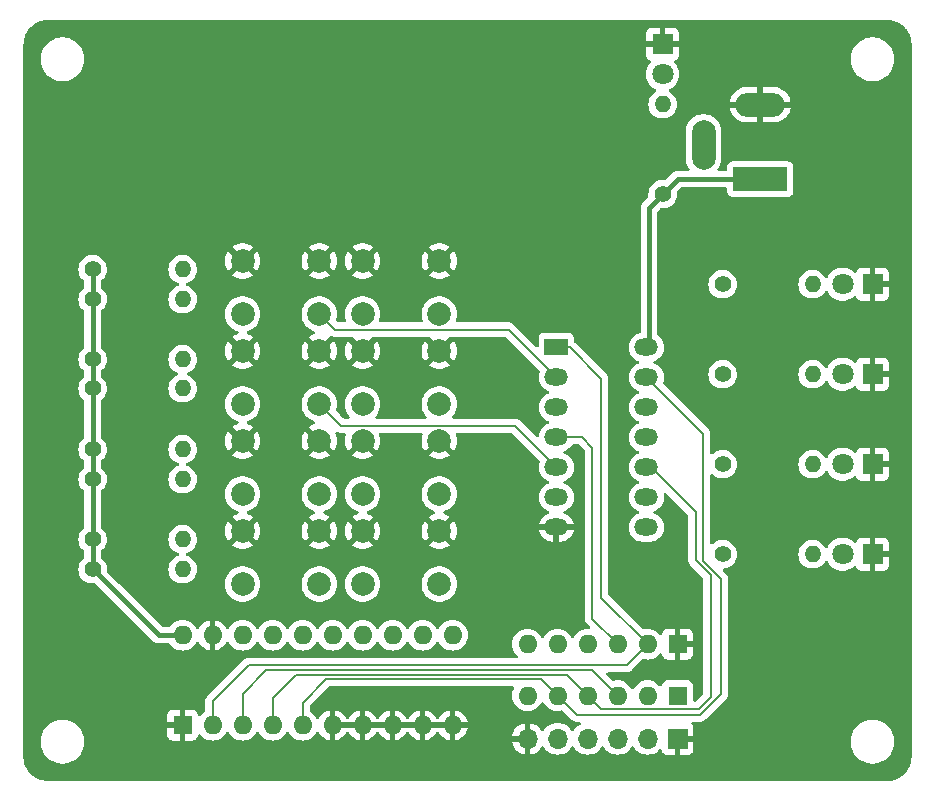
<source format=gtl>
G04 #@! TF.GenerationSoftware,KiCad,Pcbnew,8.0.3*
G04 #@! TF.CreationDate,2024-12-06T19:50:04+13:00*
G04 #@! TF.ProjectId,DEC8881_tester,44454338-3838-4315-9f74-65737465722e,rev?*
G04 #@! TF.SameCoordinates,Original*
G04 #@! TF.FileFunction,Copper,L1,Top*
G04 #@! TF.FilePolarity,Positive*
%FSLAX46Y46*%
G04 Gerber Fmt 4.6, Leading zero omitted, Abs format (unit mm)*
G04 Created by KiCad (PCBNEW 8.0.3) date 2024-12-06 19:50:04*
%MOMM*%
%LPD*%
G01*
G04 APERTURE LIST*
G04 #@! TA.AperFunction,ComponentPad*
%ADD10C,1.400000*%
G04 #@! TD*
G04 #@! TA.AperFunction,ComponentPad*
%ADD11O,1.400000X1.400000*%
G04 #@! TD*
G04 #@! TA.AperFunction,ComponentPad*
%ADD12C,2.000000*%
G04 #@! TD*
G04 #@! TA.AperFunction,ComponentPad*
%ADD13R,1.600000X1.600000*%
G04 #@! TD*
G04 #@! TA.AperFunction,ComponentPad*
%ADD14O,1.600000X1.600000*%
G04 #@! TD*
G04 #@! TA.AperFunction,ComponentPad*
%ADD15R,1.800000X1.800000*%
G04 #@! TD*
G04 #@! TA.AperFunction,ComponentPad*
%ADD16C,1.800000*%
G04 #@! TD*
G04 #@! TA.AperFunction,ComponentPad*
%ADD17R,2.000000X1.440000*%
G04 #@! TD*
G04 #@! TA.AperFunction,ComponentPad*
%ADD18O,2.000000X1.440000*%
G04 #@! TD*
G04 #@! TA.AperFunction,ComponentPad*
%ADD19R,4.600000X2.000000*%
G04 #@! TD*
G04 #@! TA.AperFunction,ComponentPad*
%ADD20O,4.200000X2.000000*%
G04 #@! TD*
G04 #@! TA.AperFunction,ComponentPad*
%ADD21O,2.000000X4.200000*%
G04 #@! TD*
G04 #@! TA.AperFunction,ComponentPad*
%ADD22R,1.700000X1.700000*%
G04 #@! TD*
G04 #@! TA.AperFunction,ComponentPad*
%ADD23O,1.700000X1.700000*%
G04 #@! TD*
G04 #@! TA.AperFunction,Conductor*
%ADD24C,0.400000*%
G04 #@! TD*
G04 #@! TA.AperFunction,Conductor*
%ADD25C,0.200000*%
G04 #@! TD*
G04 APERTURE END LIST*
D10*
X121539000Y-103505000D03*
D11*
X129159000Y-103505000D03*
D12*
X144399000Y-100275000D03*
X150899000Y-100275000D03*
X144399000Y-104775000D03*
X150899000Y-104775000D03*
D10*
X121539000Y-100965000D03*
D11*
X129159000Y-100965000D03*
D10*
X121539000Y-108585000D03*
D11*
X129159000Y-108585000D03*
D12*
X134239000Y-107895000D03*
X140739000Y-107895000D03*
X134239000Y-112395000D03*
X140739000Y-112395000D03*
D13*
X171069000Y-117475000D03*
D14*
X168529000Y-117475000D03*
X165989000Y-117475000D03*
X163449000Y-117475000D03*
X160909000Y-117475000D03*
X158369000Y-117475000D03*
D10*
X121539000Y-93345000D03*
D11*
X129159000Y-93345000D03*
D12*
X134239000Y-85035000D03*
X140739000Y-85035000D03*
X134239000Y-89535000D03*
X140739000Y-89535000D03*
D15*
X187579000Y-86995000D03*
D16*
X185039000Y-86995000D03*
D12*
X144399000Y-92655000D03*
X150899000Y-92655000D03*
X144399000Y-97155000D03*
X150899000Y-97155000D03*
D10*
X121539000Y-88265000D03*
D11*
X129159000Y-88265000D03*
D10*
X174879000Y-102235000D03*
D11*
X182499000Y-102235000D03*
D17*
X160807400Y-92329000D03*
D18*
X160807400Y-94869000D03*
X160807400Y-97409000D03*
X160807400Y-99949000D03*
X160807400Y-102489000D03*
X160807400Y-105029000D03*
X160807400Y-107569000D03*
X168427400Y-107569000D03*
X168427400Y-105029000D03*
X168427400Y-102489000D03*
X168427400Y-99949000D03*
X168427400Y-97409000D03*
X168427400Y-94869000D03*
X168427400Y-92329000D03*
D15*
X187579000Y-109855000D03*
D16*
X185039000Y-109855000D03*
D10*
X174879000Y-109855000D03*
D11*
X182499000Y-109855000D03*
D13*
X171069000Y-121825000D03*
D14*
X168529000Y-121825000D03*
X165989000Y-121825000D03*
X163449000Y-121825000D03*
X160909000Y-121825000D03*
X158369000Y-121825000D03*
D13*
X129159000Y-124333000D03*
D14*
X131699000Y-124333000D03*
X134239000Y-124333000D03*
X136779000Y-124333000D03*
X139319000Y-124333000D03*
X141859000Y-124333000D03*
X144399000Y-124333000D03*
X146939000Y-124333000D03*
X149479000Y-124333000D03*
X152019000Y-124333000D03*
X152019000Y-116713000D03*
X149479000Y-116713000D03*
X146939000Y-116713000D03*
X144399000Y-116713000D03*
X141859000Y-116713000D03*
X139319000Y-116713000D03*
X136779000Y-116713000D03*
X134239000Y-116713000D03*
X131699000Y-116713000D03*
X129159000Y-116713000D03*
D12*
X134239000Y-92655000D03*
X140739000Y-92655000D03*
X134239000Y-97155000D03*
X140739000Y-97155000D03*
D15*
X187579000Y-102235000D03*
D16*
X185039000Y-102235000D03*
D12*
X134239000Y-100275000D03*
X140739000Y-100275000D03*
X134239000Y-104775000D03*
X140739000Y-104775000D03*
D10*
X174879000Y-86995000D03*
D11*
X182499000Y-86995000D03*
D10*
X121539000Y-111125000D03*
D11*
X129159000Y-111125000D03*
D10*
X121539000Y-85725000D03*
D11*
X129159000Y-85725000D03*
D15*
X169799000Y-66675000D03*
D16*
X169799000Y-69215000D03*
D15*
X187579000Y-94615000D03*
D16*
X185039000Y-94615000D03*
D12*
X144399000Y-107895000D03*
X150899000Y-107895000D03*
X144399000Y-112395000D03*
X150899000Y-112395000D03*
D10*
X169799000Y-79375000D03*
D11*
X169799000Y-71755000D03*
D10*
X121539000Y-95815000D03*
D11*
X129159000Y-95815000D03*
D19*
X178069000Y-78105000D03*
D20*
X178069000Y-71805000D03*
D21*
X173269000Y-75205000D03*
D22*
X171069000Y-125476000D03*
D23*
X168529000Y-125476000D03*
X165989000Y-125476000D03*
X163449000Y-125476000D03*
X160909000Y-125476000D03*
X158369000Y-125476000D03*
D12*
X144399000Y-85035000D03*
X150899000Y-85035000D03*
X144399000Y-89535000D03*
X150899000Y-89535000D03*
D10*
X174879000Y-94615000D03*
D11*
X182499000Y-94615000D03*
D24*
X168656000Y-80518000D02*
X168656000Y-92100400D01*
X121539000Y-111125000D02*
X127127000Y-116713000D01*
X168656000Y-92100400D02*
X168427400Y-92329000D01*
X121539000Y-85725000D02*
X121539000Y-111125000D01*
X171069000Y-78105000D02*
X169799000Y-79375000D01*
X178069000Y-78105000D02*
X171069000Y-78105000D01*
X127127000Y-116713000D02*
X129159000Y-116713000D01*
X169799000Y-79375000D02*
X168656000Y-80518000D01*
D25*
X142039000Y-90835000D02*
X156773400Y-90835000D01*
X140739000Y-89535000D02*
X142039000Y-90835000D01*
X156773400Y-90835000D02*
X160807400Y-94869000D01*
X157293400Y-98975000D02*
X160807400Y-102489000D01*
X140739000Y-97155000D02*
X142559000Y-98975000D01*
X142559000Y-98975000D02*
X157293400Y-98975000D01*
X134239000Y-124333000D02*
X134239000Y-121666000D01*
X136252000Y-119653000D02*
X163817000Y-119653000D01*
X162941000Y-99949000D02*
X160807400Y-99949000D01*
X163830000Y-115316000D02*
X163830000Y-100838000D01*
X163817000Y-119653000D02*
X165989000Y-121825000D01*
X134239000Y-121666000D02*
X136252000Y-119653000D01*
X165989000Y-117475000D02*
X163830000Y-115316000D01*
X163830000Y-100838000D02*
X162941000Y-99949000D01*
X166751000Y-119253000D02*
X168529000Y-117475000D01*
X161925000Y-92329000D02*
X160807400Y-92329000D01*
X168529000Y-117475000D02*
X164592000Y-113538000D01*
X134747000Y-119253000D02*
X166751000Y-119253000D01*
X164592000Y-94996000D02*
X161925000Y-92329000D01*
X131699000Y-122301000D02*
X134747000Y-119253000D01*
X164592000Y-113538000D02*
X164592000Y-94996000D01*
X131699000Y-124333000D02*
X131699000Y-122301000D01*
X173863000Y-111633000D02*
X172593000Y-110363000D01*
X172593000Y-110363000D02*
X172593000Y-106299000D01*
X164560000Y-122936000D02*
X172847000Y-122936000D01*
X172593000Y-106299000D02*
X168783000Y-102489000D01*
X173863000Y-121920000D02*
X173863000Y-111633000D01*
X168783000Y-102489000D02*
X168427400Y-102489000D01*
X136779000Y-122047000D02*
X138773000Y-120053000D01*
X163449000Y-121825000D02*
X164560000Y-122936000D01*
X136779000Y-124333000D02*
X136779000Y-122047000D01*
X161677000Y-120053000D02*
X163449000Y-121825000D01*
X172847000Y-122936000D02*
X173863000Y-121920000D01*
X138773000Y-120053000D02*
X161677000Y-120053000D01*
X173228000Y-110432314D02*
X173228000Y-99669600D01*
X160909000Y-121825000D02*
X162528000Y-123444000D01*
X174752000Y-111956314D02*
X173228000Y-110432314D01*
X139319000Y-122428000D02*
X141294000Y-120453000D01*
X162528000Y-123444000D02*
X172974000Y-123444000D01*
X159537000Y-120453000D02*
X160909000Y-121825000D01*
X139319000Y-124333000D02*
X139319000Y-122428000D01*
X173228000Y-99669600D02*
X168427400Y-94869000D01*
X141294000Y-120453000D02*
X159537000Y-120453000D01*
X174752000Y-121666000D02*
X174752000Y-111956314D01*
X172974000Y-123444000D02*
X174752000Y-121666000D01*
G04 #@! TA.AperFunction,Conductor*
G36*
X144078920Y-124087394D02*
G01*
X144026259Y-124178606D01*
X143999000Y-124280339D01*
X143999000Y-124385661D01*
X144026259Y-124487394D01*
X144078920Y-124578606D01*
X144083314Y-124583000D01*
X142174686Y-124583000D01*
X142179080Y-124578606D01*
X142231741Y-124487394D01*
X142259000Y-124385661D01*
X142259000Y-124280339D01*
X142231741Y-124178606D01*
X142179080Y-124087394D01*
X142174686Y-124083000D01*
X144083314Y-124083000D01*
X144078920Y-124087394D01*
G37*
G04 #@! TD.AperFunction*
G04 #@! TA.AperFunction,Conductor*
G36*
X146618920Y-124087394D02*
G01*
X146566259Y-124178606D01*
X146539000Y-124280339D01*
X146539000Y-124385661D01*
X146566259Y-124487394D01*
X146618920Y-124578606D01*
X146623314Y-124583000D01*
X144714686Y-124583000D01*
X144719080Y-124578606D01*
X144771741Y-124487394D01*
X144799000Y-124385661D01*
X144799000Y-124280339D01*
X144771741Y-124178606D01*
X144719080Y-124087394D01*
X144714686Y-124083000D01*
X146623314Y-124083000D01*
X146618920Y-124087394D01*
G37*
G04 #@! TD.AperFunction*
G04 #@! TA.AperFunction,Conductor*
G36*
X149158920Y-124087394D02*
G01*
X149106259Y-124178606D01*
X149079000Y-124280339D01*
X149079000Y-124385661D01*
X149106259Y-124487394D01*
X149158920Y-124578606D01*
X149163314Y-124583000D01*
X147254686Y-124583000D01*
X147259080Y-124578606D01*
X147311741Y-124487394D01*
X147339000Y-124385661D01*
X147339000Y-124280339D01*
X147311741Y-124178606D01*
X147259080Y-124087394D01*
X147254686Y-124083000D01*
X149163314Y-124083000D01*
X149158920Y-124087394D01*
G37*
G04 #@! TD.AperFunction*
G04 #@! TA.AperFunction,Conductor*
G36*
X151698920Y-124087394D02*
G01*
X151646259Y-124178606D01*
X151619000Y-124280339D01*
X151619000Y-124385661D01*
X151646259Y-124487394D01*
X151698920Y-124578606D01*
X151703314Y-124583000D01*
X149794686Y-124583000D01*
X149799080Y-124578606D01*
X149851741Y-124487394D01*
X149879000Y-124385661D01*
X149879000Y-124280339D01*
X149851741Y-124178606D01*
X149799080Y-124087394D01*
X149794686Y-124083000D01*
X151703314Y-124083000D01*
X151698920Y-124087394D01*
G37*
G04 #@! TD.AperFunction*
G04 #@! TA.AperFunction,Conductor*
G36*
X188853042Y-64635765D02*
G01*
X188875774Y-64637254D01*
X189107114Y-64652417D01*
X189123172Y-64654532D01*
X189368888Y-64703408D01*
X189384554Y-64707606D01*
X189535736Y-64758925D01*
X189621788Y-64788136D01*
X189636765Y-64794339D01*
X189854336Y-64901633D01*
X189861460Y-64905146D01*
X189875508Y-64913256D01*
X190083815Y-65052443D01*
X190096679Y-65062314D01*
X190285033Y-65227497D01*
X190296502Y-65238966D01*
X190343667Y-65292747D01*
X190453346Y-65417812D01*
X190461685Y-65427320D01*
X190471559Y-65440188D01*
X190610743Y-65648492D01*
X190618853Y-65662539D01*
X190729657Y-65887227D01*
X190735864Y-65902213D01*
X190816393Y-66139445D01*
X190820591Y-66155111D01*
X190869465Y-66400813D01*
X190871583Y-66416895D01*
X190888235Y-66670956D01*
X190888500Y-66679066D01*
X190888500Y-126995933D01*
X190888235Y-127004043D01*
X190871583Y-127258104D01*
X190869465Y-127274186D01*
X190820591Y-127519888D01*
X190816393Y-127535554D01*
X190735864Y-127772786D01*
X190729657Y-127787772D01*
X190618853Y-128012460D01*
X190610743Y-128026507D01*
X190471559Y-128234811D01*
X190461685Y-128247679D01*
X190296502Y-128436033D01*
X190285033Y-128447502D01*
X190096679Y-128612685D01*
X190083811Y-128622559D01*
X189875507Y-128761743D01*
X189861460Y-128769853D01*
X189636772Y-128880657D01*
X189621786Y-128886864D01*
X189384554Y-128967393D01*
X189368888Y-128971591D01*
X189123186Y-129020465D01*
X189107104Y-129022583D01*
X188853043Y-129039235D01*
X188844933Y-129039500D01*
X117733067Y-129039500D01*
X117724957Y-129039235D01*
X117470895Y-129022583D01*
X117454814Y-129020465D01*
X117419770Y-129013494D01*
X117209111Y-128971591D01*
X117193445Y-128967393D01*
X116956213Y-128886864D01*
X116941227Y-128880657D01*
X116716539Y-128769853D01*
X116702492Y-128761743D01*
X116494188Y-128622559D01*
X116481320Y-128612685D01*
X116292966Y-128447502D01*
X116281497Y-128436033D01*
X116116314Y-128247679D01*
X116106440Y-128234811D01*
X115967256Y-128026507D01*
X115959146Y-128012460D01*
X115848464Y-127788019D01*
X115848339Y-127787765D01*
X115842135Y-127772786D01*
X115761606Y-127535554D01*
X115757408Y-127519888D01*
X115750678Y-127486054D01*
X115708532Y-127274172D01*
X115706417Y-127258114D01*
X115689765Y-127004042D01*
X115689500Y-126995933D01*
X115689500Y-125608711D01*
X117148500Y-125608711D01*
X117148500Y-125851288D01*
X117180161Y-126091785D01*
X117242947Y-126326104D01*
X117335773Y-126550205D01*
X117335777Y-126550214D01*
X117346097Y-126568088D01*
X117457064Y-126760289D01*
X117457066Y-126760292D01*
X117457067Y-126760293D01*
X117604733Y-126952736D01*
X117604739Y-126952743D01*
X117776256Y-127124260D01*
X117776263Y-127124266D01*
X117889321Y-127211018D01*
X117968711Y-127271936D01*
X118178788Y-127393224D01*
X118402900Y-127486054D01*
X118637211Y-127548838D01*
X118817586Y-127572584D01*
X118877711Y-127580500D01*
X118877712Y-127580500D01*
X119120289Y-127580500D01*
X119168388Y-127574167D01*
X119360789Y-127548838D01*
X119595100Y-127486054D01*
X119819212Y-127393224D01*
X120029289Y-127271936D01*
X120221738Y-127124265D01*
X120393265Y-126952738D01*
X120540936Y-126760289D01*
X120662224Y-126550212D01*
X120755054Y-126326100D01*
X120817838Y-126091789D01*
X120849500Y-125851288D01*
X120849500Y-125608712D01*
X120817838Y-125368211D01*
X120755054Y-125133900D01*
X120662224Y-124909788D01*
X120540936Y-124699711D01*
X120393265Y-124507262D01*
X120393260Y-124507256D01*
X120221743Y-124335739D01*
X120221736Y-124335733D01*
X120029293Y-124188067D01*
X120029292Y-124188066D01*
X120029289Y-124188064D01*
X119819212Y-124066776D01*
X119812957Y-124064185D01*
X119595104Y-123973947D01*
X119360785Y-123911161D01*
X119120289Y-123879500D01*
X119120288Y-123879500D01*
X118877712Y-123879500D01*
X118877711Y-123879500D01*
X118637214Y-123911161D01*
X118402895Y-123973947D01*
X118178794Y-124066773D01*
X118178785Y-124066777D01*
X118004301Y-124167516D01*
X117972032Y-124186147D01*
X117968706Y-124188067D01*
X117776263Y-124335733D01*
X117776256Y-124335739D01*
X117604739Y-124507256D01*
X117604733Y-124507263D01*
X117457067Y-124699706D01*
X117335777Y-124909785D01*
X117335773Y-124909794D01*
X117242947Y-125133895D01*
X117180161Y-125368214D01*
X117148500Y-125608711D01*
X115689500Y-125608711D01*
X115689500Y-123485155D01*
X127859000Y-123485155D01*
X127859000Y-124083000D01*
X128843314Y-124083000D01*
X128838920Y-124087394D01*
X128786259Y-124178606D01*
X128759000Y-124280339D01*
X128759000Y-124385661D01*
X128786259Y-124487394D01*
X128838920Y-124578606D01*
X128843314Y-124583000D01*
X127859000Y-124583000D01*
X127859000Y-125180844D01*
X127865401Y-125240372D01*
X127865403Y-125240379D01*
X127915645Y-125375086D01*
X127915649Y-125375093D01*
X128001809Y-125490187D01*
X128001812Y-125490190D01*
X128116906Y-125576350D01*
X128116913Y-125576354D01*
X128251620Y-125626596D01*
X128251627Y-125626598D01*
X128311155Y-125632999D01*
X128311172Y-125633000D01*
X128909000Y-125633000D01*
X128909000Y-124648686D01*
X128913394Y-124653080D01*
X129004606Y-124705741D01*
X129106339Y-124733000D01*
X129211661Y-124733000D01*
X129313394Y-124705741D01*
X129404606Y-124653080D01*
X129409000Y-124648686D01*
X129409000Y-125633000D01*
X130006828Y-125633000D01*
X130006844Y-125632999D01*
X130066372Y-125626598D01*
X130066379Y-125626596D01*
X130201086Y-125576354D01*
X130201093Y-125576350D01*
X130316187Y-125490190D01*
X130316190Y-125490187D01*
X130402350Y-125375093D01*
X130402354Y-125375086D01*
X130452596Y-125240380D01*
X130456424Y-125204781D01*
X130483162Y-125140230D01*
X130540555Y-125100382D01*
X130610380Y-125097888D01*
X130670469Y-125133540D01*
X130681289Y-125146912D01*
X130698956Y-125172143D01*
X130859858Y-125333045D01*
X130859861Y-125333047D01*
X131046266Y-125463568D01*
X131252504Y-125559739D01*
X131472308Y-125618635D01*
X131634230Y-125632801D01*
X131698998Y-125638468D01*
X131699000Y-125638468D01*
X131699002Y-125638468D01*
X131761511Y-125632999D01*
X131925692Y-125618635D01*
X132145496Y-125559739D01*
X132351734Y-125463568D01*
X132538139Y-125333047D01*
X132699047Y-125172139D01*
X132829568Y-124985734D01*
X132856618Y-124927724D01*
X132902790Y-124875285D01*
X132969983Y-124856133D01*
X133036865Y-124876348D01*
X133081382Y-124927725D01*
X133108429Y-124985728D01*
X133108432Y-124985734D01*
X133238954Y-125172141D01*
X133399858Y-125333045D01*
X133399861Y-125333047D01*
X133586266Y-125463568D01*
X133792504Y-125559739D01*
X134012308Y-125618635D01*
X134174230Y-125632801D01*
X134238998Y-125638468D01*
X134239000Y-125638468D01*
X134239002Y-125638468D01*
X134301511Y-125632999D01*
X134465692Y-125618635D01*
X134685496Y-125559739D01*
X134891734Y-125463568D01*
X135078139Y-125333047D01*
X135239047Y-125172139D01*
X135369568Y-124985734D01*
X135396618Y-124927724D01*
X135442790Y-124875285D01*
X135509983Y-124856133D01*
X135576865Y-124876348D01*
X135621382Y-124927725D01*
X135648429Y-124985728D01*
X135648432Y-124985734D01*
X135778954Y-125172141D01*
X135939858Y-125333045D01*
X135939861Y-125333047D01*
X136126266Y-125463568D01*
X136332504Y-125559739D01*
X136552308Y-125618635D01*
X136714230Y-125632801D01*
X136778998Y-125638468D01*
X136779000Y-125638468D01*
X136779002Y-125638468D01*
X136841511Y-125632999D01*
X137005692Y-125618635D01*
X137225496Y-125559739D01*
X137431734Y-125463568D01*
X137618139Y-125333047D01*
X137779047Y-125172139D01*
X137909568Y-124985734D01*
X137936618Y-124927724D01*
X137982790Y-124875285D01*
X138049983Y-124856133D01*
X138116865Y-124876348D01*
X138161382Y-124927725D01*
X138188429Y-124985728D01*
X138188432Y-124985734D01*
X138318954Y-125172141D01*
X138479858Y-125333045D01*
X138479861Y-125333047D01*
X138666266Y-125463568D01*
X138872504Y-125559739D01*
X139092308Y-125618635D01*
X139254230Y-125632801D01*
X139318998Y-125638468D01*
X139319000Y-125638468D01*
X139319002Y-125638468D01*
X139381511Y-125632999D01*
X139545692Y-125618635D01*
X139765496Y-125559739D01*
X139971734Y-125463568D01*
X140158139Y-125333047D01*
X140319047Y-125172139D01*
X140449568Y-124985734D01*
X140476895Y-124927129D01*
X140523064Y-124874695D01*
X140590257Y-124855542D01*
X140657139Y-124875757D01*
X140701657Y-124927133D01*
X140728865Y-124985482D01*
X140859342Y-125171820D01*
X141020179Y-125332657D01*
X141206517Y-125463134D01*
X141412673Y-125559265D01*
X141412682Y-125559269D01*
X141608999Y-125611872D01*
X141609000Y-125611871D01*
X141609000Y-124648686D01*
X141613394Y-124653080D01*
X141704606Y-124705741D01*
X141806339Y-124733000D01*
X141911661Y-124733000D01*
X142013394Y-124705741D01*
X142104606Y-124653080D01*
X142109000Y-124648686D01*
X142109000Y-125611872D01*
X142305317Y-125559269D01*
X142305326Y-125559265D01*
X142511482Y-125463134D01*
X142697820Y-125332657D01*
X142858657Y-125171820D01*
X142989134Y-124985481D01*
X142989135Y-124985479D01*
X143016618Y-124926543D01*
X143062790Y-124874103D01*
X143129983Y-124854951D01*
X143196864Y-124875166D01*
X143241382Y-124926543D01*
X143268864Y-124985479D01*
X143268865Y-124985481D01*
X143399342Y-125171820D01*
X143560179Y-125332657D01*
X143746517Y-125463134D01*
X143952673Y-125559265D01*
X143952682Y-125559269D01*
X144148999Y-125611872D01*
X144149000Y-125611871D01*
X144149000Y-124648686D01*
X144153394Y-124653080D01*
X144244606Y-124705741D01*
X144346339Y-124733000D01*
X144451661Y-124733000D01*
X144553394Y-124705741D01*
X144644606Y-124653080D01*
X144649000Y-124648686D01*
X144649000Y-125611872D01*
X144845317Y-125559269D01*
X144845326Y-125559265D01*
X145051482Y-125463134D01*
X145237820Y-125332657D01*
X145398657Y-125171820D01*
X145529134Y-124985481D01*
X145529135Y-124985479D01*
X145556618Y-124926543D01*
X145602790Y-124874103D01*
X145669983Y-124854951D01*
X145736864Y-124875166D01*
X145781382Y-124926543D01*
X145808864Y-124985479D01*
X145808865Y-124985481D01*
X145939342Y-125171820D01*
X146100179Y-125332657D01*
X146286517Y-125463134D01*
X146492673Y-125559265D01*
X146492682Y-125559269D01*
X146688999Y-125611872D01*
X146689000Y-125611871D01*
X146689000Y-124648686D01*
X146693394Y-124653080D01*
X146784606Y-124705741D01*
X146886339Y-124733000D01*
X146991661Y-124733000D01*
X147093394Y-124705741D01*
X147184606Y-124653080D01*
X147189000Y-124648686D01*
X147189000Y-125611872D01*
X147385317Y-125559269D01*
X147385326Y-125559265D01*
X147591482Y-125463134D01*
X147777820Y-125332657D01*
X147938657Y-125171820D01*
X148069134Y-124985481D01*
X148069135Y-124985479D01*
X148096618Y-124926543D01*
X148142790Y-124874103D01*
X148209983Y-124854951D01*
X148276864Y-124875166D01*
X148321382Y-124926543D01*
X148348864Y-124985479D01*
X148348865Y-124985481D01*
X148479342Y-125171820D01*
X148640179Y-125332657D01*
X148826517Y-125463134D01*
X149032673Y-125559265D01*
X149032682Y-125559269D01*
X149228999Y-125611872D01*
X149229000Y-125611871D01*
X149229000Y-124648686D01*
X149233394Y-124653080D01*
X149324606Y-124705741D01*
X149426339Y-124733000D01*
X149531661Y-124733000D01*
X149633394Y-124705741D01*
X149724606Y-124653080D01*
X149729000Y-124648686D01*
X149729000Y-125611872D01*
X149925317Y-125559269D01*
X149925326Y-125559265D01*
X150131482Y-125463134D01*
X150317820Y-125332657D01*
X150478657Y-125171820D01*
X150609134Y-124985481D01*
X150609135Y-124985479D01*
X150636618Y-124926543D01*
X150682790Y-124874103D01*
X150749983Y-124854951D01*
X150816864Y-124875166D01*
X150861382Y-124926543D01*
X150888864Y-124985479D01*
X150888865Y-124985481D01*
X151019342Y-125171820D01*
X151180179Y-125332657D01*
X151366517Y-125463134D01*
X151572673Y-125559265D01*
X151572682Y-125559269D01*
X151768999Y-125611872D01*
X151769000Y-125611871D01*
X151769000Y-124648686D01*
X151773394Y-124653080D01*
X151864606Y-124705741D01*
X151966339Y-124733000D01*
X152071661Y-124733000D01*
X152173394Y-124705741D01*
X152264606Y-124653080D01*
X152269000Y-124648686D01*
X152269000Y-125611872D01*
X152465317Y-125559269D01*
X152465326Y-125559265D01*
X152671482Y-125463134D01*
X152857820Y-125332657D01*
X153018657Y-125171820D01*
X153149134Y-124985482D01*
X153245265Y-124779326D01*
X153245269Y-124779317D01*
X153297872Y-124583000D01*
X152334686Y-124583000D01*
X152339080Y-124578606D01*
X152391741Y-124487394D01*
X152419000Y-124385661D01*
X152419000Y-124280339D01*
X152391741Y-124178606D01*
X152339080Y-124087394D01*
X152334686Y-124083000D01*
X153297872Y-124083000D01*
X153297872Y-124082999D01*
X153245269Y-123886682D01*
X153245265Y-123886673D01*
X153149134Y-123680517D01*
X153018657Y-123494179D01*
X152857820Y-123333342D01*
X152671482Y-123202865D01*
X152465328Y-123106734D01*
X152269000Y-123054127D01*
X152269000Y-124017314D01*
X152264606Y-124012920D01*
X152173394Y-123960259D01*
X152071661Y-123933000D01*
X151966339Y-123933000D01*
X151864606Y-123960259D01*
X151773394Y-124012920D01*
X151769000Y-124017314D01*
X151769000Y-123054127D01*
X151572671Y-123106734D01*
X151366517Y-123202865D01*
X151180179Y-123333342D01*
X151019342Y-123494179D01*
X150888865Y-123680517D01*
X150861382Y-123739457D01*
X150815210Y-123791896D01*
X150748016Y-123811048D01*
X150681135Y-123790832D01*
X150636618Y-123739457D01*
X150609134Y-123680517D01*
X150478657Y-123494179D01*
X150317820Y-123333342D01*
X150131482Y-123202865D01*
X149925328Y-123106734D01*
X149729000Y-123054127D01*
X149729000Y-124017314D01*
X149724606Y-124012920D01*
X149633394Y-123960259D01*
X149531661Y-123933000D01*
X149426339Y-123933000D01*
X149324606Y-123960259D01*
X149233394Y-124012920D01*
X149229000Y-124017314D01*
X149229000Y-123054127D01*
X149032671Y-123106734D01*
X148826517Y-123202865D01*
X148640179Y-123333342D01*
X148479342Y-123494179D01*
X148348865Y-123680517D01*
X148321382Y-123739457D01*
X148275210Y-123791896D01*
X148208016Y-123811048D01*
X148141135Y-123790832D01*
X148096618Y-123739457D01*
X148069134Y-123680517D01*
X147938657Y-123494179D01*
X147777820Y-123333342D01*
X147591482Y-123202865D01*
X147385328Y-123106734D01*
X147189000Y-123054127D01*
X147189000Y-124017314D01*
X147184606Y-124012920D01*
X147093394Y-123960259D01*
X146991661Y-123933000D01*
X146886339Y-123933000D01*
X146784606Y-123960259D01*
X146693394Y-124012920D01*
X146689000Y-124017314D01*
X146689000Y-123054127D01*
X146492671Y-123106734D01*
X146286517Y-123202865D01*
X146100179Y-123333342D01*
X145939342Y-123494179D01*
X145808865Y-123680517D01*
X145781382Y-123739457D01*
X145735210Y-123791896D01*
X145668016Y-123811048D01*
X145601135Y-123790832D01*
X145556618Y-123739457D01*
X145529134Y-123680517D01*
X145398657Y-123494179D01*
X145237820Y-123333342D01*
X145051482Y-123202865D01*
X144845328Y-123106734D01*
X144649000Y-123054127D01*
X144649000Y-124017314D01*
X144644606Y-124012920D01*
X144553394Y-123960259D01*
X144451661Y-123933000D01*
X144346339Y-123933000D01*
X144244606Y-123960259D01*
X144153394Y-124012920D01*
X144149000Y-124017314D01*
X144149000Y-123054127D01*
X143952671Y-123106734D01*
X143746517Y-123202865D01*
X143560179Y-123333342D01*
X143399342Y-123494179D01*
X143268865Y-123680517D01*
X143241382Y-123739457D01*
X143195210Y-123791896D01*
X143128016Y-123811048D01*
X143061135Y-123790832D01*
X143016618Y-123739457D01*
X142989134Y-123680517D01*
X142858657Y-123494179D01*
X142697820Y-123333342D01*
X142511482Y-123202865D01*
X142305328Y-123106734D01*
X142109000Y-123054127D01*
X142109000Y-124017314D01*
X142104606Y-124012920D01*
X142013394Y-123960259D01*
X141911661Y-123933000D01*
X141806339Y-123933000D01*
X141704606Y-123960259D01*
X141613394Y-124012920D01*
X141609000Y-124017314D01*
X141609000Y-123054127D01*
X141412671Y-123106734D01*
X141206517Y-123202865D01*
X141020179Y-123333342D01*
X140859342Y-123494179D01*
X140728867Y-123680515D01*
X140701657Y-123738867D01*
X140655484Y-123791306D01*
X140588290Y-123810457D01*
X140521409Y-123790241D01*
X140476893Y-123738865D01*
X140449570Y-123680271D01*
X140449567Y-123680265D01*
X140319045Y-123493858D01*
X140158140Y-123332953D01*
X139972377Y-123202881D01*
X139928752Y-123148304D01*
X139919500Y-123101306D01*
X139919500Y-122728097D01*
X139939185Y-122661058D01*
X139955819Y-122640416D01*
X141506417Y-121089819D01*
X141567740Y-121056334D01*
X141594098Y-121053500D01*
X157099173Y-121053500D01*
X157166212Y-121073185D01*
X157211967Y-121125989D01*
X157221911Y-121195147D01*
X157211556Y-121229900D01*
X157211382Y-121230275D01*
X157142261Y-121378502D01*
X157142258Y-121378511D01*
X157083366Y-121598302D01*
X157083364Y-121598313D01*
X157063532Y-121824998D01*
X157063532Y-121825001D01*
X157083364Y-122051686D01*
X157083366Y-122051697D01*
X157142258Y-122271488D01*
X157142261Y-122271497D01*
X157238431Y-122477732D01*
X157238432Y-122477734D01*
X157368954Y-122664141D01*
X157529858Y-122825045D01*
X157529861Y-122825047D01*
X157716266Y-122955568D01*
X157922504Y-123051739D01*
X158142308Y-123110635D01*
X158304230Y-123124801D01*
X158368998Y-123130468D01*
X158369000Y-123130468D01*
X158369002Y-123130468D01*
X158425673Y-123125509D01*
X158595692Y-123110635D01*
X158815496Y-123051739D01*
X159021734Y-122955568D01*
X159208139Y-122825047D01*
X159369047Y-122664139D01*
X159499568Y-122477734D01*
X159526618Y-122419724D01*
X159572790Y-122367285D01*
X159639983Y-122348133D01*
X159706865Y-122368348D01*
X159751382Y-122419725D01*
X159778429Y-122477728D01*
X159778432Y-122477734D01*
X159908954Y-122664141D01*
X160069858Y-122825045D01*
X160069861Y-122825047D01*
X160256266Y-122955568D01*
X160462504Y-123051739D01*
X160682308Y-123110635D01*
X160844230Y-123124801D01*
X160908998Y-123130468D01*
X160909000Y-123130468D01*
X160909002Y-123130468D01*
X160965673Y-123125509D01*
X161135692Y-123110635D01*
X161231932Y-123084847D01*
X161301781Y-123086510D01*
X161351705Y-123116940D01*
X162159284Y-123924520D01*
X162159286Y-123924521D01*
X162159290Y-123924524D01*
X162296209Y-124003573D01*
X162296212Y-124003575D01*
X162296216Y-124003577D01*
X162448943Y-124044501D01*
X162448945Y-124044501D01*
X162614654Y-124044501D01*
X162614670Y-124044500D01*
X162763978Y-124044500D01*
X162831017Y-124064185D01*
X162876772Y-124116989D01*
X162886716Y-124186147D01*
X162857691Y-124249703D01*
X162816383Y-124280882D01*
X162771171Y-124301964D01*
X162771169Y-124301965D01*
X162577597Y-124437505D01*
X162410505Y-124604597D01*
X162280575Y-124790158D01*
X162225998Y-124833783D01*
X162156500Y-124840977D01*
X162094145Y-124809454D01*
X162077425Y-124790158D01*
X161947494Y-124604597D01*
X161780402Y-124437506D01*
X161780395Y-124437501D01*
X161586834Y-124301967D01*
X161586830Y-124301965D01*
X161474754Y-124249703D01*
X161372663Y-124202097D01*
X161372659Y-124202096D01*
X161372655Y-124202094D01*
X161144413Y-124140938D01*
X161144403Y-124140936D01*
X160909001Y-124120341D01*
X160908999Y-124120341D01*
X160673596Y-124140936D01*
X160673586Y-124140938D01*
X160445344Y-124202094D01*
X160445335Y-124202098D01*
X160231171Y-124301964D01*
X160231169Y-124301965D01*
X160037597Y-124437505D01*
X159870508Y-124604594D01*
X159740269Y-124790595D01*
X159685692Y-124834219D01*
X159616193Y-124841412D01*
X159553839Y-124809890D01*
X159537119Y-124790594D01*
X159407113Y-124604926D01*
X159407108Y-124604920D01*
X159240082Y-124437894D01*
X159046578Y-124302399D01*
X158832492Y-124202570D01*
X158832486Y-124202567D01*
X158619000Y-124145364D01*
X158619000Y-125042988D01*
X158561993Y-125010075D01*
X158434826Y-124976000D01*
X158303174Y-124976000D01*
X158176007Y-125010075D01*
X158119000Y-125042988D01*
X158119000Y-124145364D01*
X158118999Y-124145364D01*
X157905513Y-124202567D01*
X157905507Y-124202570D01*
X157691422Y-124302399D01*
X157691420Y-124302400D01*
X157497926Y-124437886D01*
X157497920Y-124437891D01*
X157330891Y-124604920D01*
X157330886Y-124604926D01*
X157195400Y-124798420D01*
X157195399Y-124798422D01*
X157095570Y-125012507D01*
X157095567Y-125012513D01*
X157038364Y-125225999D01*
X157038364Y-125226000D01*
X157935988Y-125226000D01*
X157903075Y-125283007D01*
X157869000Y-125410174D01*
X157869000Y-125541826D01*
X157903075Y-125668993D01*
X157935988Y-125726000D01*
X157038364Y-125726000D01*
X157095567Y-125939486D01*
X157095570Y-125939492D01*
X157195399Y-126153578D01*
X157330894Y-126347082D01*
X157497917Y-126514105D01*
X157691421Y-126649600D01*
X157905507Y-126749429D01*
X157905516Y-126749433D01*
X158119000Y-126806634D01*
X158119000Y-125909012D01*
X158176007Y-125941925D01*
X158303174Y-125976000D01*
X158434826Y-125976000D01*
X158561993Y-125941925D01*
X158619000Y-125909012D01*
X158619000Y-126806633D01*
X158832483Y-126749433D01*
X158832492Y-126749429D01*
X159046578Y-126649600D01*
X159240082Y-126514105D01*
X159407105Y-126347082D01*
X159537119Y-126161405D01*
X159591696Y-126117781D01*
X159661195Y-126110588D01*
X159723549Y-126142110D01*
X159740269Y-126161405D01*
X159870505Y-126347401D01*
X160037599Y-126514495D01*
X160088598Y-126550205D01*
X160231165Y-126650032D01*
X160231167Y-126650033D01*
X160231170Y-126650035D01*
X160445337Y-126749903D01*
X160445343Y-126749904D01*
X160445344Y-126749905D01*
X160484113Y-126760293D01*
X160673592Y-126811063D01*
X160844319Y-126826000D01*
X160908999Y-126831659D01*
X160909000Y-126831659D01*
X160909001Y-126831659D01*
X160973681Y-126826000D01*
X161144408Y-126811063D01*
X161372663Y-126749903D01*
X161586830Y-126650035D01*
X161780401Y-126514495D01*
X161947495Y-126347401D01*
X162077425Y-126161842D01*
X162132002Y-126118217D01*
X162201500Y-126111023D01*
X162263855Y-126142546D01*
X162280575Y-126161842D01*
X162410281Y-126347082D01*
X162410505Y-126347401D01*
X162577599Y-126514495D01*
X162628598Y-126550205D01*
X162771165Y-126650032D01*
X162771167Y-126650033D01*
X162771170Y-126650035D01*
X162985337Y-126749903D01*
X162985343Y-126749904D01*
X162985344Y-126749905D01*
X163024113Y-126760293D01*
X163213592Y-126811063D01*
X163384319Y-126826000D01*
X163448999Y-126831659D01*
X163449000Y-126831659D01*
X163449001Y-126831659D01*
X163513681Y-126826000D01*
X163684408Y-126811063D01*
X163912663Y-126749903D01*
X164126830Y-126650035D01*
X164320401Y-126514495D01*
X164487495Y-126347401D01*
X164617425Y-126161842D01*
X164672002Y-126118217D01*
X164741500Y-126111023D01*
X164803855Y-126142546D01*
X164820575Y-126161842D01*
X164950281Y-126347082D01*
X164950505Y-126347401D01*
X165117599Y-126514495D01*
X165168598Y-126550205D01*
X165311165Y-126650032D01*
X165311167Y-126650033D01*
X165311170Y-126650035D01*
X165525337Y-126749903D01*
X165525343Y-126749904D01*
X165525344Y-126749905D01*
X165564113Y-126760293D01*
X165753592Y-126811063D01*
X165924319Y-126826000D01*
X165988999Y-126831659D01*
X165989000Y-126831659D01*
X165989001Y-126831659D01*
X166053681Y-126826000D01*
X166224408Y-126811063D01*
X166452663Y-126749903D01*
X166666830Y-126650035D01*
X166860401Y-126514495D01*
X167027495Y-126347401D01*
X167157425Y-126161842D01*
X167212002Y-126118217D01*
X167281500Y-126111023D01*
X167343855Y-126142546D01*
X167360575Y-126161842D01*
X167490281Y-126347082D01*
X167490505Y-126347401D01*
X167657599Y-126514495D01*
X167708598Y-126550205D01*
X167851165Y-126650032D01*
X167851167Y-126650033D01*
X167851170Y-126650035D01*
X168065337Y-126749903D01*
X168065343Y-126749904D01*
X168065344Y-126749905D01*
X168104113Y-126760293D01*
X168293592Y-126811063D01*
X168464319Y-126826000D01*
X168528999Y-126831659D01*
X168529000Y-126831659D01*
X168529001Y-126831659D01*
X168593681Y-126826000D01*
X168764408Y-126811063D01*
X168992663Y-126749903D01*
X169206830Y-126650035D01*
X169400401Y-126514495D01*
X169522717Y-126392178D01*
X169584036Y-126358696D01*
X169653728Y-126363680D01*
X169709662Y-126405551D01*
X169726577Y-126436528D01*
X169775646Y-126568088D01*
X169775649Y-126568093D01*
X169861809Y-126683187D01*
X169861812Y-126683190D01*
X169976906Y-126769350D01*
X169976913Y-126769354D01*
X170111620Y-126819596D01*
X170111627Y-126819598D01*
X170171155Y-126825999D01*
X170171172Y-126826000D01*
X170819000Y-126826000D01*
X170819000Y-125909012D01*
X170876007Y-125941925D01*
X171003174Y-125976000D01*
X171134826Y-125976000D01*
X171261993Y-125941925D01*
X171319000Y-125909012D01*
X171319000Y-126826000D01*
X171966828Y-126826000D01*
X171966844Y-126825999D01*
X172026372Y-126819598D01*
X172026379Y-126819596D01*
X172161086Y-126769354D01*
X172161093Y-126769350D01*
X172276187Y-126683190D01*
X172276190Y-126683187D01*
X172362350Y-126568093D01*
X172362354Y-126568086D01*
X172412596Y-126433379D01*
X172412598Y-126433372D01*
X172418999Y-126373844D01*
X172419000Y-126373827D01*
X172419000Y-125726000D01*
X171502012Y-125726000D01*
X171534925Y-125668993D01*
X171551078Y-125608711D01*
X185728500Y-125608711D01*
X185728500Y-125851288D01*
X185760161Y-126091785D01*
X185822947Y-126326104D01*
X185915773Y-126550205D01*
X185915777Y-126550214D01*
X185926097Y-126568088D01*
X186037064Y-126760289D01*
X186037066Y-126760292D01*
X186037067Y-126760293D01*
X186184733Y-126952736D01*
X186184739Y-126952743D01*
X186356256Y-127124260D01*
X186356263Y-127124266D01*
X186469321Y-127211018D01*
X186548711Y-127271936D01*
X186758788Y-127393224D01*
X186982900Y-127486054D01*
X187217211Y-127548838D01*
X187397586Y-127572584D01*
X187457711Y-127580500D01*
X187457712Y-127580500D01*
X187700289Y-127580500D01*
X187748388Y-127574167D01*
X187940789Y-127548838D01*
X188175100Y-127486054D01*
X188399212Y-127393224D01*
X188609289Y-127271936D01*
X188801738Y-127124265D01*
X188973265Y-126952738D01*
X189120936Y-126760289D01*
X189242224Y-126550212D01*
X189335054Y-126326100D01*
X189397838Y-126091789D01*
X189429500Y-125851288D01*
X189429500Y-125608712D01*
X189397838Y-125368211D01*
X189335054Y-125133900D01*
X189242224Y-124909788D01*
X189120936Y-124699711D01*
X188973265Y-124507262D01*
X188973260Y-124507256D01*
X188801743Y-124335739D01*
X188801736Y-124335733D01*
X188609293Y-124188067D01*
X188609292Y-124188066D01*
X188609289Y-124188064D01*
X188399212Y-124066776D01*
X188392957Y-124064185D01*
X188175104Y-123973947D01*
X187940785Y-123911161D01*
X187700289Y-123879500D01*
X187700288Y-123879500D01*
X187457712Y-123879500D01*
X187457711Y-123879500D01*
X187217214Y-123911161D01*
X186982895Y-123973947D01*
X186758794Y-124066773D01*
X186758785Y-124066777D01*
X186584301Y-124167516D01*
X186552032Y-124186147D01*
X186548706Y-124188067D01*
X186356263Y-124335733D01*
X186356256Y-124335739D01*
X186184739Y-124507256D01*
X186184733Y-124507263D01*
X186037067Y-124699706D01*
X185915777Y-124909785D01*
X185915773Y-124909794D01*
X185822947Y-125133895D01*
X185760161Y-125368214D01*
X185728500Y-125608711D01*
X171551078Y-125608711D01*
X171569000Y-125541826D01*
X171569000Y-125410174D01*
X171534925Y-125283007D01*
X171502012Y-125226000D01*
X172419000Y-125226000D01*
X172419000Y-124578172D01*
X172418999Y-124578155D01*
X172412598Y-124518627D01*
X172412596Y-124518620D01*
X172362354Y-124383913D01*
X172362350Y-124383906D01*
X172276190Y-124268812D01*
X172276187Y-124268809D01*
X172274791Y-124267764D01*
X172273746Y-124266368D01*
X172269918Y-124262540D01*
X172270468Y-124261989D01*
X172232922Y-124211829D01*
X172227940Y-124142138D01*
X172261427Y-124080816D01*
X172322751Y-124047333D01*
X172349105Y-124044500D01*
X172887331Y-124044500D01*
X172887347Y-124044501D01*
X172894943Y-124044501D01*
X173053054Y-124044501D01*
X173053057Y-124044501D01*
X173205785Y-124003577D01*
X173205787Y-124003575D01*
X173205789Y-124003575D01*
X173205790Y-124003574D01*
X173257106Y-123973947D01*
X173257107Y-123973946D01*
X173342716Y-123924520D01*
X173454520Y-123812716D01*
X173454520Y-123812714D01*
X173464724Y-123802511D01*
X173464727Y-123802506D01*
X175232520Y-122034716D01*
X175311577Y-121897784D01*
X175352501Y-121745057D01*
X175352501Y-121586942D01*
X175352501Y-121579347D01*
X175352500Y-121579329D01*
X175352500Y-111877259D01*
X175352500Y-111877257D01*
X175311577Y-111724530D01*
X175284940Y-111678393D01*
X175232524Y-111587604D01*
X175232521Y-111587600D01*
X175232520Y-111587598D01*
X175120716Y-111475794D01*
X175120715Y-111475793D01*
X175116385Y-111471463D01*
X175116374Y-111471453D01*
X174911779Y-111266858D01*
X174878294Y-111205535D01*
X174883278Y-111135843D01*
X174925150Y-111079910D01*
X174984689Y-111056988D01*
X174984608Y-111056553D01*
X174986963Y-111056112D01*
X174988020Y-111055706D01*
X174990238Y-111055500D01*
X174990243Y-111055500D01*
X175208940Y-111014618D01*
X175416401Y-110934247D01*
X175605562Y-110817124D01*
X175769981Y-110667236D01*
X175904058Y-110489689D01*
X176003229Y-110290528D01*
X176064115Y-110076536D01*
X176084643Y-109855000D01*
X176084643Y-109854999D01*
X181293357Y-109854999D01*
X181293357Y-109855000D01*
X181313884Y-110076535D01*
X181313885Y-110076537D01*
X181374769Y-110290523D01*
X181374775Y-110290538D01*
X181473938Y-110489683D01*
X181473943Y-110489691D01*
X181608020Y-110667238D01*
X181772437Y-110817123D01*
X181772439Y-110817125D01*
X181961595Y-110934245D01*
X181961596Y-110934245D01*
X181961599Y-110934247D01*
X182169060Y-111014618D01*
X182387757Y-111055500D01*
X182387759Y-111055500D01*
X182610241Y-111055500D01*
X182610243Y-111055500D01*
X182828940Y-111014618D01*
X183036401Y-110934247D01*
X183225562Y-110817124D01*
X183389981Y-110667236D01*
X183524058Y-110489689D01*
X183546320Y-110444980D01*
X183593821Y-110393744D01*
X183661484Y-110376322D01*
X183727825Y-110398247D01*
X183770876Y-110450441D01*
X183803076Y-110523850D01*
X183930016Y-110718147D01*
X183930019Y-110718151D01*
X183930021Y-110718153D01*
X184087216Y-110888913D01*
X184087219Y-110888915D01*
X184087222Y-110888918D01*
X184270365Y-111031464D01*
X184270371Y-111031468D01*
X184270374Y-111031470D01*
X184359883Y-111079910D01*
X184460804Y-111134526D01*
X184474497Y-111141936D01*
X184588487Y-111181068D01*
X184694015Y-111217297D01*
X184694017Y-111217297D01*
X184694019Y-111217298D01*
X184922951Y-111255500D01*
X184922952Y-111255500D01*
X185155048Y-111255500D01*
X185155049Y-111255500D01*
X185383981Y-111217298D01*
X185603503Y-111141936D01*
X185807626Y-111031470D01*
X185990784Y-110888913D01*
X185999511Y-110879432D01*
X186059394Y-110843441D01*
X186129232Y-110845538D01*
X186186850Y-110885060D01*
X186206924Y-110920080D01*
X186235645Y-110997086D01*
X186235649Y-110997093D01*
X186321809Y-111112187D01*
X186321812Y-111112190D01*
X186436906Y-111198350D01*
X186436913Y-111198354D01*
X186571620Y-111248596D01*
X186571627Y-111248598D01*
X186631155Y-111254999D01*
X186631172Y-111255000D01*
X187329000Y-111255000D01*
X187329000Y-110230277D01*
X187405306Y-110274333D01*
X187519756Y-110305000D01*
X187638244Y-110305000D01*
X187752694Y-110274333D01*
X187829000Y-110230277D01*
X187829000Y-111255000D01*
X188526828Y-111255000D01*
X188526844Y-111254999D01*
X188586372Y-111248598D01*
X188586379Y-111248596D01*
X188721086Y-111198354D01*
X188721093Y-111198350D01*
X188836187Y-111112190D01*
X188836190Y-111112187D01*
X188922350Y-110997093D01*
X188922354Y-110997086D01*
X188972596Y-110862379D01*
X188972598Y-110862372D01*
X188978999Y-110802844D01*
X188979000Y-110802827D01*
X188979000Y-110105000D01*
X187954278Y-110105000D01*
X187998333Y-110028694D01*
X188029000Y-109914244D01*
X188029000Y-109795756D01*
X187998333Y-109681306D01*
X187954278Y-109605000D01*
X188979000Y-109605000D01*
X188979000Y-108907172D01*
X188978999Y-108907155D01*
X188972598Y-108847627D01*
X188972596Y-108847620D01*
X188922354Y-108712913D01*
X188922350Y-108712906D01*
X188836190Y-108597812D01*
X188836187Y-108597809D01*
X188721093Y-108511649D01*
X188721086Y-108511645D01*
X188586379Y-108461403D01*
X188586372Y-108461401D01*
X188526844Y-108455000D01*
X187829000Y-108455000D01*
X187829000Y-109479722D01*
X187752694Y-109435667D01*
X187638244Y-109405000D01*
X187519756Y-109405000D01*
X187405306Y-109435667D01*
X187329000Y-109479722D01*
X187329000Y-108455000D01*
X186631155Y-108455000D01*
X186571627Y-108461401D01*
X186571620Y-108461403D01*
X186436913Y-108511645D01*
X186436906Y-108511649D01*
X186321812Y-108597809D01*
X186321809Y-108597812D01*
X186235649Y-108712906D01*
X186235646Y-108712911D01*
X186206924Y-108789920D01*
X186165052Y-108845853D01*
X186099588Y-108870270D01*
X186031315Y-108855418D01*
X185999514Y-108830571D01*
X185990784Y-108821087D01*
X185990779Y-108821083D01*
X185990777Y-108821081D01*
X185807634Y-108678535D01*
X185807628Y-108678531D01*
X185603504Y-108568064D01*
X185603495Y-108568061D01*
X185383984Y-108492702D01*
X185196404Y-108461401D01*
X185155049Y-108454500D01*
X184922951Y-108454500D01*
X184881596Y-108461401D01*
X184694015Y-108492702D01*
X184474504Y-108568061D01*
X184474495Y-108568064D01*
X184270371Y-108678531D01*
X184270365Y-108678535D01*
X184087222Y-108821081D01*
X184087219Y-108821084D01*
X184087216Y-108821086D01*
X184087216Y-108821087D01*
X184062791Y-108847620D01*
X183930016Y-108991852D01*
X183803073Y-109186154D01*
X183770875Y-109259558D01*
X183725919Y-109313044D01*
X183659183Y-109333733D01*
X183591855Y-109315058D01*
X183546320Y-109265019D01*
X183524058Y-109220311D01*
X183523589Y-109219689D01*
X183389979Y-109042761D01*
X183225562Y-108892876D01*
X183225560Y-108892874D01*
X183036404Y-108775754D01*
X183036398Y-108775752D01*
X182828940Y-108695382D01*
X182610243Y-108654500D01*
X182387757Y-108654500D01*
X182169060Y-108695382D01*
X182037864Y-108746207D01*
X181961601Y-108775752D01*
X181961595Y-108775754D01*
X181772439Y-108892874D01*
X181772437Y-108892876D01*
X181608020Y-109042761D01*
X181473943Y-109220308D01*
X181473938Y-109220316D01*
X181374775Y-109419461D01*
X181374769Y-109419476D01*
X181313885Y-109633462D01*
X181313884Y-109633464D01*
X181293357Y-109854999D01*
X176084643Y-109854999D01*
X176064115Y-109633464D01*
X176003229Y-109419472D01*
X175992157Y-109397236D01*
X175904061Y-109220316D01*
X175904056Y-109220308D01*
X175769979Y-109042761D01*
X175605562Y-108892876D01*
X175605560Y-108892874D01*
X175416404Y-108775754D01*
X175416398Y-108775752D01*
X175208940Y-108695382D01*
X174990243Y-108654500D01*
X174767757Y-108654500D01*
X174549060Y-108695382D01*
X174417864Y-108746207D01*
X174341601Y-108775752D01*
X174341595Y-108775754D01*
X174152439Y-108892874D01*
X174152437Y-108892876D01*
X174036038Y-108998988D01*
X173973234Y-109029605D01*
X173903847Y-109021407D01*
X173849907Y-108976998D01*
X173828539Y-108910475D01*
X173828500Y-108907351D01*
X173828500Y-103182648D01*
X173848185Y-103115609D01*
X173900989Y-103069854D01*
X173970147Y-103059910D01*
X174033703Y-103088935D01*
X174035991Y-103090968D01*
X174152438Y-103197124D01*
X174152440Y-103197125D01*
X174152441Y-103197126D01*
X174341595Y-103314245D01*
X174341596Y-103314245D01*
X174341599Y-103314247D01*
X174549060Y-103394618D01*
X174767757Y-103435500D01*
X174767759Y-103435500D01*
X174990241Y-103435500D01*
X174990243Y-103435500D01*
X175208940Y-103394618D01*
X175416401Y-103314247D01*
X175605562Y-103197124D01*
X175769981Y-103047236D01*
X175904058Y-102869689D01*
X176003229Y-102670528D01*
X176064115Y-102456536D01*
X176084643Y-102235000D01*
X176084643Y-102234999D01*
X181293357Y-102234999D01*
X181293357Y-102235000D01*
X181313884Y-102456535D01*
X181313885Y-102456537D01*
X181374769Y-102670523D01*
X181374775Y-102670538D01*
X181473938Y-102869683D01*
X181473943Y-102869691D01*
X181608020Y-103047238D01*
X181772437Y-103197123D01*
X181772439Y-103197125D01*
X181961595Y-103314245D01*
X181961596Y-103314245D01*
X181961599Y-103314247D01*
X182169060Y-103394618D01*
X182387757Y-103435500D01*
X182387759Y-103435500D01*
X182610241Y-103435500D01*
X182610243Y-103435500D01*
X182828940Y-103394618D01*
X183036401Y-103314247D01*
X183225562Y-103197124D01*
X183389981Y-103047236D01*
X183524058Y-102869689D01*
X183546320Y-102824980D01*
X183593821Y-102773744D01*
X183661484Y-102756322D01*
X183727825Y-102778247D01*
X183770876Y-102830441D01*
X183803076Y-102903850D01*
X183930016Y-103098147D01*
X183930019Y-103098151D01*
X183930021Y-103098153D01*
X184087216Y-103268913D01*
X184087219Y-103268915D01*
X184087222Y-103268918D01*
X184270365Y-103411464D01*
X184270371Y-103411468D01*
X184270374Y-103411470D01*
X184419526Y-103492187D01*
X184460804Y-103514526D01*
X184474497Y-103521936D01*
X184588487Y-103561068D01*
X184694015Y-103597297D01*
X184694017Y-103597297D01*
X184694019Y-103597298D01*
X184922951Y-103635500D01*
X184922952Y-103635500D01*
X185155048Y-103635500D01*
X185155049Y-103635500D01*
X185383981Y-103597298D01*
X185603503Y-103521936D01*
X185807626Y-103411470D01*
X185990784Y-103268913D01*
X185999511Y-103259432D01*
X186059394Y-103223441D01*
X186129232Y-103225538D01*
X186186850Y-103265060D01*
X186206924Y-103300080D01*
X186235645Y-103377086D01*
X186235649Y-103377093D01*
X186321809Y-103492187D01*
X186321812Y-103492190D01*
X186436906Y-103578350D01*
X186436913Y-103578354D01*
X186571620Y-103628596D01*
X186571627Y-103628598D01*
X186631155Y-103634999D01*
X186631172Y-103635000D01*
X187329000Y-103635000D01*
X187329000Y-102610277D01*
X187405306Y-102654333D01*
X187519756Y-102685000D01*
X187638244Y-102685000D01*
X187752694Y-102654333D01*
X187829000Y-102610277D01*
X187829000Y-103635000D01*
X188526828Y-103635000D01*
X188526844Y-103634999D01*
X188586372Y-103628598D01*
X188586379Y-103628596D01*
X188721086Y-103578354D01*
X188721093Y-103578350D01*
X188836187Y-103492190D01*
X188836190Y-103492187D01*
X188922350Y-103377093D01*
X188922354Y-103377086D01*
X188972596Y-103242379D01*
X188972598Y-103242372D01*
X188978999Y-103182844D01*
X188979000Y-103182827D01*
X188979000Y-102485000D01*
X187954278Y-102485000D01*
X187998333Y-102408694D01*
X188029000Y-102294244D01*
X188029000Y-102175756D01*
X187998333Y-102061306D01*
X187954278Y-101985000D01*
X188979000Y-101985000D01*
X188979000Y-101287172D01*
X188978999Y-101287155D01*
X188972598Y-101227627D01*
X188972596Y-101227620D01*
X188922354Y-101092913D01*
X188922350Y-101092906D01*
X188836190Y-100977812D01*
X188836187Y-100977809D01*
X188721093Y-100891649D01*
X188721086Y-100891645D01*
X188586379Y-100841403D01*
X188586372Y-100841401D01*
X188526844Y-100835000D01*
X187829000Y-100835000D01*
X187829000Y-101859722D01*
X187752694Y-101815667D01*
X187638244Y-101785000D01*
X187519756Y-101785000D01*
X187405306Y-101815667D01*
X187329000Y-101859722D01*
X187329000Y-100835000D01*
X186631155Y-100835000D01*
X186571627Y-100841401D01*
X186571620Y-100841403D01*
X186436913Y-100891645D01*
X186436906Y-100891649D01*
X186321812Y-100977809D01*
X186321809Y-100977812D01*
X186235649Y-101092906D01*
X186235646Y-101092911D01*
X186206924Y-101169920D01*
X186165052Y-101225853D01*
X186099588Y-101250270D01*
X186031315Y-101235418D01*
X185999514Y-101210571D01*
X185990784Y-101201087D01*
X185990779Y-101201083D01*
X185990777Y-101201081D01*
X185807634Y-101058535D01*
X185807628Y-101058531D01*
X185603504Y-100948064D01*
X185603495Y-100948061D01*
X185383984Y-100872702D01*
X185196404Y-100841401D01*
X185155049Y-100834500D01*
X184922951Y-100834500D01*
X184881596Y-100841401D01*
X184694015Y-100872702D01*
X184474504Y-100948061D01*
X184474495Y-100948064D01*
X184270371Y-101058531D01*
X184270365Y-101058535D01*
X184087222Y-101201081D01*
X184087219Y-101201084D01*
X184087216Y-101201086D01*
X184087216Y-101201087D01*
X184062791Y-101227620D01*
X183930016Y-101371852D01*
X183803073Y-101566154D01*
X183770875Y-101639558D01*
X183725919Y-101693044D01*
X183659183Y-101713733D01*
X183591855Y-101695058D01*
X183546320Y-101645019D01*
X183524058Y-101600311D01*
X183523589Y-101599689D01*
X183389979Y-101422761D01*
X183225562Y-101272876D01*
X183225560Y-101272874D01*
X183036404Y-101155754D01*
X183036398Y-101155752D01*
X182828940Y-101075382D01*
X182610243Y-101034500D01*
X182387757Y-101034500D01*
X182169060Y-101075382D01*
X182075212Y-101111739D01*
X181961601Y-101155752D01*
X181961595Y-101155754D01*
X181772439Y-101272874D01*
X181772437Y-101272876D01*
X181608020Y-101422761D01*
X181473943Y-101600308D01*
X181473938Y-101600316D01*
X181374775Y-101799461D01*
X181374769Y-101799476D01*
X181313885Y-102013462D01*
X181313884Y-102013464D01*
X181293357Y-102234999D01*
X176084643Y-102234999D01*
X176064115Y-102013464D01*
X176003229Y-101799472D01*
X175992157Y-101777236D01*
X175904061Y-101600316D01*
X175904056Y-101600308D01*
X175769979Y-101422761D01*
X175605562Y-101272876D01*
X175605560Y-101272874D01*
X175416404Y-101155754D01*
X175416398Y-101155752D01*
X175208940Y-101075382D01*
X174990243Y-101034500D01*
X174767757Y-101034500D01*
X174549060Y-101075382D01*
X174455212Y-101111739D01*
X174341601Y-101155752D01*
X174341595Y-101155754D01*
X174152439Y-101272874D01*
X174152437Y-101272876D01*
X174036038Y-101378988D01*
X173973234Y-101409605D01*
X173903847Y-101401407D01*
X173849907Y-101356998D01*
X173828539Y-101290475D01*
X173828500Y-101287351D01*
X173828500Y-99758660D01*
X173828501Y-99758647D01*
X173828501Y-99590544D01*
X173828501Y-99590543D01*
X173787577Y-99437816D01*
X173736011Y-99348500D01*
X173708524Y-99300890D01*
X173708518Y-99300882D01*
X169869323Y-95461688D01*
X169835838Y-95400365D01*
X169839073Y-95335689D01*
X169851937Y-95296097D01*
X169897847Y-95154801D01*
X169927900Y-94965055D01*
X169927900Y-94772945D01*
X169902884Y-94614999D01*
X173673357Y-94614999D01*
X173673357Y-94615000D01*
X173693884Y-94836535D01*
X173693885Y-94836537D01*
X173754769Y-95050523D01*
X173754775Y-95050538D01*
X173853938Y-95249683D01*
X173853943Y-95249691D01*
X173988020Y-95427238D01*
X174152437Y-95577123D01*
X174152439Y-95577125D01*
X174341595Y-95694245D01*
X174341596Y-95694245D01*
X174341599Y-95694247D01*
X174549060Y-95774618D01*
X174767757Y-95815500D01*
X174767759Y-95815500D01*
X174990241Y-95815500D01*
X174990243Y-95815500D01*
X175208940Y-95774618D01*
X175416401Y-95694247D01*
X175605562Y-95577124D01*
X175769981Y-95427236D01*
X175904058Y-95249689D01*
X176003229Y-95050528D01*
X176064115Y-94836536D01*
X176084643Y-94615000D01*
X176084643Y-94614999D01*
X181293357Y-94614999D01*
X181293357Y-94615000D01*
X181313884Y-94836535D01*
X181313885Y-94836537D01*
X181374769Y-95050523D01*
X181374775Y-95050538D01*
X181473938Y-95249683D01*
X181473943Y-95249691D01*
X181608020Y-95427238D01*
X181772437Y-95577123D01*
X181772439Y-95577125D01*
X181961595Y-95694245D01*
X181961596Y-95694245D01*
X181961599Y-95694247D01*
X182169060Y-95774618D01*
X182387757Y-95815500D01*
X182387759Y-95815500D01*
X182610241Y-95815500D01*
X182610243Y-95815500D01*
X182828940Y-95774618D01*
X183036401Y-95694247D01*
X183225562Y-95577124D01*
X183389981Y-95427236D01*
X183524058Y-95249689D01*
X183546320Y-95204980D01*
X183593821Y-95153744D01*
X183661484Y-95136322D01*
X183727825Y-95158247D01*
X183770876Y-95210441D01*
X183803076Y-95283850D01*
X183930016Y-95478147D01*
X183930019Y-95478151D01*
X183930021Y-95478153D01*
X184087216Y-95648913D01*
X184087219Y-95648915D01*
X184087222Y-95648918D01*
X184270365Y-95791464D01*
X184270371Y-95791468D01*
X184270374Y-95791470D01*
X184419526Y-95872187D01*
X184460804Y-95894526D01*
X184474497Y-95901936D01*
X184588487Y-95941068D01*
X184694015Y-95977297D01*
X184694017Y-95977297D01*
X184694019Y-95977298D01*
X184922951Y-96015500D01*
X184922952Y-96015500D01*
X185155048Y-96015500D01*
X185155049Y-96015500D01*
X185383981Y-95977298D01*
X185603503Y-95901936D01*
X185807626Y-95791470D01*
X185990784Y-95648913D01*
X185999511Y-95639432D01*
X186059394Y-95603441D01*
X186129232Y-95605538D01*
X186186850Y-95645060D01*
X186206924Y-95680080D01*
X186235645Y-95757086D01*
X186235649Y-95757093D01*
X186321809Y-95872187D01*
X186321812Y-95872190D01*
X186436906Y-95958350D01*
X186436913Y-95958354D01*
X186571620Y-96008596D01*
X186571627Y-96008598D01*
X186631155Y-96014999D01*
X186631172Y-96015000D01*
X187329000Y-96015000D01*
X187329000Y-94990277D01*
X187405306Y-95034333D01*
X187519756Y-95065000D01*
X187638244Y-95065000D01*
X187752694Y-95034333D01*
X187829000Y-94990277D01*
X187829000Y-96015000D01*
X188526828Y-96015000D01*
X188526844Y-96014999D01*
X188586372Y-96008598D01*
X188586379Y-96008596D01*
X188721086Y-95958354D01*
X188721093Y-95958350D01*
X188836187Y-95872190D01*
X188836190Y-95872187D01*
X188922350Y-95757093D01*
X188922354Y-95757086D01*
X188972596Y-95622379D01*
X188972598Y-95622372D01*
X188978999Y-95562844D01*
X188979000Y-95562827D01*
X188979000Y-94865000D01*
X187954278Y-94865000D01*
X187998333Y-94788694D01*
X188029000Y-94674244D01*
X188029000Y-94555756D01*
X187998333Y-94441306D01*
X187954278Y-94365000D01*
X188979000Y-94365000D01*
X188979000Y-93667172D01*
X188978999Y-93667155D01*
X188972598Y-93607627D01*
X188972596Y-93607620D01*
X188922354Y-93472913D01*
X188922350Y-93472906D01*
X188836190Y-93357812D01*
X188836187Y-93357809D01*
X188721093Y-93271649D01*
X188721086Y-93271645D01*
X188586379Y-93221403D01*
X188586372Y-93221401D01*
X188526844Y-93215000D01*
X187829000Y-93215000D01*
X187829000Y-94239722D01*
X187752694Y-94195667D01*
X187638244Y-94165000D01*
X187519756Y-94165000D01*
X187405306Y-94195667D01*
X187329000Y-94239722D01*
X187329000Y-93215000D01*
X186631155Y-93215000D01*
X186571627Y-93221401D01*
X186571620Y-93221403D01*
X186436913Y-93271645D01*
X186436906Y-93271649D01*
X186321812Y-93357809D01*
X186321809Y-93357812D01*
X186235649Y-93472906D01*
X186235646Y-93472911D01*
X186206924Y-93549920D01*
X186165052Y-93605853D01*
X186099588Y-93630270D01*
X186031315Y-93615418D01*
X185999514Y-93590571D01*
X185990784Y-93581087D01*
X185990779Y-93581083D01*
X185990777Y-93581081D01*
X185807634Y-93438535D01*
X185807628Y-93438531D01*
X185603504Y-93328064D01*
X185603495Y-93328061D01*
X185383984Y-93252702D01*
X185196404Y-93221401D01*
X185155049Y-93214500D01*
X184922951Y-93214500D01*
X184881596Y-93221401D01*
X184694015Y-93252702D01*
X184474504Y-93328061D01*
X184474495Y-93328064D01*
X184270371Y-93438531D01*
X184270365Y-93438535D01*
X184087222Y-93581081D01*
X184087219Y-93581084D01*
X184087216Y-93581086D01*
X184087216Y-93581087D01*
X184062791Y-93607620D01*
X183930016Y-93751852D01*
X183803073Y-93946154D01*
X183770875Y-94019558D01*
X183725919Y-94073044D01*
X183659183Y-94093733D01*
X183591855Y-94075058D01*
X183546320Y-94025019D01*
X183524058Y-93980311D01*
X183523589Y-93979689D01*
X183389979Y-93802761D01*
X183225562Y-93652876D01*
X183225560Y-93652874D01*
X183036404Y-93535754D01*
X183036398Y-93535752D01*
X182828940Y-93455382D01*
X182610243Y-93414500D01*
X182387757Y-93414500D01*
X182169060Y-93455382D01*
X182086144Y-93487504D01*
X181961601Y-93535752D01*
X181961595Y-93535754D01*
X181772439Y-93652874D01*
X181772437Y-93652876D01*
X181608020Y-93802761D01*
X181473943Y-93980308D01*
X181473938Y-93980316D01*
X181374775Y-94179461D01*
X181374769Y-94179476D01*
X181313885Y-94393462D01*
X181313884Y-94393464D01*
X181293357Y-94614999D01*
X176084643Y-94614999D01*
X176074630Y-94506946D01*
X176064115Y-94393464D01*
X176064114Y-94393462D01*
X176048531Y-94338694D01*
X176003229Y-94179472D01*
X175992157Y-94157236D01*
X175904061Y-93980316D01*
X175904056Y-93980308D01*
X175769979Y-93802761D01*
X175605562Y-93652876D01*
X175605560Y-93652874D01*
X175416404Y-93535754D01*
X175416398Y-93535752D01*
X175208940Y-93455382D01*
X174990243Y-93414500D01*
X174767757Y-93414500D01*
X174549060Y-93455382D01*
X174466144Y-93487504D01*
X174341601Y-93535752D01*
X174341595Y-93535754D01*
X174152439Y-93652874D01*
X174152437Y-93652876D01*
X173988020Y-93802761D01*
X173853943Y-93980308D01*
X173853938Y-93980316D01*
X173754775Y-94179461D01*
X173754769Y-94179476D01*
X173693885Y-94393462D01*
X173693884Y-94393464D01*
X173673357Y-94614999D01*
X169902884Y-94614999D01*
X169897847Y-94583199D01*
X169851744Y-94441306D01*
X169838483Y-94400493D01*
X169834902Y-94393464D01*
X169751265Y-94229319D01*
X169638345Y-94073898D01*
X169502502Y-93938055D01*
X169347081Y-93825135D01*
X169303170Y-93802761D01*
X169175904Y-93737915D01*
X169111319Y-93716931D01*
X169053643Y-93677494D01*
X169026444Y-93613136D01*
X169038358Y-93544289D01*
X169085602Y-93492813D01*
X169111319Y-93481069D01*
X169175904Y-93460084D01*
X169175906Y-93460082D01*
X169175909Y-93460082D01*
X169347081Y-93372865D01*
X169502502Y-93259945D01*
X169638345Y-93124102D01*
X169751265Y-92968681D01*
X169838482Y-92797509D01*
X169897847Y-92614801D01*
X169927900Y-92425055D01*
X169927900Y-92232945D01*
X169897847Y-92043199D01*
X169863871Y-91938630D01*
X169838483Y-91860493D01*
X169751264Y-91689318D01*
X169638345Y-91533898D01*
X169502502Y-91398055D01*
X169469805Y-91374299D01*
X169407614Y-91329113D01*
X169364948Y-91273783D01*
X169356500Y-91228796D01*
X169356500Y-86994999D01*
X173673357Y-86994999D01*
X173673357Y-86995000D01*
X173693884Y-87216535D01*
X173693885Y-87216537D01*
X173754769Y-87430523D01*
X173754775Y-87430538D01*
X173853938Y-87629683D01*
X173853943Y-87629691D01*
X173988020Y-87807238D01*
X174152437Y-87957123D01*
X174152439Y-87957125D01*
X174341595Y-88074245D01*
X174341596Y-88074245D01*
X174341599Y-88074247D01*
X174549060Y-88154618D01*
X174767757Y-88195500D01*
X174767759Y-88195500D01*
X174990241Y-88195500D01*
X174990243Y-88195500D01*
X175208940Y-88154618D01*
X175416401Y-88074247D01*
X175605562Y-87957124D01*
X175769981Y-87807236D01*
X175904058Y-87629689D01*
X176003229Y-87430528D01*
X176064115Y-87216536D01*
X176084643Y-86995000D01*
X176084643Y-86994999D01*
X181293357Y-86994999D01*
X181293357Y-86995000D01*
X181313884Y-87216535D01*
X181313885Y-87216537D01*
X181374769Y-87430523D01*
X181374775Y-87430538D01*
X181473938Y-87629683D01*
X181473943Y-87629691D01*
X181608020Y-87807238D01*
X181772437Y-87957123D01*
X181772439Y-87957125D01*
X181961595Y-88074245D01*
X181961596Y-88074245D01*
X181961599Y-88074247D01*
X182169060Y-88154618D01*
X182387757Y-88195500D01*
X182387759Y-88195500D01*
X182610241Y-88195500D01*
X182610243Y-88195500D01*
X182828940Y-88154618D01*
X183036401Y-88074247D01*
X183225562Y-87957124D01*
X183389981Y-87807236D01*
X183524058Y-87629689D01*
X183546320Y-87584980D01*
X183593821Y-87533744D01*
X183661484Y-87516322D01*
X183727825Y-87538247D01*
X183770876Y-87590441D01*
X183803076Y-87663850D01*
X183930016Y-87858147D01*
X183930019Y-87858151D01*
X183930021Y-87858153D01*
X184087216Y-88028913D01*
X184087219Y-88028915D01*
X184087222Y-88028918D01*
X184270365Y-88171464D01*
X184270371Y-88171468D01*
X184270374Y-88171470D01*
X184419526Y-88252187D01*
X184460804Y-88274526D01*
X184474497Y-88281936D01*
X184588487Y-88321068D01*
X184694015Y-88357297D01*
X184694017Y-88357297D01*
X184694019Y-88357298D01*
X184922951Y-88395500D01*
X184922952Y-88395500D01*
X185155048Y-88395500D01*
X185155049Y-88395500D01*
X185383981Y-88357298D01*
X185603503Y-88281936D01*
X185807626Y-88171470D01*
X185990784Y-88028913D01*
X185999511Y-88019432D01*
X186059394Y-87983441D01*
X186129232Y-87985538D01*
X186186850Y-88025060D01*
X186206924Y-88060080D01*
X186235645Y-88137086D01*
X186235649Y-88137093D01*
X186321809Y-88252187D01*
X186321812Y-88252190D01*
X186436906Y-88338350D01*
X186436913Y-88338354D01*
X186571620Y-88388596D01*
X186571627Y-88388598D01*
X186631155Y-88394999D01*
X186631172Y-88395000D01*
X187329000Y-88395000D01*
X187329000Y-87370277D01*
X187405306Y-87414333D01*
X187519756Y-87445000D01*
X187638244Y-87445000D01*
X187752694Y-87414333D01*
X187829000Y-87370277D01*
X187829000Y-88395000D01*
X188526828Y-88395000D01*
X188526844Y-88394999D01*
X188586372Y-88388598D01*
X188586379Y-88388596D01*
X188721086Y-88338354D01*
X188721093Y-88338350D01*
X188836187Y-88252190D01*
X188836190Y-88252187D01*
X188922350Y-88137093D01*
X188922354Y-88137086D01*
X188972596Y-88002379D01*
X188972598Y-88002372D01*
X188978999Y-87942844D01*
X188979000Y-87942827D01*
X188979000Y-87245000D01*
X187954278Y-87245000D01*
X187998333Y-87168694D01*
X188029000Y-87054244D01*
X188029000Y-86935756D01*
X187998333Y-86821306D01*
X187954278Y-86745000D01*
X188979000Y-86745000D01*
X188979000Y-86047172D01*
X188978999Y-86047155D01*
X188972598Y-85987627D01*
X188972596Y-85987620D01*
X188922354Y-85852913D01*
X188922350Y-85852906D01*
X188836190Y-85737812D01*
X188836187Y-85737809D01*
X188721093Y-85651649D01*
X188721086Y-85651645D01*
X188586379Y-85601403D01*
X188586372Y-85601401D01*
X188526844Y-85595000D01*
X187829000Y-85595000D01*
X187829000Y-86619722D01*
X187752694Y-86575667D01*
X187638244Y-86545000D01*
X187519756Y-86545000D01*
X187405306Y-86575667D01*
X187329000Y-86619722D01*
X187329000Y-85595000D01*
X186631155Y-85595000D01*
X186571627Y-85601401D01*
X186571620Y-85601403D01*
X186436913Y-85651645D01*
X186436906Y-85651649D01*
X186321812Y-85737809D01*
X186321809Y-85737812D01*
X186235649Y-85852906D01*
X186235646Y-85852911D01*
X186206924Y-85929920D01*
X186165052Y-85985853D01*
X186099588Y-86010270D01*
X186031315Y-85995418D01*
X185999514Y-85970571D01*
X185990784Y-85961087D01*
X185990779Y-85961083D01*
X185990777Y-85961081D01*
X185807634Y-85818535D01*
X185807628Y-85818531D01*
X185603504Y-85708064D01*
X185603495Y-85708061D01*
X185383984Y-85632702D01*
X185196404Y-85601401D01*
X185155049Y-85594500D01*
X184922951Y-85594500D01*
X184881596Y-85601401D01*
X184694015Y-85632702D01*
X184474504Y-85708061D01*
X184474495Y-85708064D01*
X184270371Y-85818531D01*
X184270365Y-85818535D01*
X184087222Y-85961081D01*
X184087219Y-85961084D01*
X184087216Y-85961086D01*
X184087216Y-85961087D01*
X184062791Y-85987620D01*
X183930016Y-86131852D01*
X183803073Y-86326154D01*
X183770875Y-86399558D01*
X183725919Y-86453044D01*
X183659183Y-86473733D01*
X183591855Y-86455058D01*
X183546320Y-86405019D01*
X183524058Y-86360311D01*
X183523589Y-86359689D01*
X183389979Y-86182761D01*
X183225562Y-86032876D01*
X183225560Y-86032874D01*
X183036404Y-85915754D01*
X183036398Y-85915752D01*
X182828940Y-85835382D01*
X182610243Y-85794500D01*
X182387757Y-85794500D01*
X182169060Y-85835382D01*
X182037864Y-85886207D01*
X181961601Y-85915752D01*
X181961595Y-85915754D01*
X181772439Y-86032874D01*
X181772437Y-86032876D01*
X181608020Y-86182761D01*
X181473943Y-86360308D01*
X181473938Y-86360316D01*
X181374775Y-86559461D01*
X181374769Y-86559476D01*
X181313885Y-86773462D01*
X181313884Y-86773464D01*
X181293357Y-86994999D01*
X176084643Y-86994999D01*
X176064115Y-86773464D01*
X176003229Y-86559472D01*
X175992157Y-86537236D01*
X175904061Y-86360316D01*
X175904056Y-86360308D01*
X175769979Y-86182761D01*
X175605562Y-86032876D01*
X175605560Y-86032874D01*
X175416404Y-85915754D01*
X175416398Y-85915752D01*
X175208940Y-85835382D01*
X174990243Y-85794500D01*
X174767757Y-85794500D01*
X174549060Y-85835382D01*
X174417864Y-85886207D01*
X174341601Y-85915752D01*
X174341595Y-85915754D01*
X174152439Y-86032874D01*
X174152437Y-86032876D01*
X173988020Y-86182761D01*
X173853943Y-86360308D01*
X173853938Y-86360316D01*
X173754775Y-86559461D01*
X173754769Y-86559476D01*
X173693885Y-86773462D01*
X173693884Y-86773464D01*
X173673357Y-86994999D01*
X169356500Y-86994999D01*
X169356500Y-80859518D01*
X169376185Y-80792479D01*
X169392810Y-80771846D01*
X169558470Y-80606185D01*
X169619790Y-80572703D01*
X169668932Y-80571981D01*
X169687757Y-80575500D01*
X169687759Y-80575500D01*
X169910241Y-80575500D01*
X169910243Y-80575500D01*
X170128940Y-80534618D01*
X170336401Y-80454247D01*
X170525562Y-80337124D01*
X170689981Y-80187236D01*
X170824058Y-80009689D01*
X170923229Y-79810528D01*
X170984115Y-79596536D01*
X171004643Y-79375000D01*
X170991781Y-79236203D01*
X171005196Y-79167637D01*
X171027565Y-79137090D01*
X171322839Y-78841816D01*
X171384161Y-78808334D01*
X171410519Y-78805500D01*
X175144501Y-78805500D01*
X175211540Y-78825185D01*
X175257295Y-78877989D01*
X175268501Y-78929500D01*
X175268501Y-79152876D01*
X175274908Y-79212483D01*
X175325202Y-79347328D01*
X175325206Y-79347335D01*
X175411452Y-79462544D01*
X175411455Y-79462547D01*
X175526664Y-79548793D01*
X175526671Y-79548797D01*
X175661517Y-79599091D01*
X175661516Y-79599091D01*
X175668444Y-79599835D01*
X175721127Y-79605500D01*
X180416872Y-79605499D01*
X180476483Y-79599091D01*
X180611331Y-79548796D01*
X180726546Y-79462546D01*
X180812796Y-79347331D01*
X180863091Y-79212483D01*
X180869500Y-79152873D01*
X180869499Y-77057128D01*
X180863091Y-76997517D01*
X180812796Y-76862669D01*
X180812795Y-76862668D01*
X180812793Y-76862664D01*
X180726547Y-76747455D01*
X180726544Y-76747452D01*
X180611335Y-76661206D01*
X180611328Y-76661202D01*
X180476482Y-76610908D01*
X180476483Y-76610908D01*
X180416883Y-76604501D01*
X180416881Y-76604500D01*
X180416873Y-76604500D01*
X180416864Y-76604500D01*
X175721129Y-76604500D01*
X175721123Y-76604501D01*
X175661516Y-76610908D01*
X175526671Y-76661202D01*
X175526664Y-76661206D01*
X175411455Y-76747452D01*
X175411452Y-76747455D01*
X175325206Y-76862664D01*
X175325202Y-76862671D01*
X175274908Y-76997517D01*
X175268501Y-77057116D01*
X175268501Y-77057123D01*
X175268500Y-77057135D01*
X175268500Y-77280500D01*
X175248815Y-77347539D01*
X175196011Y-77393294D01*
X175144500Y-77404500D01*
X174568250Y-77404500D01*
X174501211Y-77384815D01*
X174455456Y-77332011D01*
X174445512Y-77262853D01*
X174467932Y-77207614D01*
X174552343Y-77091433D01*
X174659568Y-76880992D01*
X174732553Y-76656368D01*
X174740768Y-76604500D01*
X174769500Y-76423097D01*
X174769500Y-73986902D01*
X174732553Y-73753631D01*
X174659566Y-73529003D01*
X174552342Y-73318566D01*
X174542486Y-73305000D01*
X174413517Y-73127490D01*
X174246510Y-72960483D01*
X174055433Y-72821657D01*
X173844996Y-72714433D01*
X173620368Y-72641446D01*
X173387097Y-72604500D01*
X173387092Y-72604500D01*
X173150908Y-72604500D01*
X173150903Y-72604500D01*
X172917631Y-72641446D01*
X172693003Y-72714433D01*
X172482566Y-72821657D01*
X172465238Y-72834247D01*
X172291490Y-72960483D01*
X172291488Y-72960485D01*
X172291487Y-72960485D01*
X172124485Y-73127487D01*
X172124485Y-73127488D01*
X172124483Y-73127490D01*
X172075360Y-73195102D01*
X171985657Y-73318566D01*
X171878433Y-73529003D01*
X171805446Y-73753631D01*
X171768500Y-73986902D01*
X171768500Y-76423097D01*
X171805446Y-76656368D01*
X171878433Y-76880996D01*
X171985657Y-77091433D01*
X172070068Y-77207614D01*
X172093548Y-77273421D01*
X172077723Y-77341475D01*
X172027617Y-77390170D01*
X171969750Y-77404500D01*
X171000003Y-77404500D01*
X170891590Y-77426065D01*
X170891589Y-77426065D01*
X170864671Y-77431420D01*
X170737190Y-77484224D01*
X170622454Y-77560887D01*
X170039531Y-78143810D01*
X169978208Y-78177295D01*
X169929070Y-78178019D01*
X169921968Y-78176691D01*
X169910243Y-78174500D01*
X169687757Y-78174500D01*
X169469060Y-78215382D01*
X169337864Y-78266207D01*
X169261601Y-78295752D01*
X169261595Y-78295754D01*
X169072439Y-78412874D01*
X169072437Y-78412876D01*
X168908020Y-78562761D01*
X168773943Y-78740308D01*
X168773938Y-78740316D01*
X168674775Y-78939461D01*
X168674769Y-78939476D01*
X168613885Y-79153462D01*
X168613884Y-79153464D01*
X168593357Y-79374999D01*
X168593357Y-79375001D01*
X168606217Y-79513793D01*
X168592802Y-79582362D01*
X168570427Y-79612914D01*
X168111886Y-80071456D01*
X168109189Y-80075494D01*
X168109185Y-80075500D01*
X168035228Y-80186182D01*
X168035221Y-80186195D01*
X167982421Y-80313667D01*
X167982418Y-80313677D01*
X167955500Y-80449004D01*
X167955500Y-91018255D01*
X167935815Y-91085294D01*
X167883011Y-91131049D01*
X167866169Y-91136855D01*
X167866232Y-91137047D01*
X167678893Y-91197916D01*
X167507718Y-91285135D01*
X167447188Y-91329113D01*
X167352298Y-91398055D01*
X167352296Y-91398057D01*
X167352295Y-91398057D01*
X167216457Y-91533895D01*
X167216457Y-91533896D01*
X167216455Y-91533898D01*
X167196671Y-91561129D01*
X167103535Y-91689318D01*
X167016316Y-91860493D01*
X166956953Y-92043197D01*
X166926900Y-92232945D01*
X166926900Y-92425054D01*
X166956953Y-92614802D01*
X167016316Y-92797506D01*
X167069935Y-92902738D01*
X167103535Y-92968681D01*
X167216455Y-93124102D01*
X167352298Y-93259945D01*
X167507719Y-93372865D01*
X167589432Y-93414500D01*
X167678893Y-93460083D01*
X167743481Y-93481069D01*
X167801156Y-93520506D01*
X167828355Y-93584865D01*
X167816441Y-93653711D01*
X167769197Y-93705187D01*
X167743481Y-93716931D01*
X167678893Y-93737916D01*
X167507718Y-93825135D01*
X167434118Y-93878609D01*
X167352298Y-93938055D01*
X167352296Y-93938057D01*
X167352295Y-93938057D01*
X167216457Y-94073895D01*
X167216457Y-94073896D01*
X167216455Y-94073898D01*
X167202044Y-94093733D01*
X167103535Y-94229318D01*
X167016316Y-94400493D01*
X166956953Y-94583197D01*
X166928284Y-94764209D01*
X166926900Y-94772945D01*
X166926900Y-94965055D01*
X166932872Y-95002761D01*
X166956953Y-95154802D01*
X167016316Y-95337506D01*
X167037699Y-95379472D01*
X167103535Y-95508681D01*
X167216455Y-95664102D01*
X167352298Y-95799945D01*
X167507719Y-95912865D01*
X167596988Y-95958350D01*
X167678893Y-96000083D01*
X167743481Y-96021069D01*
X167801156Y-96060506D01*
X167828355Y-96124865D01*
X167816441Y-96193711D01*
X167769197Y-96245187D01*
X167743481Y-96256931D01*
X167678893Y-96277916D01*
X167507718Y-96365135D01*
X167419045Y-96429560D01*
X167352298Y-96478055D01*
X167352296Y-96478057D01*
X167352295Y-96478057D01*
X167216457Y-96613895D01*
X167216457Y-96613896D01*
X167216455Y-96613898D01*
X167206763Y-96627238D01*
X167103535Y-96769318D01*
X167016316Y-96940493D01*
X166956953Y-97123197D01*
X166926900Y-97312945D01*
X166926900Y-97505054D01*
X166956953Y-97694802D01*
X167016316Y-97877506D01*
X167016318Y-97877509D01*
X167103535Y-98048681D01*
X167216455Y-98204102D01*
X167352298Y-98339945D01*
X167507719Y-98452865D01*
X167589391Y-98494479D01*
X167678893Y-98540083D01*
X167743481Y-98561069D01*
X167801156Y-98600506D01*
X167828355Y-98664865D01*
X167816441Y-98733711D01*
X167769197Y-98785187D01*
X167743481Y-98796931D01*
X167678893Y-98817916D01*
X167507718Y-98905135D01*
X167419045Y-98969560D01*
X167352298Y-99018055D01*
X167352296Y-99018057D01*
X167352295Y-99018057D01*
X167216457Y-99153895D01*
X167216457Y-99153896D01*
X167216455Y-99153898D01*
X167167960Y-99220645D01*
X167103535Y-99309318D01*
X167016316Y-99480493D01*
X166956953Y-99663197D01*
X166926900Y-99852945D01*
X166926900Y-100045054D01*
X166956953Y-100234802D01*
X167016316Y-100417506D01*
X167069935Y-100522738D01*
X167103535Y-100588681D01*
X167216455Y-100744102D01*
X167352298Y-100879945D01*
X167507719Y-100992865D01*
X167589432Y-101034500D01*
X167678893Y-101080083D01*
X167743481Y-101101069D01*
X167801156Y-101140506D01*
X167828355Y-101204865D01*
X167816441Y-101273711D01*
X167769197Y-101325187D01*
X167743481Y-101336931D01*
X167678893Y-101357916D01*
X167507718Y-101445135D01*
X167434118Y-101498609D01*
X167352298Y-101558055D01*
X167352296Y-101558057D01*
X167352295Y-101558057D01*
X167216457Y-101693895D01*
X167216457Y-101693896D01*
X167216455Y-101693898D01*
X167202044Y-101713733D01*
X167103535Y-101849318D01*
X167016316Y-102020493D01*
X166956953Y-102203197D01*
X166926900Y-102392945D01*
X166926900Y-102585055D01*
X166937873Y-102654333D01*
X166956953Y-102774802D01*
X167016316Y-102957506D01*
X167016318Y-102957509D01*
X167103535Y-103128681D01*
X167216455Y-103284102D01*
X167352298Y-103419945D01*
X167507719Y-103532865D01*
X167596988Y-103578350D01*
X167678893Y-103620083D01*
X167743481Y-103641069D01*
X167801156Y-103680506D01*
X167828355Y-103744865D01*
X167816441Y-103813711D01*
X167769197Y-103865187D01*
X167743481Y-103876931D01*
X167678893Y-103897916D01*
X167507718Y-103985135D01*
X167419045Y-104049560D01*
X167352298Y-104098055D01*
X167352296Y-104098057D01*
X167352295Y-104098057D01*
X167216457Y-104233895D01*
X167216457Y-104233896D01*
X167216455Y-104233898D01*
X167178515Y-104286118D01*
X167103535Y-104389318D01*
X167016316Y-104560493D01*
X166956953Y-104743197D01*
X166926900Y-104932945D01*
X166926900Y-105125054D01*
X166956953Y-105314802D01*
X167016316Y-105497506D01*
X167016318Y-105497509D01*
X167103535Y-105668681D01*
X167216455Y-105824102D01*
X167352298Y-105959945D01*
X167507719Y-106072865D01*
X167666615Y-106153827D01*
X167678893Y-106160083D01*
X167743481Y-106181069D01*
X167801156Y-106220506D01*
X167828355Y-106284865D01*
X167816441Y-106353711D01*
X167769197Y-106405187D01*
X167743481Y-106416931D01*
X167678893Y-106437916D01*
X167507718Y-106525135D01*
X167419045Y-106589560D01*
X167352298Y-106638055D01*
X167352296Y-106638057D01*
X167352295Y-106638057D01*
X167216457Y-106773895D01*
X167216457Y-106773896D01*
X167216455Y-106773898D01*
X167216214Y-106774230D01*
X167103535Y-106929318D01*
X167016316Y-107100493D01*
X166956953Y-107283197D01*
X166926900Y-107472945D01*
X166926900Y-107665054D01*
X166956953Y-107854802D01*
X167016316Y-108037506D01*
X167069935Y-108142738D01*
X167103535Y-108208681D01*
X167216455Y-108364102D01*
X167352298Y-108499945D01*
X167507719Y-108612865D01*
X167589432Y-108654500D01*
X167678893Y-108700083D01*
X167770245Y-108729764D01*
X167861599Y-108759447D01*
X168051345Y-108789500D01*
X168051346Y-108789500D01*
X168803454Y-108789500D01*
X168803455Y-108789500D01*
X168993201Y-108759447D01*
X169175909Y-108700082D01*
X169347081Y-108612865D01*
X169502502Y-108499945D01*
X169638345Y-108364102D01*
X169751265Y-108208681D01*
X169838482Y-108037509D01*
X169897847Y-107854801D01*
X169927900Y-107665055D01*
X169927900Y-107472945D01*
X169897847Y-107283199D01*
X169839322Y-107103075D01*
X169838483Y-107100493D01*
X169751264Y-106929318D01*
X169638345Y-106773898D01*
X169502502Y-106638055D01*
X169347081Y-106525135D01*
X169320156Y-106511416D01*
X169175904Y-106437915D01*
X169111319Y-106416931D01*
X169053643Y-106377494D01*
X169026444Y-106313136D01*
X169038358Y-106244289D01*
X169085602Y-106192813D01*
X169111319Y-106181069D01*
X169175904Y-106160084D01*
X169175906Y-106160082D01*
X169175909Y-106160082D01*
X169347081Y-106072865D01*
X169502502Y-105959945D01*
X169638345Y-105824102D01*
X169751265Y-105668681D01*
X169838482Y-105497509D01*
X169897847Y-105314801D01*
X169927900Y-105125055D01*
X169927900Y-104932945D01*
X169902950Y-104775417D01*
X169911905Y-104706124D01*
X169956901Y-104652672D01*
X170023652Y-104632033D01*
X170090966Y-104650758D01*
X170113104Y-104668339D01*
X171956181Y-106511416D01*
X171989666Y-106572739D01*
X171992500Y-106599097D01*
X171992500Y-110276330D01*
X171992499Y-110276348D01*
X171992499Y-110442054D01*
X171992498Y-110442054D01*
X172033423Y-110594787D01*
X172041459Y-110608704D01*
X172041458Y-110608704D01*
X172041460Y-110608706D01*
X172112475Y-110731709D01*
X172112481Y-110731717D01*
X172231349Y-110850585D01*
X172231355Y-110850590D01*
X173226181Y-111845416D01*
X173259666Y-111906739D01*
X173262500Y-111933097D01*
X173262500Y-121619903D01*
X173242815Y-121686942D01*
X173226181Y-121707584D01*
X172634584Y-122299181D01*
X172573261Y-122332666D01*
X172546903Y-122335500D01*
X172493500Y-122335500D01*
X172426461Y-122315815D01*
X172380706Y-122263011D01*
X172369500Y-122211500D01*
X172369499Y-120977129D01*
X172369498Y-120977123D01*
X172363091Y-120917516D01*
X172312797Y-120782671D01*
X172312793Y-120782664D01*
X172226547Y-120667455D01*
X172226544Y-120667452D01*
X172111335Y-120581206D01*
X172111328Y-120581202D01*
X171976482Y-120530908D01*
X171976483Y-120530908D01*
X171916883Y-120524501D01*
X171916881Y-120524500D01*
X171916873Y-120524500D01*
X171916864Y-120524500D01*
X170221129Y-120524500D01*
X170221123Y-120524501D01*
X170161516Y-120530908D01*
X170026671Y-120581202D01*
X170026664Y-120581206D01*
X169911455Y-120667452D01*
X169911452Y-120667455D01*
X169825206Y-120782664D01*
X169825202Y-120782671D01*
X169774908Y-120917516D01*
X169771137Y-120952596D01*
X169744398Y-121017146D01*
X169687006Y-121056994D01*
X169617180Y-121059487D01*
X169557092Y-121023834D01*
X169546273Y-121010462D01*
X169529045Y-120985858D01*
X169368141Y-120824954D01*
X169181734Y-120694432D01*
X169181732Y-120694431D01*
X168975497Y-120598261D01*
X168975488Y-120598258D01*
X168755697Y-120539366D01*
X168755693Y-120539365D01*
X168755692Y-120539365D01*
X168755691Y-120539364D01*
X168755686Y-120539364D01*
X168529002Y-120519532D01*
X168528998Y-120519532D01*
X168302313Y-120539364D01*
X168302302Y-120539366D01*
X168082511Y-120598258D01*
X168082502Y-120598261D01*
X167876267Y-120694431D01*
X167876265Y-120694432D01*
X167689858Y-120824954D01*
X167528954Y-120985858D01*
X167398432Y-121172265D01*
X167398431Y-121172267D01*
X167392271Y-121185478D01*
X167371555Y-121229905D01*
X167371382Y-121230275D01*
X167325209Y-121282714D01*
X167258016Y-121301866D01*
X167191135Y-121281650D01*
X167146618Y-121230275D01*
X167119568Y-121172266D01*
X166989047Y-120985861D01*
X166989045Y-120985858D01*
X166828141Y-120824954D01*
X166641734Y-120694432D01*
X166641732Y-120694431D01*
X166435497Y-120598261D01*
X166435488Y-120598258D01*
X166215697Y-120539366D01*
X166215693Y-120539365D01*
X166215692Y-120539365D01*
X166215691Y-120539364D01*
X166215686Y-120539364D01*
X165989002Y-120519532D01*
X165988998Y-120519532D01*
X165762313Y-120539364D01*
X165762302Y-120539366D01*
X165666067Y-120565152D01*
X165596217Y-120563489D01*
X165546293Y-120533058D01*
X165078416Y-120065181D01*
X165044931Y-120003858D01*
X165049915Y-119934166D01*
X165091787Y-119878233D01*
X165157251Y-119853816D01*
X165166097Y-119853500D01*
X166664331Y-119853500D01*
X166664347Y-119853501D01*
X166671943Y-119853501D01*
X166830054Y-119853501D01*
X166830057Y-119853501D01*
X166982785Y-119812577D01*
X167032904Y-119783639D01*
X167119716Y-119733520D01*
X167231520Y-119621716D01*
X167231520Y-119621714D01*
X167241728Y-119611507D01*
X167241730Y-119611504D01*
X168086294Y-118766939D01*
X168147615Y-118733456D01*
X168206066Y-118734847D01*
X168225604Y-118740082D01*
X168302308Y-118760635D01*
X168464230Y-118774801D01*
X168528998Y-118780468D01*
X168529000Y-118780468D01*
X168529002Y-118780468D01*
X168591511Y-118774999D01*
X168755692Y-118760635D01*
X168975496Y-118701739D01*
X169181734Y-118605568D01*
X169368139Y-118475047D01*
X169529047Y-118314139D01*
X169546710Y-118288912D01*
X169601285Y-118245289D01*
X169670783Y-118238094D01*
X169733138Y-118269615D01*
X169768553Y-118329844D01*
X169771574Y-118346778D01*
X169775401Y-118382373D01*
X169775403Y-118382379D01*
X169825645Y-118517086D01*
X169825649Y-118517093D01*
X169911809Y-118632187D01*
X169911812Y-118632190D01*
X170026906Y-118718350D01*
X170026913Y-118718354D01*
X170161620Y-118768596D01*
X170161627Y-118768598D01*
X170221155Y-118774999D01*
X170221172Y-118775000D01*
X170819000Y-118775000D01*
X170819000Y-117790686D01*
X170823394Y-117795080D01*
X170914606Y-117847741D01*
X171016339Y-117875000D01*
X171121661Y-117875000D01*
X171223394Y-117847741D01*
X171314606Y-117795080D01*
X171319000Y-117790686D01*
X171319000Y-118775000D01*
X171916828Y-118775000D01*
X171916844Y-118774999D01*
X171976372Y-118768598D01*
X171976379Y-118768596D01*
X172111086Y-118718354D01*
X172111093Y-118718350D01*
X172226187Y-118632190D01*
X172226190Y-118632187D01*
X172312350Y-118517093D01*
X172312354Y-118517086D01*
X172362596Y-118382379D01*
X172362598Y-118382372D01*
X172368999Y-118322844D01*
X172369000Y-118322827D01*
X172369000Y-117725000D01*
X171384686Y-117725000D01*
X171389080Y-117720606D01*
X171441741Y-117629394D01*
X171469000Y-117527661D01*
X171469000Y-117422339D01*
X171441741Y-117320606D01*
X171389080Y-117229394D01*
X171384686Y-117225000D01*
X172369000Y-117225000D01*
X172369000Y-116627172D01*
X172368999Y-116627155D01*
X172362598Y-116567627D01*
X172362596Y-116567620D01*
X172312354Y-116432913D01*
X172312350Y-116432906D01*
X172226190Y-116317812D01*
X172226187Y-116317809D01*
X172111093Y-116231649D01*
X172111086Y-116231645D01*
X171976379Y-116181403D01*
X171976372Y-116181401D01*
X171916844Y-116175000D01*
X171319000Y-116175000D01*
X171319000Y-117159314D01*
X171314606Y-117154920D01*
X171223394Y-117102259D01*
X171121661Y-117075000D01*
X171016339Y-117075000D01*
X170914606Y-117102259D01*
X170823394Y-117154920D01*
X170819000Y-117159314D01*
X170819000Y-116175000D01*
X170221155Y-116175000D01*
X170161627Y-116181401D01*
X170161620Y-116181403D01*
X170026913Y-116231645D01*
X170026906Y-116231649D01*
X169911812Y-116317809D01*
X169911809Y-116317812D01*
X169825649Y-116432906D01*
X169825645Y-116432913D01*
X169775403Y-116567620D01*
X169775401Y-116567626D01*
X169771574Y-116603221D01*
X169744835Y-116667772D01*
X169687441Y-116707618D01*
X169617616Y-116710110D01*
X169557528Y-116674456D01*
X169546710Y-116661086D01*
X169529045Y-116635858D01*
X169368141Y-116474954D01*
X169181734Y-116344432D01*
X169181732Y-116344431D01*
X168975497Y-116248261D01*
X168975488Y-116248258D01*
X168755697Y-116189366D01*
X168755693Y-116189365D01*
X168755692Y-116189365D01*
X168755691Y-116189364D01*
X168755686Y-116189364D01*
X168529002Y-116169532D01*
X168528998Y-116169532D01*
X168302313Y-116189364D01*
X168302302Y-116189366D01*
X168206067Y-116215152D01*
X168136217Y-116213489D01*
X168086293Y-116183058D01*
X165228819Y-113325583D01*
X165195334Y-113264260D01*
X165192500Y-113237902D01*
X165192500Y-95085060D01*
X165192501Y-95085047D01*
X165192501Y-94916944D01*
X165192501Y-94916943D01*
X165151577Y-94764216D01*
X165135144Y-94735753D01*
X165072524Y-94627290D01*
X165072518Y-94627282D01*
X162412590Y-91967355D01*
X162412588Y-91967352D01*
X162344218Y-91898982D01*
X162310733Y-91837659D01*
X162307899Y-91811301D01*
X162307899Y-91561129D01*
X162307898Y-91561123D01*
X162307897Y-91561116D01*
X162301491Y-91501517D01*
X162290414Y-91471819D01*
X162251197Y-91366671D01*
X162251193Y-91366664D01*
X162164947Y-91251455D01*
X162164944Y-91251452D01*
X162049735Y-91165206D01*
X162049728Y-91165202D01*
X161914882Y-91114908D01*
X161914883Y-91114908D01*
X161855283Y-91108501D01*
X161855281Y-91108500D01*
X161855273Y-91108500D01*
X161855264Y-91108500D01*
X159759529Y-91108500D01*
X159759523Y-91108501D01*
X159699916Y-91114908D01*
X159565071Y-91165202D01*
X159565064Y-91165206D01*
X159449855Y-91251452D01*
X159449852Y-91251455D01*
X159363606Y-91366664D01*
X159363602Y-91366671D01*
X159313308Y-91501517D01*
X159306901Y-91561116D01*
X159306901Y-91561123D01*
X159306900Y-91561135D01*
X159306900Y-92219903D01*
X159287215Y-92286942D01*
X159234411Y-92332697D01*
X159165253Y-92342641D01*
X159101697Y-92313616D01*
X159095219Y-92307584D01*
X157260990Y-90473355D01*
X157260988Y-90473352D01*
X157142117Y-90354481D01*
X157142116Y-90354480D01*
X157055304Y-90304360D01*
X157055304Y-90304359D01*
X157055300Y-90304358D01*
X157005185Y-90275423D01*
X156852457Y-90234499D01*
X156694343Y-90234499D01*
X156686747Y-90234499D01*
X156686731Y-90234500D01*
X152420473Y-90234500D01*
X152353434Y-90214815D01*
X152307679Y-90162011D01*
X152297735Y-90092853D01*
X152306916Y-90060692D01*
X152323063Y-90023881D01*
X152384108Y-89782821D01*
X152404643Y-89535000D01*
X152398884Y-89465500D01*
X152384109Y-89287187D01*
X152384107Y-89287175D01*
X152323063Y-89046118D01*
X152223173Y-88818393D01*
X152087166Y-88610217D01*
X151973310Y-88486537D01*
X151918744Y-88427262D01*
X151722509Y-88274526D01*
X151722507Y-88274525D01*
X151722506Y-88274524D01*
X151503811Y-88156172D01*
X151503802Y-88156169D01*
X151268616Y-88075429D01*
X151023335Y-88034500D01*
X150774665Y-88034500D01*
X150529383Y-88075429D01*
X150294197Y-88156169D01*
X150294188Y-88156172D01*
X150075493Y-88274524D01*
X149879257Y-88427261D01*
X149710833Y-88610217D01*
X149574826Y-88818393D01*
X149474936Y-89046118D01*
X149413892Y-89287175D01*
X149413890Y-89287187D01*
X149393357Y-89534994D01*
X149393357Y-89535005D01*
X149413890Y-89782812D01*
X149413892Y-89782824D01*
X149474936Y-90023878D01*
X149474937Y-90023881D01*
X149491083Y-90060690D01*
X149499986Y-90129989D01*
X149470009Y-90193102D01*
X149410670Y-90229989D01*
X149377527Y-90234500D01*
X145920473Y-90234500D01*
X145853434Y-90214815D01*
X145807679Y-90162011D01*
X145797735Y-90092853D01*
X145806916Y-90060692D01*
X145823063Y-90023881D01*
X145884108Y-89782821D01*
X145904643Y-89535000D01*
X145898884Y-89465500D01*
X145884109Y-89287187D01*
X145884107Y-89287175D01*
X145823063Y-89046118D01*
X145723173Y-88818393D01*
X145587166Y-88610217D01*
X145473310Y-88486537D01*
X145418744Y-88427262D01*
X145222509Y-88274526D01*
X145222507Y-88274525D01*
X145222506Y-88274524D01*
X145003811Y-88156172D01*
X145003802Y-88156169D01*
X144768616Y-88075429D01*
X144523335Y-88034500D01*
X144274665Y-88034500D01*
X144029383Y-88075429D01*
X143794197Y-88156169D01*
X143794188Y-88156172D01*
X143575493Y-88274524D01*
X143379257Y-88427261D01*
X143210833Y-88610217D01*
X143074826Y-88818393D01*
X142974936Y-89046118D01*
X142913892Y-89287175D01*
X142913890Y-89287187D01*
X142893357Y-89534994D01*
X142893357Y-89535005D01*
X142913890Y-89782812D01*
X142913892Y-89782824D01*
X142974936Y-90023878D01*
X142974937Y-90023881D01*
X142991083Y-90060690D01*
X142999986Y-90129989D01*
X142970009Y-90193102D01*
X142910670Y-90229989D01*
X142877527Y-90234500D01*
X142339098Y-90234500D01*
X142272059Y-90214815D01*
X142251417Y-90198181D01*
X142195517Y-90142281D01*
X142162032Y-90080958D01*
X142162992Y-90024159D01*
X142163061Y-90023884D01*
X142163063Y-90023881D01*
X142224108Y-89782821D01*
X142244643Y-89535000D01*
X142238884Y-89465500D01*
X142224109Y-89287187D01*
X142224107Y-89287175D01*
X142163063Y-89046118D01*
X142063173Y-88818393D01*
X141927166Y-88610217D01*
X141813310Y-88486537D01*
X141758744Y-88427262D01*
X141562509Y-88274526D01*
X141562507Y-88274525D01*
X141562506Y-88274524D01*
X141343811Y-88156172D01*
X141343802Y-88156169D01*
X141108616Y-88075429D01*
X140863335Y-88034500D01*
X140614665Y-88034500D01*
X140369383Y-88075429D01*
X140134197Y-88156169D01*
X140134188Y-88156172D01*
X139915493Y-88274524D01*
X139719257Y-88427261D01*
X139550833Y-88610217D01*
X139414826Y-88818393D01*
X139314936Y-89046118D01*
X139253892Y-89287175D01*
X139253890Y-89287187D01*
X139233357Y-89534994D01*
X139233357Y-89535005D01*
X139253890Y-89782812D01*
X139253892Y-89782824D01*
X139314936Y-90023881D01*
X139414826Y-90251606D01*
X139550833Y-90459782D01*
X139563325Y-90473352D01*
X139719256Y-90642738D01*
X139915491Y-90795474D01*
X140134190Y-90913828D01*
X140190185Y-90933051D01*
X140321067Y-90977983D01*
X140378082Y-91018368D01*
X140404213Y-91083168D01*
X140391162Y-91151808D01*
X140343073Y-91202495D01*
X140321067Y-91212545D01*
X140134396Y-91276630D01*
X140134390Y-91276632D01*
X139915761Y-91394949D01*
X139868942Y-91431388D01*
X139868942Y-91431390D01*
X140568765Y-92131212D01*
X140526708Y-92142482D01*
X140401292Y-92214890D01*
X140298890Y-92317292D01*
X140226482Y-92442708D01*
X140215212Y-92484764D01*
X139515564Y-91785116D01*
X139415267Y-91938632D01*
X139315412Y-92166282D01*
X139254387Y-92407261D01*
X139254385Y-92407270D01*
X139233859Y-92654994D01*
X139233859Y-92655005D01*
X139254385Y-92902729D01*
X139254387Y-92902738D01*
X139315412Y-93143717D01*
X139415266Y-93371364D01*
X139515564Y-93524882D01*
X140215212Y-92825234D01*
X140226482Y-92867292D01*
X140298890Y-92992708D01*
X140401292Y-93095110D01*
X140526708Y-93167518D01*
X140568765Y-93178787D01*
X139868942Y-93878609D01*
X139915768Y-93915055D01*
X139915770Y-93915056D01*
X140134385Y-94033364D01*
X140134396Y-94033369D01*
X140369506Y-94114083D01*
X140614707Y-94155000D01*
X140863293Y-94155000D01*
X141108493Y-94114083D01*
X141343603Y-94033369D01*
X141343614Y-94033364D01*
X141562228Y-93915057D01*
X141562231Y-93915055D01*
X141609056Y-93878609D01*
X140909234Y-93178787D01*
X140951292Y-93167518D01*
X141076708Y-93095110D01*
X141179110Y-92992708D01*
X141251518Y-92867292D01*
X141262787Y-92825235D01*
X141962434Y-93524882D01*
X142062731Y-93371369D01*
X142162587Y-93143717D01*
X142223612Y-92902738D01*
X142223614Y-92902729D01*
X142244141Y-92655005D01*
X142244141Y-92654994D01*
X142223614Y-92407270D01*
X142223612Y-92407261D01*
X142162587Y-92166282D01*
X142062731Y-91938630D01*
X141962434Y-91785116D01*
X141262787Y-92484764D01*
X141251518Y-92442708D01*
X141179110Y-92317292D01*
X141076708Y-92214890D01*
X140951292Y-92142482D01*
X140909234Y-92131212D01*
X141637646Y-91402800D01*
X141698969Y-91369315D01*
X141768660Y-91374299D01*
X141787325Y-91383093D01*
X141807216Y-91394577D01*
X141959943Y-91435501D01*
X141959945Y-91435501D01*
X142125654Y-91435501D01*
X142125670Y-91435500D01*
X143481691Y-91435500D01*
X143548730Y-91455185D01*
X143569372Y-91471819D01*
X144228765Y-92131212D01*
X144186708Y-92142482D01*
X144061292Y-92214890D01*
X143958890Y-92317292D01*
X143886482Y-92442708D01*
X143875212Y-92484764D01*
X143175564Y-91785116D01*
X143075267Y-91938632D01*
X142975412Y-92166282D01*
X142914387Y-92407261D01*
X142914385Y-92407270D01*
X142893859Y-92654994D01*
X142893859Y-92655005D01*
X142914385Y-92902729D01*
X142914387Y-92902738D01*
X142975412Y-93143717D01*
X143075266Y-93371364D01*
X143175564Y-93524882D01*
X143875212Y-92825234D01*
X143886482Y-92867292D01*
X143958890Y-92992708D01*
X144061292Y-93095110D01*
X144186708Y-93167518D01*
X144228765Y-93178787D01*
X143528942Y-93878609D01*
X143575768Y-93915055D01*
X143575770Y-93915056D01*
X143794385Y-94033364D01*
X143794396Y-94033369D01*
X144029506Y-94114083D01*
X144274707Y-94155000D01*
X144523293Y-94155000D01*
X144768493Y-94114083D01*
X145003603Y-94033369D01*
X145003614Y-94033364D01*
X145222228Y-93915057D01*
X145222231Y-93915055D01*
X145269056Y-93878609D01*
X144569234Y-93178787D01*
X144611292Y-93167518D01*
X144736708Y-93095110D01*
X144839110Y-92992708D01*
X144911518Y-92867292D01*
X144922787Y-92825235D01*
X145622434Y-93524882D01*
X145722731Y-93371369D01*
X145822587Y-93143717D01*
X145883612Y-92902738D01*
X145883614Y-92902729D01*
X145904141Y-92655005D01*
X145904141Y-92654994D01*
X145883614Y-92407270D01*
X145883612Y-92407261D01*
X145822587Y-92166282D01*
X145722731Y-91938630D01*
X145622434Y-91785116D01*
X144922787Y-92484764D01*
X144911518Y-92442708D01*
X144839110Y-92317292D01*
X144736708Y-92214890D01*
X144611292Y-92142482D01*
X144569234Y-92131212D01*
X145228628Y-91471819D01*
X145289951Y-91438334D01*
X145316309Y-91435500D01*
X149981691Y-91435500D01*
X150048730Y-91455185D01*
X150069372Y-91471819D01*
X150728765Y-92131212D01*
X150686708Y-92142482D01*
X150561292Y-92214890D01*
X150458890Y-92317292D01*
X150386482Y-92442708D01*
X150375212Y-92484764D01*
X149675564Y-91785116D01*
X149575267Y-91938632D01*
X149475412Y-92166282D01*
X149414387Y-92407261D01*
X149414385Y-92407270D01*
X149393859Y-92654994D01*
X149393859Y-92655005D01*
X149414385Y-92902729D01*
X149414387Y-92902738D01*
X149475412Y-93143717D01*
X149575266Y-93371364D01*
X149675564Y-93524882D01*
X150375212Y-92825234D01*
X150386482Y-92867292D01*
X150458890Y-92992708D01*
X150561292Y-93095110D01*
X150686708Y-93167518D01*
X150728765Y-93178787D01*
X150028942Y-93878609D01*
X150075768Y-93915055D01*
X150075770Y-93915056D01*
X150294385Y-94033364D01*
X150294396Y-94033369D01*
X150529506Y-94114083D01*
X150774707Y-94155000D01*
X151023293Y-94155000D01*
X151268493Y-94114083D01*
X151503603Y-94033369D01*
X151503614Y-94033364D01*
X151722228Y-93915057D01*
X151722231Y-93915055D01*
X151769056Y-93878609D01*
X151069234Y-93178787D01*
X151111292Y-93167518D01*
X151236708Y-93095110D01*
X151339110Y-92992708D01*
X151411518Y-92867292D01*
X151422787Y-92825235D01*
X152122434Y-93524882D01*
X152222731Y-93371369D01*
X152322587Y-93143717D01*
X152383612Y-92902738D01*
X152383614Y-92902729D01*
X152404141Y-92655005D01*
X152404141Y-92654994D01*
X152383614Y-92407270D01*
X152383612Y-92407261D01*
X152322587Y-92166282D01*
X152222731Y-91938630D01*
X152122434Y-91785116D01*
X151422787Y-92484764D01*
X151411518Y-92442708D01*
X151339110Y-92317292D01*
X151236708Y-92214890D01*
X151111292Y-92142482D01*
X151069234Y-92131212D01*
X151728628Y-91471819D01*
X151789951Y-91438334D01*
X151816309Y-91435500D01*
X156473303Y-91435500D01*
X156540342Y-91455185D01*
X156560984Y-91471819D01*
X159365476Y-94276311D01*
X159398961Y-94337634D01*
X159395726Y-94402309D01*
X159336953Y-94583195D01*
X159308284Y-94764209D01*
X159306900Y-94772945D01*
X159306900Y-94965055D01*
X159312872Y-95002761D01*
X159336953Y-95154802D01*
X159396316Y-95337506D01*
X159417699Y-95379472D01*
X159483535Y-95508681D01*
X159596455Y-95664102D01*
X159732298Y-95799945D01*
X159887719Y-95912865D01*
X159976988Y-95958350D01*
X160058893Y-96000083D01*
X160123481Y-96021069D01*
X160181156Y-96060506D01*
X160208355Y-96124865D01*
X160196441Y-96193711D01*
X160149197Y-96245187D01*
X160123481Y-96256931D01*
X160058893Y-96277916D01*
X159887718Y-96365135D01*
X159799045Y-96429560D01*
X159732298Y-96478055D01*
X159732296Y-96478057D01*
X159732295Y-96478057D01*
X159596457Y-96613895D01*
X159596457Y-96613896D01*
X159596455Y-96613898D01*
X159586763Y-96627238D01*
X159483535Y-96769318D01*
X159396316Y-96940493D01*
X159336953Y-97123197D01*
X159306900Y-97312945D01*
X159306900Y-97505054D01*
X159336953Y-97694802D01*
X159396316Y-97877506D01*
X159396318Y-97877509D01*
X159483535Y-98048681D01*
X159596455Y-98204102D01*
X159732298Y-98339945D01*
X159887719Y-98452865D01*
X159969391Y-98494479D01*
X160058893Y-98540083D01*
X160123481Y-98561069D01*
X160181156Y-98600506D01*
X160208355Y-98664865D01*
X160196441Y-98733711D01*
X160149197Y-98785187D01*
X160123481Y-98796931D01*
X160058893Y-98817916D01*
X159887718Y-98905135D01*
X159799045Y-98969560D01*
X159732298Y-99018055D01*
X159732296Y-99018057D01*
X159732295Y-99018057D01*
X159596457Y-99153895D01*
X159596457Y-99153896D01*
X159596455Y-99153898D01*
X159547960Y-99220645D01*
X159483535Y-99309318D01*
X159396316Y-99480493D01*
X159336953Y-99663197D01*
X159323417Y-99748661D01*
X159307224Y-99850903D01*
X159306138Y-99857757D01*
X159304359Y-99857475D01*
X159282210Y-99915543D01*
X159225968Y-99956999D01*
X159156241Y-99961467D01*
X159095815Y-99928180D01*
X157780990Y-98613355D01*
X157780988Y-98613352D01*
X157662117Y-98494481D01*
X157662116Y-98494480D01*
X157575304Y-98444360D01*
X157575304Y-98444359D01*
X157575300Y-98444358D01*
X157525185Y-98415423D01*
X157372457Y-98374499D01*
X157214343Y-98374499D01*
X157206747Y-98374499D01*
X157206731Y-98374500D01*
X152098551Y-98374500D01*
X152031512Y-98354815D01*
X151985757Y-98302011D01*
X151975813Y-98232853D01*
X152004838Y-98169297D01*
X152007300Y-98166539D01*
X152087164Y-98079785D01*
X152223173Y-97871607D01*
X152323063Y-97643881D01*
X152384108Y-97402821D01*
X152384630Y-97396519D01*
X152404643Y-97155005D01*
X152404643Y-97154994D01*
X152384109Y-96907187D01*
X152384107Y-96907175D01*
X152323063Y-96666118D01*
X152223173Y-96438393D01*
X152087166Y-96230217D01*
X152048763Y-96188500D01*
X151918744Y-96047262D01*
X151722509Y-95894526D01*
X151722507Y-95894525D01*
X151722506Y-95894524D01*
X151503811Y-95776172D01*
X151503802Y-95776169D01*
X151268616Y-95695429D01*
X151023335Y-95654500D01*
X150774665Y-95654500D01*
X150529383Y-95695429D01*
X150294197Y-95776169D01*
X150294188Y-95776172D01*
X150075493Y-95894524D01*
X149879257Y-96047261D01*
X149710833Y-96230217D01*
X149574826Y-96438393D01*
X149474936Y-96666118D01*
X149413892Y-96907175D01*
X149413890Y-96907187D01*
X149393357Y-97154994D01*
X149393357Y-97155005D01*
X149413890Y-97402812D01*
X149413892Y-97402824D01*
X149474936Y-97643881D01*
X149574826Y-97871606D01*
X149710833Y-98079782D01*
X149710836Y-98079785D01*
X149790679Y-98166518D01*
X149821601Y-98229171D01*
X149813741Y-98298598D01*
X149769594Y-98352753D01*
X149703176Y-98374444D01*
X149699449Y-98374500D01*
X145598551Y-98374500D01*
X145531512Y-98354815D01*
X145485757Y-98302011D01*
X145475813Y-98232853D01*
X145504838Y-98169297D01*
X145507300Y-98166539D01*
X145587164Y-98079785D01*
X145723173Y-97871607D01*
X145823063Y-97643881D01*
X145884108Y-97402821D01*
X145884630Y-97396519D01*
X145904643Y-97155005D01*
X145904643Y-97154994D01*
X145884109Y-96907187D01*
X145884107Y-96907175D01*
X145823063Y-96666118D01*
X145723173Y-96438393D01*
X145587166Y-96230217D01*
X145548763Y-96188500D01*
X145418744Y-96047262D01*
X145222509Y-95894526D01*
X145222507Y-95894525D01*
X145222506Y-95894524D01*
X145003811Y-95776172D01*
X145003802Y-95776169D01*
X144768616Y-95695429D01*
X144523335Y-95654500D01*
X144274665Y-95654500D01*
X144029383Y-95695429D01*
X143794197Y-95776169D01*
X143794188Y-95776172D01*
X143575493Y-95894524D01*
X143379257Y-96047261D01*
X143210833Y-96230217D01*
X143074826Y-96438393D01*
X142974936Y-96666118D01*
X142913892Y-96907175D01*
X142913890Y-96907187D01*
X142893357Y-97154994D01*
X142893357Y-97155005D01*
X142913890Y-97402812D01*
X142913892Y-97402824D01*
X142974936Y-97643881D01*
X143074826Y-97871606D01*
X143210833Y-98079782D01*
X143210836Y-98079785D01*
X143290679Y-98166518D01*
X143321601Y-98229171D01*
X143313741Y-98298598D01*
X143269594Y-98352753D01*
X143203176Y-98374444D01*
X143199449Y-98374500D01*
X142859098Y-98374500D01*
X142792059Y-98354815D01*
X142771417Y-98338181D01*
X142513018Y-98079782D01*
X142195515Y-97762280D01*
X142162031Y-97700958D01*
X142162992Y-97644159D01*
X142163061Y-97643884D01*
X142163063Y-97643881D01*
X142224108Y-97402821D01*
X142224630Y-97396519D01*
X142244643Y-97155005D01*
X142244643Y-97154994D01*
X142224109Y-96907187D01*
X142224107Y-96907175D01*
X142163063Y-96666118D01*
X142063173Y-96438393D01*
X141927166Y-96230217D01*
X141888763Y-96188500D01*
X141758744Y-96047262D01*
X141562509Y-95894526D01*
X141562507Y-95894525D01*
X141562506Y-95894524D01*
X141343811Y-95776172D01*
X141343802Y-95776169D01*
X141108616Y-95695429D01*
X140863335Y-95654500D01*
X140614665Y-95654500D01*
X140369383Y-95695429D01*
X140134197Y-95776169D01*
X140134188Y-95776172D01*
X139915493Y-95894524D01*
X139719257Y-96047261D01*
X139550833Y-96230217D01*
X139414826Y-96438393D01*
X139314936Y-96666118D01*
X139253892Y-96907175D01*
X139253890Y-96907187D01*
X139233357Y-97154994D01*
X139233357Y-97155005D01*
X139253890Y-97402812D01*
X139253892Y-97402824D01*
X139314936Y-97643881D01*
X139414826Y-97871606D01*
X139550833Y-98079782D01*
X139550836Y-98079785D01*
X139719256Y-98262738D01*
X139915491Y-98415474D01*
X140134190Y-98533828D01*
X140321067Y-98597983D01*
X140378082Y-98638368D01*
X140404213Y-98703168D01*
X140391162Y-98771808D01*
X140343073Y-98822495D01*
X140321067Y-98832545D01*
X140134396Y-98896630D01*
X140134390Y-98896632D01*
X139915761Y-99014949D01*
X139868942Y-99051388D01*
X139868942Y-99051390D01*
X140568765Y-99751212D01*
X140526708Y-99762482D01*
X140401292Y-99834890D01*
X140298890Y-99937292D01*
X140226482Y-100062708D01*
X140215212Y-100104764D01*
X139515564Y-99405116D01*
X139415267Y-99558632D01*
X139315412Y-99786282D01*
X139254387Y-100027261D01*
X139254385Y-100027270D01*
X139233859Y-100274994D01*
X139233859Y-100275005D01*
X139254385Y-100522729D01*
X139254387Y-100522738D01*
X139315412Y-100763717D01*
X139415266Y-100991364D01*
X139515564Y-101144882D01*
X140215212Y-100445234D01*
X140226482Y-100487292D01*
X140298890Y-100612708D01*
X140401292Y-100715110D01*
X140526708Y-100787518D01*
X140568765Y-100798787D01*
X139868942Y-101498609D01*
X139915768Y-101535055D01*
X139915770Y-101535056D01*
X140134385Y-101653364D01*
X140134396Y-101653369D01*
X140369506Y-101734083D01*
X140614707Y-101775000D01*
X140863293Y-101775000D01*
X141108493Y-101734083D01*
X141343603Y-101653369D01*
X141343614Y-101653364D01*
X141562228Y-101535057D01*
X141562231Y-101535055D01*
X141609056Y-101498609D01*
X140909234Y-100798787D01*
X140951292Y-100787518D01*
X141076708Y-100715110D01*
X141179110Y-100612708D01*
X141251518Y-100487292D01*
X141262787Y-100445234D01*
X141962434Y-101144882D01*
X142062731Y-100991369D01*
X142162587Y-100763717D01*
X142223612Y-100522738D01*
X142223614Y-100522729D01*
X142244141Y-100275005D01*
X142244141Y-100274994D01*
X142223614Y-100027270D01*
X142223612Y-100027261D01*
X142162588Y-99786282D01*
X142110780Y-99668172D01*
X142101877Y-99598872D01*
X142131854Y-99535760D01*
X142191194Y-99498873D01*
X142261055Y-99499923D01*
X142286335Y-99510974D01*
X142327216Y-99534577D01*
X142479943Y-99575501D01*
X142479945Y-99575501D01*
X142645654Y-99575501D01*
X142645670Y-99575500D01*
X142878074Y-99575500D01*
X142945113Y-99595185D01*
X142990868Y-99647989D01*
X143000812Y-99717147D01*
X142991630Y-99749311D01*
X142975411Y-99786285D01*
X142914387Y-100027261D01*
X142914385Y-100027270D01*
X142893859Y-100274994D01*
X142893859Y-100275005D01*
X142914385Y-100522729D01*
X142914387Y-100522738D01*
X142975412Y-100763717D01*
X143075266Y-100991364D01*
X143175564Y-101144882D01*
X143875212Y-100445233D01*
X143886482Y-100487292D01*
X143958890Y-100612708D01*
X144061292Y-100715110D01*
X144186708Y-100787518D01*
X144228765Y-100798787D01*
X143528942Y-101498609D01*
X143575768Y-101535055D01*
X143575770Y-101535056D01*
X143794385Y-101653364D01*
X143794396Y-101653369D01*
X144029506Y-101734083D01*
X144274707Y-101775000D01*
X144523293Y-101775000D01*
X144768493Y-101734083D01*
X145003603Y-101653369D01*
X145003614Y-101653364D01*
X145222228Y-101535057D01*
X145222231Y-101535055D01*
X145269056Y-101498609D01*
X144569234Y-100798787D01*
X144611292Y-100787518D01*
X144736708Y-100715110D01*
X144839110Y-100612708D01*
X144911518Y-100487292D01*
X144922787Y-100445235D01*
X145622434Y-101144882D01*
X145722731Y-100991369D01*
X145822587Y-100763717D01*
X145883612Y-100522738D01*
X145883614Y-100522729D01*
X145904141Y-100275005D01*
X145904141Y-100274994D01*
X145883614Y-100027270D01*
X145883612Y-100027261D01*
X145822588Y-99786285D01*
X145806370Y-99749311D01*
X145797467Y-99680011D01*
X145827444Y-99616898D01*
X145886783Y-99580011D01*
X145919926Y-99575500D01*
X149378074Y-99575500D01*
X149445113Y-99595185D01*
X149490868Y-99647989D01*
X149500812Y-99717147D01*
X149491630Y-99749311D01*
X149475411Y-99786285D01*
X149414387Y-100027261D01*
X149414385Y-100027270D01*
X149393859Y-100274994D01*
X149393859Y-100275005D01*
X149414385Y-100522729D01*
X149414387Y-100522738D01*
X149475412Y-100763717D01*
X149575266Y-100991364D01*
X149675564Y-101144882D01*
X150375212Y-100445233D01*
X150386482Y-100487292D01*
X150458890Y-100612708D01*
X150561292Y-100715110D01*
X150686708Y-100787518D01*
X150728765Y-100798787D01*
X150028942Y-101498609D01*
X150075768Y-101535055D01*
X150075770Y-101535056D01*
X150294385Y-101653364D01*
X150294396Y-101653369D01*
X150529506Y-101734083D01*
X150774707Y-101775000D01*
X151023293Y-101775000D01*
X151268493Y-101734083D01*
X151503603Y-101653369D01*
X151503614Y-101653364D01*
X151722228Y-101535057D01*
X151722231Y-101535055D01*
X151769056Y-101498609D01*
X151069234Y-100798787D01*
X151111292Y-100787518D01*
X151236708Y-100715110D01*
X151339110Y-100612708D01*
X151411518Y-100487292D01*
X151422787Y-100445235D01*
X152122434Y-101144882D01*
X152222731Y-100991369D01*
X152322587Y-100763717D01*
X152383612Y-100522738D01*
X152383614Y-100522729D01*
X152404141Y-100275005D01*
X152404141Y-100274994D01*
X152383614Y-100027270D01*
X152383612Y-100027261D01*
X152322588Y-99786285D01*
X152306370Y-99749311D01*
X152297467Y-99680011D01*
X152327444Y-99616898D01*
X152386783Y-99580011D01*
X152419926Y-99575500D01*
X156993303Y-99575500D01*
X157060342Y-99595185D01*
X157080984Y-99611819D01*
X159365476Y-101896311D01*
X159398961Y-101957634D01*
X159395726Y-102022309D01*
X159336953Y-102203195D01*
X159306900Y-102392945D01*
X159306900Y-102585055D01*
X159317873Y-102654333D01*
X159336953Y-102774802D01*
X159396316Y-102957506D01*
X159396318Y-102957509D01*
X159483535Y-103128681D01*
X159596455Y-103284102D01*
X159732298Y-103419945D01*
X159887719Y-103532865D01*
X159976988Y-103578350D01*
X160058893Y-103620083D01*
X160123481Y-103641069D01*
X160181156Y-103680506D01*
X160208355Y-103744865D01*
X160196441Y-103813711D01*
X160149197Y-103865187D01*
X160123481Y-103876931D01*
X160058893Y-103897916D01*
X159887718Y-103985135D01*
X159799045Y-104049560D01*
X159732298Y-104098055D01*
X159732296Y-104098057D01*
X159732295Y-104098057D01*
X159596457Y-104233895D01*
X159596457Y-104233896D01*
X159596455Y-104233898D01*
X159558515Y-104286118D01*
X159483535Y-104389318D01*
X159396316Y-104560493D01*
X159336953Y-104743197D01*
X159306900Y-104932945D01*
X159306900Y-105125054D01*
X159336953Y-105314802D01*
X159396316Y-105497506D01*
X159396318Y-105497509D01*
X159483535Y-105668681D01*
X159596455Y-105824102D01*
X159732298Y-105959945D01*
X159887719Y-106072865D01*
X160046615Y-106153827D01*
X160058895Y-106160084D01*
X160124290Y-106181332D01*
X160181966Y-106220769D01*
X160209165Y-106285127D01*
X160197251Y-106353974D01*
X160150007Y-106405450D01*
X160124293Y-106417194D01*
X160059077Y-106438384D01*
X159887977Y-106525565D01*
X159732630Y-106638430D01*
X159732625Y-106638434D01*
X159596834Y-106774225D01*
X159596830Y-106774230D01*
X159483965Y-106929577D01*
X159396783Y-107100680D01*
X159337440Y-107283318D01*
X159331789Y-107319000D01*
X160374388Y-107319000D01*
X160341475Y-107376007D01*
X160307400Y-107503174D01*
X160307400Y-107634826D01*
X160341475Y-107761993D01*
X160374388Y-107819000D01*
X159331789Y-107819000D01*
X159337440Y-107854681D01*
X159396783Y-108037319D01*
X159483965Y-108208422D01*
X159596830Y-108363769D01*
X159596834Y-108363774D01*
X159732625Y-108499565D01*
X159732630Y-108499569D01*
X159887977Y-108612434D01*
X160059078Y-108699616D01*
X160241715Y-108758959D01*
X160431385Y-108789000D01*
X160557400Y-108789000D01*
X160557400Y-108002012D01*
X160614407Y-108034925D01*
X160741574Y-108069000D01*
X160873226Y-108069000D01*
X161000393Y-108034925D01*
X161057400Y-108002012D01*
X161057400Y-108789000D01*
X161183415Y-108789000D01*
X161373084Y-108758959D01*
X161555721Y-108699616D01*
X161726822Y-108612434D01*
X161882169Y-108499569D01*
X161882174Y-108499565D01*
X162017965Y-108363774D01*
X162017969Y-108363769D01*
X162130834Y-108208422D01*
X162218016Y-108037319D01*
X162277359Y-107854681D01*
X162283011Y-107819000D01*
X161240412Y-107819000D01*
X161273325Y-107761993D01*
X161307400Y-107634826D01*
X161307400Y-107503174D01*
X161273325Y-107376007D01*
X161240412Y-107319000D01*
X162283011Y-107319000D01*
X162277359Y-107283318D01*
X162218016Y-107100680D01*
X162130834Y-106929577D01*
X162017969Y-106774230D01*
X162017965Y-106774225D01*
X161882174Y-106638434D01*
X161882169Y-106638430D01*
X161726822Y-106525565D01*
X161555721Y-106438383D01*
X161490507Y-106417194D01*
X161432832Y-106377756D01*
X161405634Y-106313397D01*
X161417549Y-106244551D01*
X161464794Y-106193075D01*
X161490509Y-106181332D01*
X161555904Y-106160084D01*
X161555906Y-106160082D01*
X161555909Y-106160082D01*
X161727081Y-106072865D01*
X161882502Y-105959945D01*
X162018345Y-105824102D01*
X162131265Y-105668681D01*
X162218482Y-105497509D01*
X162277847Y-105314801D01*
X162307900Y-105125055D01*
X162307900Y-104932945D01*
X162277847Y-104743199D01*
X162218482Y-104560491D01*
X162131265Y-104389319D01*
X162018345Y-104233898D01*
X161882502Y-104098055D01*
X161727081Y-103985135D01*
X161639555Y-103940538D01*
X161555904Y-103897915D01*
X161491319Y-103876931D01*
X161433643Y-103837494D01*
X161406444Y-103773136D01*
X161418358Y-103704289D01*
X161465602Y-103652813D01*
X161491319Y-103641069D01*
X161555904Y-103620084D01*
X161555906Y-103620082D01*
X161555909Y-103620082D01*
X161727081Y-103532865D01*
X161882502Y-103419945D01*
X162018345Y-103284102D01*
X162131265Y-103128681D01*
X162218482Y-102957509D01*
X162277847Y-102774801D01*
X162307900Y-102585055D01*
X162307900Y-102392945D01*
X162277847Y-102203199D01*
X162231744Y-102061306D01*
X162218483Y-102020493D01*
X162214902Y-102013464D01*
X162131265Y-101849319D01*
X162018345Y-101693898D01*
X161882502Y-101558055D01*
X161727081Y-101445135D01*
X161657350Y-101409605D01*
X161555904Y-101357915D01*
X161491319Y-101336931D01*
X161433643Y-101297494D01*
X161406444Y-101233136D01*
X161418358Y-101164289D01*
X161465602Y-101112813D01*
X161491319Y-101101069D01*
X161555904Y-101080084D01*
X161555906Y-101080082D01*
X161555909Y-101080082D01*
X161727081Y-100992865D01*
X161882502Y-100879945D01*
X162018345Y-100744102D01*
X162122595Y-100600613D01*
X162177925Y-100557949D01*
X162222913Y-100549500D01*
X162640903Y-100549500D01*
X162707942Y-100569185D01*
X162728584Y-100585819D01*
X163193181Y-101050416D01*
X163226666Y-101111739D01*
X163229500Y-101138097D01*
X163229500Y-115229330D01*
X163229499Y-115229348D01*
X163229499Y-115395054D01*
X163229498Y-115395054D01*
X163229499Y-115395057D01*
X163270423Y-115547785D01*
X163290427Y-115582432D01*
X163329795Y-115650621D01*
X163349479Y-115684715D01*
X163468349Y-115803585D01*
X163468355Y-115803590D01*
X163630336Y-115965571D01*
X163663821Y-116026894D01*
X163658837Y-116096586D01*
X163616965Y-116152519D01*
X163551501Y-116176936D01*
X163531848Y-116176780D01*
X163449002Y-116169532D01*
X163448998Y-116169532D01*
X163222313Y-116189364D01*
X163222302Y-116189366D01*
X163002511Y-116248258D01*
X163002502Y-116248261D01*
X162796267Y-116344431D01*
X162796265Y-116344432D01*
X162609858Y-116474954D01*
X162448954Y-116635858D01*
X162318432Y-116822265D01*
X162318431Y-116822267D01*
X162291382Y-116880275D01*
X162245209Y-116932714D01*
X162178016Y-116951866D01*
X162111135Y-116931650D01*
X162066618Y-116880275D01*
X162039568Y-116822266D01*
X161909047Y-116635861D01*
X161909045Y-116635858D01*
X161748141Y-116474954D01*
X161561734Y-116344432D01*
X161561732Y-116344431D01*
X161355497Y-116248261D01*
X161355488Y-116248258D01*
X161135697Y-116189366D01*
X161135693Y-116189365D01*
X161135692Y-116189365D01*
X161135691Y-116189364D01*
X161135686Y-116189364D01*
X160909002Y-116169532D01*
X160908998Y-116169532D01*
X160682313Y-116189364D01*
X160682302Y-116189366D01*
X160462511Y-116248258D01*
X160462502Y-116248261D01*
X160256267Y-116344431D01*
X160256265Y-116344432D01*
X160069858Y-116474954D01*
X159908954Y-116635858D01*
X159778432Y-116822265D01*
X159778431Y-116822267D01*
X159751382Y-116880275D01*
X159705209Y-116932714D01*
X159638016Y-116951866D01*
X159571135Y-116931650D01*
X159526618Y-116880275D01*
X159499568Y-116822266D01*
X159369047Y-116635861D01*
X159369045Y-116635858D01*
X159208141Y-116474954D01*
X159021734Y-116344432D01*
X159021732Y-116344431D01*
X158815497Y-116248261D01*
X158815488Y-116248258D01*
X158595697Y-116189366D01*
X158595693Y-116189365D01*
X158595692Y-116189365D01*
X158595691Y-116189364D01*
X158595686Y-116189364D01*
X158369002Y-116169532D01*
X158368998Y-116169532D01*
X158142313Y-116189364D01*
X158142302Y-116189366D01*
X157922511Y-116248258D01*
X157922502Y-116248261D01*
X157716267Y-116344431D01*
X157716265Y-116344432D01*
X157529858Y-116474954D01*
X157368954Y-116635858D01*
X157238432Y-116822265D01*
X157238431Y-116822267D01*
X157142261Y-117028502D01*
X157142258Y-117028511D01*
X157083366Y-117248302D01*
X157083364Y-117248313D01*
X157063532Y-117474998D01*
X157063532Y-117475001D01*
X157083364Y-117701686D01*
X157083366Y-117701697D01*
X157142258Y-117921488D01*
X157142261Y-117921497D01*
X157238431Y-118127732D01*
X157238432Y-118127734D01*
X157368954Y-118314141D01*
X157495632Y-118440819D01*
X157529117Y-118502142D01*
X157524133Y-118571834D01*
X157482261Y-118627767D01*
X157416797Y-118652184D01*
X157407951Y-118652500D01*
X134833669Y-118652500D01*
X134833653Y-118652499D01*
X134826057Y-118652499D01*
X134667943Y-118652499D01*
X134560587Y-118681265D01*
X134515210Y-118693424D01*
X134515209Y-118693425D01*
X134465096Y-118722359D01*
X134465095Y-118722360D01*
X134445876Y-118733456D01*
X134378285Y-118772479D01*
X134378282Y-118772481D01*
X131218481Y-121932282D01*
X131218479Y-121932285D01*
X131199204Y-121965670D01*
X131179929Y-121999057D01*
X131139423Y-122069215D01*
X131098499Y-122221943D01*
X131098499Y-122221945D01*
X131098499Y-122390046D01*
X131098500Y-122390059D01*
X131098500Y-123101306D01*
X131078815Y-123168345D01*
X131045623Y-123202881D01*
X130859859Y-123332953D01*
X130698951Y-123493861D01*
X130681287Y-123519088D01*
X130626710Y-123562712D01*
X130557211Y-123569904D01*
X130494857Y-123538380D01*
X130459445Y-123478150D01*
X130456425Y-123461218D01*
X130452598Y-123425627D01*
X130452596Y-123425620D01*
X130402354Y-123290913D01*
X130402350Y-123290906D01*
X130316190Y-123175812D01*
X130316187Y-123175809D01*
X130201093Y-123089649D01*
X130201086Y-123089645D01*
X130066379Y-123039403D01*
X130066372Y-123039401D01*
X130006844Y-123033000D01*
X129409000Y-123033000D01*
X129409000Y-124017314D01*
X129404606Y-124012920D01*
X129313394Y-123960259D01*
X129211661Y-123933000D01*
X129106339Y-123933000D01*
X129004606Y-123960259D01*
X128913394Y-124012920D01*
X128909000Y-124017314D01*
X128909000Y-123033000D01*
X128311155Y-123033000D01*
X128251627Y-123039401D01*
X128251620Y-123039403D01*
X128116913Y-123089645D01*
X128116906Y-123089649D01*
X128001812Y-123175809D01*
X128001809Y-123175812D01*
X127915649Y-123290906D01*
X127915645Y-123290913D01*
X127865403Y-123425620D01*
X127865401Y-123425627D01*
X127859000Y-123485155D01*
X115689500Y-123485155D01*
X115689500Y-85724999D01*
X120333357Y-85724999D01*
X120333357Y-85725000D01*
X120353884Y-85946535D01*
X120353885Y-85946537D01*
X120414769Y-86160523D01*
X120414775Y-86160538D01*
X120513938Y-86359683D01*
X120513943Y-86359691D01*
X120648020Y-86537238D01*
X120798038Y-86673997D01*
X120834320Y-86733708D01*
X120838500Y-86765634D01*
X120838500Y-87224365D01*
X120818815Y-87291404D01*
X120798039Y-87316002D01*
X120648018Y-87452764D01*
X120513943Y-87630308D01*
X120513938Y-87630316D01*
X120414775Y-87829461D01*
X120414769Y-87829476D01*
X120353885Y-88043462D01*
X120353884Y-88043464D01*
X120333357Y-88264999D01*
X120333357Y-88265000D01*
X120353884Y-88486535D01*
X120353885Y-88486537D01*
X120414769Y-88700523D01*
X120414775Y-88700538D01*
X120513938Y-88899683D01*
X120513943Y-88899691D01*
X120648020Y-89077238D01*
X120798038Y-89213997D01*
X120834320Y-89273708D01*
X120838500Y-89305634D01*
X120838500Y-92304365D01*
X120818815Y-92371404D01*
X120798039Y-92396002D01*
X120648018Y-92532764D01*
X120513943Y-92710308D01*
X120513938Y-92710316D01*
X120414775Y-92909461D01*
X120414769Y-92909476D01*
X120353885Y-93123462D01*
X120353884Y-93123464D01*
X120333357Y-93344999D01*
X120333357Y-93345000D01*
X120353884Y-93566535D01*
X120353885Y-93566537D01*
X120414769Y-93780523D01*
X120414775Y-93780538D01*
X120513938Y-93979683D01*
X120513943Y-93979691D01*
X120648020Y-94157238D01*
X120798038Y-94293997D01*
X120834320Y-94353708D01*
X120838500Y-94385634D01*
X120838500Y-94774365D01*
X120818815Y-94841404D01*
X120798039Y-94866002D01*
X120648018Y-95002764D01*
X120513943Y-95180308D01*
X120513938Y-95180316D01*
X120414775Y-95379461D01*
X120414769Y-95379476D01*
X120353885Y-95593462D01*
X120353884Y-95593464D01*
X120333357Y-95814999D01*
X120333357Y-95815000D01*
X120353884Y-96036535D01*
X120353885Y-96036537D01*
X120414769Y-96250523D01*
X120414775Y-96250538D01*
X120513938Y-96449683D01*
X120513943Y-96449691D01*
X120648020Y-96627238D01*
X120798038Y-96763997D01*
X120834320Y-96823708D01*
X120838500Y-96855634D01*
X120838500Y-99924365D01*
X120818815Y-99991404D01*
X120798039Y-100016002D01*
X120648018Y-100152764D01*
X120513943Y-100330308D01*
X120513938Y-100330316D01*
X120414775Y-100529461D01*
X120414769Y-100529476D01*
X120353885Y-100743462D01*
X120353884Y-100743464D01*
X120333357Y-100964999D01*
X120333357Y-100965000D01*
X120353884Y-101186535D01*
X120353885Y-101186537D01*
X120414769Y-101400523D01*
X120414775Y-101400538D01*
X120513938Y-101599683D01*
X120513943Y-101599691D01*
X120648020Y-101777238D01*
X120798038Y-101913997D01*
X120834320Y-101973708D01*
X120838500Y-102005634D01*
X120838500Y-102464365D01*
X120818815Y-102531404D01*
X120798039Y-102556002D01*
X120648018Y-102692764D01*
X120513943Y-102870308D01*
X120513938Y-102870316D01*
X120414775Y-103069461D01*
X120414769Y-103069476D01*
X120353885Y-103283462D01*
X120353884Y-103283464D01*
X120333357Y-103504999D01*
X120333357Y-103505000D01*
X120353884Y-103726535D01*
X120353885Y-103726537D01*
X120414769Y-103940523D01*
X120414775Y-103940538D01*
X120513938Y-104139683D01*
X120513943Y-104139691D01*
X120648020Y-104317238D01*
X120798038Y-104453997D01*
X120834320Y-104513708D01*
X120838500Y-104545634D01*
X120838500Y-107544365D01*
X120818815Y-107611404D01*
X120798039Y-107636002D01*
X120648018Y-107772764D01*
X120513943Y-107950308D01*
X120513938Y-107950316D01*
X120414775Y-108149461D01*
X120414769Y-108149476D01*
X120353885Y-108363462D01*
X120353884Y-108363464D01*
X120333357Y-108584999D01*
X120333357Y-108585000D01*
X120353884Y-108806535D01*
X120353885Y-108806537D01*
X120414769Y-109020523D01*
X120414775Y-109020538D01*
X120513938Y-109219683D01*
X120513943Y-109219691D01*
X120648020Y-109397238D01*
X120798038Y-109533997D01*
X120834320Y-109593708D01*
X120838500Y-109625634D01*
X120838500Y-110084365D01*
X120818815Y-110151404D01*
X120798039Y-110176002D01*
X120648018Y-110312764D01*
X120513943Y-110490308D01*
X120513938Y-110490316D01*
X120414775Y-110689461D01*
X120414769Y-110689476D01*
X120353885Y-110903462D01*
X120353884Y-110903464D01*
X120333357Y-111124999D01*
X120333357Y-111125000D01*
X120353884Y-111346535D01*
X120353885Y-111346537D01*
X120414769Y-111560523D01*
X120414775Y-111560538D01*
X120513938Y-111759683D01*
X120513943Y-111759691D01*
X120648020Y-111937238D01*
X120812437Y-112087123D01*
X120812439Y-112087125D01*
X121001595Y-112204245D01*
X121001596Y-112204245D01*
X121001599Y-112204247D01*
X121209060Y-112284618D01*
X121427757Y-112325500D01*
X121427759Y-112325500D01*
X121650241Y-112325500D01*
X121650243Y-112325500D01*
X121669067Y-112321981D01*
X121738581Y-112329012D01*
X121779532Y-112356189D01*
X126582886Y-117159542D01*
X126648344Y-117225000D01*
X126680459Y-117257115D01*
X126795182Y-117333771D01*
X126795186Y-117333773D01*
X126795189Y-117333775D01*
X126869866Y-117364707D01*
X126869867Y-117364707D01*
X126869869Y-117364709D01*
X126922666Y-117386578D01*
X126922671Y-117386580D01*
X126922680Y-117386581D01*
X126922681Y-117386582D01*
X126949545Y-117391925D01*
X126949551Y-117391926D01*
X126949591Y-117391934D01*
X127039937Y-117409905D01*
X127058006Y-117413500D01*
X127058007Y-117413500D01*
X127997327Y-117413500D01*
X128064366Y-117433185D01*
X128098902Y-117466377D01*
X128158954Y-117552141D01*
X128319858Y-117713045D01*
X128319861Y-117713047D01*
X128506266Y-117843568D01*
X128712504Y-117939739D01*
X128932308Y-117998635D01*
X129094230Y-118012801D01*
X129158998Y-118018468D01*
X129159000Y-118018468D01*
X129159002Y-118018468D01*
X129215673Y-118013509D01*
X129385692Y-117998635D01*
X129605496Y-117939739D01*
X129811734Y-117843568D01*
X129998139Y-117713047D01*
X130159047Y-117552139D01*
X130289568Y-117365734D01*
X130316895Y-117307129D01*
X130363064Y-117254695D01*
X130430257Y-117235542D01*
X130497139Y-117255757D01*
X130541657Y-117307133D01*
X130568865Y-117365482D01*
X130699342Y-117551820D01*
X130860179Y-117712657D01*
X131046517Y-117843134D01*
X131252673Y-117939265D01*
X131252682Y-117939269D01*
X131448999Y-117991872D01*
X131449000Y-117991871D01*
X131449000Y-117028686D01*
X131453394Y-117033080D01*
X131544606Y-117085741D01*
X131646339Y-117113000D01*
X131751661Y-117113000D01*
X131853394Y-117085741D01*
X131944606Y-117033080D01*
X131949000Y-117028686D01*
X131949000Y-117991872D01*
X132145317Y-117939269D01*
X132145326Y-117939265D01*
X132351482Y-117843134D01*
X132537820Y-117712657D01*
X132698657Y-117551820D01*
X132829132Y-117365484D01*
X132856341Y-117307134D01*
X132902513Y-117254695D01*
X132969707Y-117235542D01*
X133036588Y-117255757D01*
X133081105Y-117307132D01*
X133093527Y-117333771D01*
X133108431Y-117365732D01*
X133108432Y-117365734D01*
X133238954Y-117552141D01*
X133399858Y-117713045D01*
X133399861Y-117713047D01*
X133586266Y-117843568D01*
X133792504Y-117939739D01*
X134012308Y-117998635D01*
X134174230Y-118012801D01*
X134238998Y-118018468D01*
X134239000Y-118018468D01*
X134239002Y-118018468D01*
X134295673Y-118013509D01*
X134465692Y-117998635D01*
X134685496Y-117939739D01*
X134891734Y-117843568D01*
X135078139Y-117713047D01*
X135239047Y-117552139D01*
X135369568Y-117365734D01*
X135396618Y-117307724D01*
X135442790Y-117255285D01*
X135509983Y-117236133D01*
X135576865Y-117256348D01*
X135621382Y-117307725D01*
X135648429Y-117365728D01*
X135648432Y-117365734D01*
X135778954Y-117552141D01*
X135939858Y-117713045D01*
X135939861Y-117713047D01*
X136126266Y-117843568D01*
X136332504Y-117939739D01*
X136552308Y-117998635D01*
X136714230Y-118012801D01*
X136778998Y-118018468D01*
X136779000Y-118018468D01*
X136779002Y-118018468D01*
X136835673Y-118013509D01*
X137005692Y-117998635D01*
X137225496Y-117939739D01*
X137431734Y-117843568D01*
X137618139Y-117713047D01*
X137779047Y-117552139D01*
X137909568Y-117365734D01*
X137936618Y-117307724D01*
X137982790Y-117255285D01*
X138049983Y-117236133D01*
X138116865Y-117256348D01*
X138161382Y-117307725D01*
X138188429Y-117365728D01*
X138188432Y-117365734D01*
X138318954Y-117552141D01*
X138479858Y-117713045D01*
X138479861Y-117713047D01*
X138666266Y-117843568D01*
X138872504Y-117939739D01*
X139092308Y-117998635D01*
X139254230Y-118012801D01*
X139318998Y-118018468D01*
X139319000Y-118018468D01*
X139319002Y-118018468D01*
X139375673Y-118013509D01*
X139545692Y-117998635D01*
X139765496Y-117939739D01*
X139971734Y-117843568D01*
X140158139Y-117713047D01*
X140319047Y-117552139D01*
X140449568Y-117365734D01*
X140476618Y-117307724D01*
X140522790Y-117255285D01*
X140589983Y-117236133D01*
X140656865Y-117256348D01*
X140701382Y-117307725D01*
X140728429Y-117365728D01*
X140728432Y-117365734D01*
X140858954Y-117552141D01*
X141019858Y-117713045D01*
X141019861Y-117713047D01*
X141206266Y-117843568D01*
X141412504Y-117939739D01*
X141632308Y-117998635D01*
X141794230Y-118012801D01*
X141858998Y-118018468D01*
X141859000Y-118018468D01*
X141859002Y-118018468D01*
X141915673Y-118013509D01*
X142085692Y-117998635D01*
X142305496Y-117939739D01*
X142511734Y-117843568D01*
X142698139Y-117713047D01*
X142859047Y-117552139D01*
X142989568Y-117365734D01*
X143016618Y-117307724D01*
X143062790Y-117255285D01*
X143129983Y-117236133D01*
X143196865Y-117256348D01*
X143241382Y-117307725D01*
X143268429Y-117365728D01*
X143268432Y-117365734D01*
X143398954Y-117552141D01*
X143559858Y-117713045D01*
X143559861Y-117713047D01*
X143746266Y-117843568D01*
X143952504Y-117939739D01*
X144172308Y-117998635D01*
X144334230Y-118012801D01*
X144398998Y-118018468D01*
X144399000Y-118018468D01*
X144399002Y-118018468D01*
X144455673Y-118013509D01*
X144625692Y-117998635D01*
X144845496Y-117939739D01*
X145051734Y-117843568D01*
X145238139Y-117713047D01*
X145399047Y-117552139D01*
X145529568Y-117365734D01*
X145556618Y-117307724D01*
X145602790Y-117255285D01*
X145669983Y-117236133D01*
X145736865Y-117256348D01*
X145781382Y-117307725D01*
X145808429Y-117365728D01*
X145808432Y-117365734D01*
X145938954Y-117552141D01*
X146099858Y-117713045D01*
X146099861Y-117713047D01*
X146286266Y-117843568D01*
X146492504Y-117939739D01*
X146712308Y-117998635D01*
X146874230Y-118012801D01*
X146938998Y-118018468D01*
X146939000Y-118018468D01*
X146939002Y-118018468D01*
X146995673Y-118013509D01*
X147165692Y-117998635D01*
X147385496Y-117939739D01*
X147591734Y-117843568D01*
X147778139Y-117713047D01*
X147939047Y-117552139D01*
X148069568Y-117365734D01*
X148096618Y-117307724D01*
X148142790Y-117255285D01*
X148209983Y-117236133D01*
X148276865Y-117256348D01*
X148321382Y-117307725D01*
X148348429Y-117365728D01*
X148348432Y-117365734D01*
X148478954Y-117552141D01*
X148639858Y-117713045D01*
X148639861Y-117713047D01*
X148826266Y-117843568D01*
X149032504Y-117939739D01*
X149252308Y-117998635D01*
X149414230Y-118012801D01*
X149478998Y-118018468D01*
X149479000Y-118018468D01*
X149479002Y-118018468D01*
X149535673Y-118013509D01*
X149705692Y-117998635D01*
X149925496Y-117939739D01*
X150131734Y-117843568D01*
X150318139Y-117713047D01*
X150479047Y-117552139D01*
X150609568Y-117365734D01*
X150636618Y-117307724D01*
X150682790Y-117255285D01*
X150749983Y-117236133D01*
X150816865Y-117256348D01*
X150861382Y-117307725D01*
X150888429Y-117365728D01*
X150888432Y-117365734D01*
X151018954Y-117552141D01*
X151179858Y-117713045D01*
X151179861Y-117713047D01*
X151366266Y-117843568D01*
X151572504Y-117939739D01*
X151792308Y-117998635D01*
X151954230Y-118012801D01*
X152018998Y-118018468D01*
X152019000Y-118018468D01*
X152019002Y-118018468D01*
X152075673Y-118013509D01*
X152245692Y-117998635D01*
X152465496Y-117939739D01*
X152671734Y-117843568D01*
X152858139Y-117713047D01*
X153019047Y-117552139D01*
X153149568Y-117365734D01*
X153245739Y-117159496D01*
X153304635Y-116939692D01*
X153324468Y-116713000D01*
X153304635Y-116486308D01*
X153245739Y-116266504D01*
X153149568Y-116060266D01*
X153019047Y-115873861D01*
X153019045Y-115873858D01*
X152858141Y-115712954D01*
X152790325Y-115665469D01*
X152671734Y-115582432D01*
X152568615Y-115534346D01*
X152465497Y-115486261D01*
X152465488Y-115486258D01*
X152245697Y-115427366D01*
X152245693Y-115427365D01*
X152245692Y-115427365D01*
X152245691Y-115427364D01*
X152245686Y-115427364D01*
X152019002Y-115407532D01*
X152018998Y-115407532D01*
X151792313Y-115427364D01*
X151792302Y-115427366D01*
X151572511Y-115486258D01*
X151572502Y-115486261D01*
X151366266Y-115582432D01*
X151179858Y-115712954D01*
X151018954Y-115873858D01*
X150888432Y-116060265D01*
X150888431Y-116060267D01*
X150861382Y-116118275D01*
X150815209Y-116170714D01*
X150748016Y-116189866D01*
X150681135Y-116169650D01*
X150636618Y-116118275D01*
X150609686Y-116060520D01*
X150609568Y-116060266D01*
X150479047Y-115873861D01*
X150479045Y-115873858D01*
X150318141Y-115712954D01*
X150250325Y-115665469D01*
X150131734Y-115582432D01*
X150028615Y-115534346D01*
X149925497Y-115486261D01*
X149925488Y-115486258D01*
X149705697Y-115427366D01*
X149705693Y-115427365D01*
X149705692Y-115427365D01*
X149705691Y-115427364D01*
X149705686Y-115427364D01*
X149479002Y-115407532D01*
X149478998Y-115407532D01*
X149252313Y-115427364D01*
X149252302Y-115427366D01*
X149032511Y-115486258D01*
X149032502Y-115486261D01*
X148826266Y-115582432D01*
X148639858Y-115712954D01*
X148478954Y-115873858D01*
X148348432Y-116060265D01*
X148348431Y-116060267D01*
X148321382Y-116118275D01*
X148275209Y-116170714D01*
X148208016Y-116189866D01*
X148141135Y-116169650D01*
X148096618Y-116118275D01*
X148069686Y-116060520D01*
X148069568Y-116060266D01*
X147939047Y-115873861D01*
X147939045Y-115873858D01*
X147778141Y-115712954D01*
X147710325Y-115665469D01*
X147591734Y-115582432D01*
X147488615Y-115534346D01*
X147385497Y-115486261D01*
X147385488Y-115486258D01*
X147165697Y-115427366D01*
X147165693Y-115427365D01*
X147165692Y-115427365D01*
X147165691Y-115427364D01*
X147165686Y-115427364D01*
X146939002Y-115407532D01*
X146938998Y-115407532D01*
X146712313Y-115427364D01*
X146712302Y-115427366D01*
X146492511Y-115486258D01*
X146492502Y-115486261D01*
X146286266Y-115582432D01*
X146099858Y-115712954D01*
X145938954Y-115873858D01*
X145808432Y-116060265D01*
X145808431Y-116060267D01*
X145781382Y-116118275D01*
X145735209Y-116170714D01*
X145668016Y-116189866D01*
X145601135Y-116169650D01*
X145556618Y-116118275D01*
X145529686Y-116060520D01*
X145529568Y-116060266D01*
X145399047Y-115873861D01*
X145399045Y-115873858D01*
X145238141Y-115712954D01*
X145170325Y-115665469D01*
X145051734Y-115582432D01*
X144948615Y-115534346D01*
X144845497Y-115486261D01*
X144845488Y-115486258D01*
X144625697Y-115427366D01*
X144625693Y-115427365D01*
X144625692Y-115427365D01*
X144625691Y-115427364D01*
X144625686Y-115427364D01*
X144399002Y-115407532D01*
X144398998Y-115407532D01*
X144172313Y-115427364D01*
X144172302Y-115427366D01*
X143952511Y-115486258D01*
X143952502Y-115486261D01*
X143746266Y-115582432D01*
X143559858Y-115712954D01*
X143398954Y-115873858D01*
X143268432Y-116060265D01*
X143268431Y-116060267D01*
X143241382Y-116118275D01*
X143195209Y-116170714D01*
X143128016Y-116189866D01*
X143061135Y-116169650D01*
X143016618Y-116118275D01*
X142989686Y-116060520D01*
X142989568Y-116060266D01*
X142859047Y-115873861D01*
X142859045Y-115873858D01*
X142698141Y-115712954D01*
X142630325Y-115665469D01*
X142511734Y-115582432D01*
X142408615Y-115534346D01*
X142305497Y-115486261D01*
X142305488Y-115486258D01*
X142085697Y-115427366D01*
X142085693Y-115427365D01*
X142085692Y-115427365D01*
X142085691Y-115427364D01*
X142085686Y-115427364D01*
X141859002Y-115407532D01*
X141858998Y-115407532D01*
X141632313Y-115427364D01*
X141632302Y-115427366D01*
X141412511Y-115486258D01*
X141412502Y-115486261D01*
X141206266Y-115582432D01*
X141019858Y-115712954D01*
X140858954Y-115873858D01*
X140728432Y-116060265D01*
X140728431Y-116060267D01*
X140701382Y-116118275D01*
X140655209Y-116170714D01*
X140588016Y-116189866D01*
X140521135Y-116169650D01*
X140476618Y-116118275D01*
X140449686Y-116060520D01*
X140449568Y-116060266D01*
X140319047Y-115873861D01*
X140319045Y-115873858D01*
X140158141Y-115712954D01*
X140090325Y-115665469D01*
X139971734Y-115582432D01*
X139868615Y-115534346D01*
X139765497Y-115486261D01*
X139765488Y-115486258D01*
X139545697Y-115427366D01*
X139545693Y-115427365D01*
X139545692Y-115427365D01*
X139545691Y-115427364D01*
X139545686Y-115427364D01*
X139319002Y-115407532D01*
X139318998Y-115407532D01*
X139092313Y-115427364D01*
X139092302Y-115427366D01*
X138872511Y-115486258D01*
X138872502Y-115486261D01*
X138666266Y-115582432D01*
X138479858Y-115712954D01*
X138318954Y-115873858D01*
X138188432Y-116060265D01*
X138188431Y-116060267D01*
X138161382Y-116118275D01*
X138115209Y-116170714D01*
X138048016Y-116189866D01*
X137981135Y-116169650D01*
X137936618Y-116118275D01*
X137909686Y-116060520D01*
X137909568Y-116060266D01*
X137779047Y-115873861D01*
X137779045Y-115873858D01*
X137618141Y-115712954D01*
X137550325Y-115665469D01*
X137431734Y-115582432D01*
X137328615Y-115534346D01*
X137225497Y-115486261D01*
X137225488Y-115486258D01*
X137005697Y-115427366D01*
X137005693Y-115427365D01*
X137005692Y-115427365D01*
X137005691Y-115427364D01*
X137005686Y-115427364D01*
X136779002Y-115407532D01*
X136778998Y-115407532D01*
X136552313Y-115427364D01*
X136552302Y-115427366D01*
X136332511Y-115486258D01*
X136332502Y-115486261D01*
X136126266Y-115582432D01*
X135939858Y-115712954D01*
X135778954Y-115873858D01*
X135648432Y-116060265D01*
X135648431Y-116060267D01*
X135621382Y-116118275D01*
X135575209Y-116170714D01*
X135508016Y-116189866D01*
X135441135Y-116169650D01*
X135396618Y-116118275D01*
X135369686Y-116060520D01*
X135369568Y-116060266D01*
X135239047Y-115873861D01*
X135239045Y-115873858D01*
X135078141Y-115712954D01*
X135010325Y-115665469D01*
X134891734Y-115582432D01*
X134788615Y-115534346D01*
X134685497Y-115486261D01*
X134685488Y-115486258D01*
X134465697Y-115427366D01*
X134465693Y-115427365D01*
X134465692Y-115427365D01*
X134465691Y-115427364D01*
X134465686Y-115427364D01*
X134239002Y-115407532D01*
X134238998Y-115407532D01*
X134012313Y-115427364D01*
X134012302Y-115427366D01*
X133792511Y-115486258D01*
X133792502Y-115486261D01*
X133586266Y-115582432D01*
X133399858Y-115712954D01*
X133238954Y-115873858D01*
X133131799Y-116026894D01*
X133108432Y-116060266D01*
X133108315Y-116060518D01*
X133081106Y-116118867D01*
X133034933Y-116171306D01*
X132967739Y-116190457D01*
X132900858Y-116170241D01*
X132856342Y-116118865D01*
X132829135Y-116060520D01*
X132829134Y-116060518D01*
X132698657Y-115874179D01*
X132537820Y-115713342D01*
X132351482Y-115582865D01*
X132145328Y-115486734D01*
X131949000Y-115434127D01*
X131949000Y-116397314D01*
X131944606Y-116392920D01*
X131853394Y-116340259D01*
X131751661Y-116313000D01*
X131646339Y-116313000D01*
X131544606Y-116340259D01*
X131453394Y-116392920D01*
X131449000Y-116397314D01*
X131449000Y-115434127D01*
X131252671Y-115486734D01*
X131046517Y-115582865D01*
X130860179Y-115713342D01*
X130699342Y-115874179D01*
X130568867Y-116060515D01*
X130541657Y-116118867D01*
X130495484Y-116171306D01*
X130428290Y-116190457D01*
X130361409Y-116170241D01*
X130316893Y-116118865D01*
X130289685Y-116060518D01*
X130289568Y-116060266D01*
X130159047Y-115873861D01*
X130159045Y-115873858D01*
X129998141Y-115712954D01*
X129930325Y-115665469D01*
X129811734Y-115582432D01*
X129708615Y-115534346D01*
X129605497Y-115486261D01*
X129605488Y-115486258D01*
X129385697Y-115427366D01*
X129385693Y-115427365D01*
X129385692Y-115427365D01*
X129385691Y-115427364D01*
X129385686Y-115427364D01*
X129159002Y-115407532D01*
X129158998Y-115407532D01*
X128932313Y-115427364D01*
X128932302Y-115427366D01*
X128712511Y-115486258D01*
X128712502Y-115486261D01*
X128506266Y-115582432D01*
X128319858Y-115712954D01*
X128158954Y-115873858D01*
X128098902Y-115959623D01*
X128044325Y-116003248D01*
X127997327Y-116012500D01*
X127468518Y-116012500D01*
X127401479Y-115992815D01*
X127380837Y-115976181D01*
X123799651Y-112394994D01*
X132733357Y-112394994D01*
X132733357Y-112395005D01*
X132753890Y-112642812D01*
X132753892Y-112642824D01*
X132814936Y-112883881D01*
X132914826Y-113111606D01*
X133050833Y-113319782D01*
X133050836Y-113319785D01*
X133219256Y-113502738D01*
X133415491Y-113655474D01*
X133634190Y-113773828D01*
X133869386Y-113854571D01*
X134114665Y-113895500D01*
X134363335Y-113895500D01*
X134608614Y-113854571D01*
X134843810Y-113773828D01*
X135062509Y-113655474D01*
X135258744Y-113502738D01*
X135427164Y-113319785D01*
X135563173Y-113111607D01*
X135663063Y-112883881D01*
X135724108Y-112642821D01*
X135744643Y-112395000D01*
X135744643Y-112394994D01*
X139233357Y-112394994D01*
X139233357Y-112395005D01*
X139253890Y-112642812D01*
X139253892Y-112642824D01*
X139314936Y-112883881D01*
X139414826Y-113111606D01*
X139550833Y-113319782D01*
X139550836Y-113319785D01*
X139719256Y-113502738D01*
X139915491Y-113655474D01*
X140134190Y-113773828D01*
X140369386Y-113854571D01*
X140614665Y-113895500D01*
X140863335Y-113895500D01*
X141108614Y-113854571D01*
X141343810Y-113773828D01*
X141562509Y-113655474D01*
X141758744Y-113502738D01*
X141927164Y-113319785D01*
X142063173Y-113111607D01*
X142163063Y-112883881D01*
X142224108Y-112642821D01*
X142244643Y-112395000D01*
X142244643Y-112394994D01*
X142893357Y-112394994D01*
X142893357Y-112395005D01*
X142913890Y-112642812D01*
X142913892Y-112642824D01*
X142974936Y-112883881D01*
X143074826Y-113111606D01*
X143210833Y-113319782D01*
X143210836Y-113319785D01*
X143379256Y-113502738D01*
X143575491Y-113655474D01*
X143794190Y-113773828D01*
X144029386Y-113854571D01*
X144274665Y-113895500D01*
X144523335Y-113895500D01*
X144768614Y-113854571D01*
X145003810Y-113773828D01*
X145222509Y-113655474D01*
X145418744Y-113502738D01*
X145587164Y-113319785D01*
X145723173Y-113111607D01*
X145823063Y-112883881D01*
X145884108Y-112642821D01*
X145904643Y-112395000D01*
X145904643Y-112394994D01*
X149393357Y-112394994D01*
X149393357Y-112395005D01*
X149413890Y-112642812D01*
X149413892Y-112642824D01*
X149474936Y-112883881D01*
X149574826Y-113111606D01*
X149710833Y-113319782D01*
X149710836Y-113319785D01*
X149879256Y-113502738D01*
X150075491Y-113655474D01*
X150294190Y-113773828D01*
X150529386Y-113854571D01*
X150774665Y-113895500D01*
X151023335Y-113895500D01*
X151268614Y-113854571D01*
X151503810Y-113773828D01*
X151722509Y-113655474D01*
X151918744Y-113502738D01*
X152087164Y-113319785D01*
X152223173Y-113111607D01*
X152323063Y-112883881D01*
X152384108Y-112642821D01*
X152404643Y-112395000D01*
X152401427Y-112356189D01*
X152384109Y-112147187D01*
X152384107Y-112147175D01*
X152323063Y-111906118D01*
X152223173Y-111678393D01*
X152087166Y-111470217D01*
X152065557Y-111446744D01*
X151918744Y-111287262D01*
X151722509Y-111134526D01*
X151722507Y-111134525D01*
X151722506Y-111134524D01*
X151503811Y-111016172D01*
X151503802Y-111016169D01*
X151268616Y-110935429D01*
X151023335Y-110894500D01*
X150774665Y-110894500D01*
X150529383Y-110935429D01*
X150294197Y-111016169D01*
X150294188Y-111016172D01*
X150075493Y-111134524D01*
X149879257Y-111287261D01*
X149710833Y-111470217D01*
X149574826Y-111678393D01*
X149474936Y-111906118D01*
X149413892Y-112147175D01*
X149413890Y-112147187D01*
X149393357Y-112394994D01*
X145904643Y-112394994D01*
X145901427Y-112356189D01*
X145884109Y-112147187D01*
X145884107Y-112147175D01*
X145823063Y-111906118D01*
X145723173Y-111678393D01*
X145587166Y-111470217D01*
X145565557Y-111446744D01*
X145418744Y-111287262D01*
X145222509Y-111134526D01*
X145222507Y-111134525D01*
X145222506Y-111134524D01*
X145003811Y-111016172D01*
X145003802Y-111016169D01*
X144768616Y-110935429D01*
X144523335Y-110894500D01*
X144274665Y-110894500D01*
X144029383Y-110935429D01*
X143794197Y-111016169D01*
X143794188Y-111016172D01*
X143575493Y-111134524D01*
X143379257Y-111287261D01*
X143210833Y-111470217D01*
X143074826Y-111678393D01*
X142974936Y-111906118D01*
X142913892Y-112147175D01*
X142913890Y-112147187D01*
X142893357Y-112394994D01*
X142244643Y-112394994D01*
X142241427Y-112356189D01*
X142224109Y-112147187D01*
X142224107Y-112147175D01*
X142163063Y-111906118D01*
X142063173Y-111678393D01*
X141927166Y-111470217D01*
X141905557Y-111446744D01*
X141758744Y-111287262D01*
X141562509Y-111134526D01*
X141562507Y-111134525D01*
X141562506Y-111134524D01*
X141343811Y-111016172D01*
X141343802Y-111016169D01*
X141108616Y-110935429D01*
X140863335Y-110894500D01*
X140614665Y-110894500D01*
X140369383Y-110935429D01*
X140134197Y-111016169D01*
X140134188Y-111016172D01*
X139915493Y-111134524D01*
X139719257Y-111287261D01*
X139550833Y-111470217D01*
X139414826Y-111678393D01*
X139314936Y-111906118D01*
X139253892Y-112147175D01*
X139253890Y-112147187D01*
X139233357Y-112394994D01*
X135744643Y-112394994D01*
X135741427Y-112356189D01*
X135724109Y-112147187D01*
X135724107Y-112147175D01*
X135663063Y-111906118D01*
X135563173Y-111678393D01*
X135427166Y-111470217D01*
X135405557Y-111446744D01*
X135258744Y-111287262D01*
X135062509Y-111134526D01*
X135062507Y-111134525D01*
X135062506Y-111134524D01*
X134843811Y-111016172D01*
X134843802Y-111016169D01*
X134608616Y-110935429D01*
X134363335Y-110894500D01*
X134114665Y-110894500D01*
X133869383Y-110935429D01*
X133634197Y-111016169D01*
X133634188Y-111016172D01*
X133415493Y-111134524D01*
X133219257Y-111287261D01*
X133050833Y-111470217D01*
X132914826Y-111678393D01*
X132814936Y-111906118D01*
X132753892Y-112147175D01*
X132753890Y-112147187D01*
X132733357Y-112394994D01*
X123799651Y-112394994D01*
X122767571Y-111362914D01*
X122734086Y-111301591D01*
X122731781Y-111263798D01*
X122744643Y-111125000D01*
X122734558Y-111016169D01*
X122724115Y-110903464D01*
X122724114Y-110903462D01*
X122721564Y-110894500D01*
X122663229Y-110689472D01*
X122652157Y-110667236D01*
X122564061Y-110490316D01*
X122564056Y-110490308D01*
X122429981Y-110312764D01*
X122279961Y-110176002D01*
X122243680Y-110116290D01*
X122239500Y-110084365D01*
X122239500Y-109625634D01*
X122259185Y-109558595D01*
X122279962Y-109533997D01*
X122429979Y-109397238D01*
X122431670Y-109395000D01*
X122564058Y-109219689D01*
X122663229Y-109020528D01*
X122724115Y-108806536D01*
X122744643Y-108585000D01*
X122744643Y-108584999D01*
X127953357Y-108584999D01*
X127953357Y-108585000D01*
X127973884Y-108806535D01*
X127973885Y-108806537D01*
X128034769Y-109020523D01*
X128034775Y-109020538D01*
X128133938Y-109219683D01*
X128133943Y-109219691D01*
X128268020Y-109397238D01*
X128432437Y-109547123D01*
X128432439Y-109547125D01*
X128621595Y-109664245D01*
X128621596Y-109664245D01*
X128621599Y-109664247D01*
X128815524Y-109739374D01*
X128870924Y-109781946D01*
X128894515Y-109847713D01*
X128878804Y-109915793D01*
X128828780Y-109964572D01*
X128815533Y-109970622D01*
X128667488Y-110027975D01*
X128621601Y-110045752D01*
X128621595Y-110045754D01*
X128432439Y-110162874D01*
X128432437Y-110162876D01*
X128268020Y-110312761D01*
X128133943Y-110490308D01*
X128133938Y-110490316D01*
X128034775Y-110689461D01*
X128034769Y-110689476D01*
X127973885Y-110903462D01*
X127973884Y-110903464D01*
X127953357Y-111124999D01*
X127953357Y-111125000D01*
X127973884Y-111346535D01*
X127973885Y-111346537D01*
X128034769Y-111560523D01*
X128034775Y-111560538D01*
X128133938Y-111759683D01*
X128133943Y-111759691D01*
X128268020Y-111937238D01*
X128432437Y-112087123D01*
X128432439Y-112087125D01*
X128621595Y-112204245D01*
X128621596Y-112204245D01*
X128621599Y-112204247D01*
X128829060Y-112284618D01*
X129047757Y-112325500D01*
X129047759Y-112325500D01*
X129270241Y-112325500D01*
X129270243Y-112325500D01*
X129488940Y-112284618D01*
X129696401Y-112204247D01*
X129885562Y-112087124D01*
X130049981Y-111937236D01*
X130184058Y-111759689D01*
X130283229Y-111560528D01*
X130344115Y-111346536D01*
X130364643Y-111125000D01*
X130354558Y-111016169D01*
X130344115Y-110903464D01*
X130344114Y-110903462D01*
X130341564Y-110894500D01*
X130283229Y-110689472D01*
X130272157Y-110667236D01*
X130184061Y-110490316D01*
X130184056Y-110490308D01*
X130049979Y-110312761D01*
X129885562Y-110162876D01*
X129885560Y-110162874D01*
X129696404Y-110045754D01*
X129696395Y-110045750D01*
X129602956Y-110009552D01*
X129502475Y-109970625D01*
X129447075Y-109928054D01*
X129423484Y-109862288D01*
X129439195Y-109794207D01*
X129489219Y-109745428D01*
X129502466Y-109739377D01*
X129696401Y-109664247D01*
X129885562Y-109547124D01*
X130049981Y-109397236D01*
X130184058Y-109219689D01*
X130283229Y-109020528D01*
X130344115Y-108806536D01*
X130364643Y-108585000D01*
X130356090Y-108492702D01*
X130344115Y-108363464D01*
X130344114Y-108363462D01*
X130336047Y-108335110D01*
X130283229Y-108149472D01*
X130279876Y-108142738D01*
X130184061Y-107950316D01*
X130184056Y-107950308D01*
X130049979Y-107772761D01*
X129885562Y-107622876D01*
X129885560Y-107622874D01*
X129696404Y-107505754D01*
X129696398Y-107505752D01*
X129488940Y-107425382D01*
X129270243Y-107384500D01*
X129047757Y-107384500D01*
X128829060Y-107425382D01*
X128706286Y-107472945D01*
X128621601Y-107505752D01*
X128621595Y-107505754D01*
X128432439Y-107622874D01*
X128432437Y-107622876D01*
X128268020Y-107772761D01*
X128133943Y-107950308D01*
X128133938Y-107950316D01*
X128034775Y-108149461D01*
X128034769Y-108149476D01*
X127973885Y-108363462D01*
X127973884Y-108363464D01*
X127953357Y-108584999D01*
X122744643Y-108584999D01*
X122736090Y-108492702D01*
X122724115Y-108363464D01*
X122724114Y-108363462D01*
X122716047Y-108335110D01*
X122663229Y-108149472D01*
X122659876Y-108142738D01*
X122564061Y-107950316D01*
X122564056Y-107950308D01*
X122429981Y-107772764D01*
X122279961Y-107636002D01*
X122243680Y-107576290D01*
X122239500Y-107544365D01*
X122239500Y-104774994D01*
X132733357Y-104774994D01*
X132733357Y-104775005D01*
X132753890Y-105022812D01*
X132753892Y-105022824D01*
X132814936Y-105263881D01*
X132914826Y-105491606D01*
X133050833Y-105699782D01*
X133050836Y-105699785D01*
X133219256Y-105882738D01*
X133415491Y-106035474D01*
X133634190Y-106153828D01*
X133821067Y-106217983D01*
X133878082Y-106258368D01*
X133904213Y-106323168D01*
X133891162Y-106391808D01*
X133843073Y-106442495D01*
X133821067Y-106452545D01*
X133634396Y-106516630D01*
X133634390Y-106516632D01*
X133415761Y-106634949D01*
X133368942Y-106671388D01*
X133368942Y-106671390D01*
X134068765Y-107371212D01*
X134026708Y-107382482D01*
X133901292Y-107454890D01*
X133798890Y-107557292D01*
X133726482Y-107682708D01*
X133715212Y-107724764D01*
X133015564Y-107025116D01*
X132915267Y-107178632D01*
X132815412Y-107406282D01*
X132754387Y-107647261D01*
X132754385Y-107647270D01*
X132733859Y-107894994D01*
X132733859Y-107895005D01*
X132754385Y-108142729D01*
X132754387Y-108142738D01*
X132815412Y-108383717D01*
X132915266Y-108611364D01*
X133015564Y-108764882D01*
X133715212Y-108065234D01*
X133726482Y-108107292D01*
X133798890Y-108232708D01*
X133901292Y-108335110D01*
X134026708Y-108407518D01*
X134068765Y-108418787D01*
X133368942Y-109118609D01*
X133415768Y-109155055D01*
X133415770Y-109155056D01*
X133634385Y-109273364D01*
X133634396Y-109273369D01*
X133869506Y-109354083D01*
X134114707Y-109395000D01*
X134363293Y-109395000D01*
X134608493Y-109354083D01*
X134843603Y-109273369D01*
X134843614Y-109273364D01*
X135062228Y-109155057D01*
X135062231Y-109155055D01*
X135109056Y-109118609D01*
X134409234Y-108418787D01*
X134451292Y-108407518D01*
X134576708Y-108335110D01*
X134679110Y-108232708D01*
X134751518Y-108107292D01*
X134762787Y-108065235D01*
X135462434Y-108764882D01*
X135562731Y-108611369D01*
X135662587Y-108383717D01*
X135723612Y-108142738D01*
X135723614Y-108142729D01*
X135744141Y-107895005D01*
X135744141Y-107894994D01*
X135723614Y-107647270D01*
X135723612Y-107647261D01*
X135662587Y-107406282D01*
X135562731Y-107178630D01*
X135462434Y-107025116D01*
X134762787Y-107724764D01*
X134751518Y-107682708D01*
X134679110Y-107557292D01*
X134576708Y-107454890D01*
X134451292Y-107382482D01*
X134409235Y-107371212D01*
X135109057Y-106671390D01*
X135109056Y-106671389D01*
X135062229Y-106634943D01*
X134843614Y-106516635D01*
X134843603Y-106516630D01*
X134656932Y-106452545D01*
X134599916Y-106412159D01*
X134573786Y-106347360D01*
X134586838Y-106278720D01*
X134634927Y-106228032D01*
X134656933Y-106217983D01*
X134843799Y-106153832D01*
X134843802Y-106153830D01*
X134843810Y-106153828D01*
X135062509Y-106035474D01*
X135258744Y-105882738D01*
X135427164Y-105699785D01*
X135563173Y-105491607D01*
X135663063Y-105263881D01*
X135724108Y-105022821D01*
X135724109Y-105022812D01*
X135744643Y-104775005D01*
X135744643Y-104774994D01*
X139233357Y-104774994D01*
X139233357Y-104775005D01*
X139253890Y-105022812D01*
X139253892Y-105022824D01*
X139314936Y-105263881D01*
X139414826Y-105491606D01*
X139550833Y-105699782D01*
X139550836Y-105699785D01*
X139719256Y-105882738D01*
X139915491Y-106035474D01*
X140134190Y-106153828D01*
X140321067Y-106217983D01*
X140378082Y-106258368D01*
X140404213Y-106323168D01*
X140391162Y-106391808D01*
X140343073Y-106442495D01*
X140321067Y-106452545D01*
X140134396Y-106516630D01*
X140134390Y-106516632D01*
X139915761Y-106634949D01*
X139868942Y-106671388D01*
X139868942Y-106671390D01*
X140568765Y-107371212D01*
X140526708Y-107382482D01*
X140401292Y-107454890D01*
X140298890Y-107557292D01*
X140226482Y-107682708D01*
X140215212Y-107724764D01*
X139515564Y-107025116D01*
X139415267Y-107178632D01*
X139315412Y-107406282D01*
X139254387Y-107647261D01*
X139254385Y-107647270D01*
X139233859Y-107894994D01*
X139233859Y-107895005D01*
X139254385Y-108142729D01*
X139254387Y-108142738D01*
X139315412Y-108383717D01*
X139415266Y-108611364D01*
X139515564Y-108764882D01*
X140215212Y-108065234D01*
X140226482Y-108107292D01*
X140298890Y-108232708D01*
X140401292Y-108335110D01*
X140526708Y-108407518D01*
X140568765Y-108418787D01*
X139868942Y-109118609D01*
X139915768Y-109155055D01*
X139915770Y-109155056D01*
X140134385Y-109273364D01*
X140134396Y-109273369D01*
X140369506Y-109354083D01*
X140614707Y-109395000D01*
X140863293Y-109395000D01*
X141108493Y-109354083D01*
X141343603Y-109273369D01*
X141343614Y-109273364D01*
X141562228Y-109155057D01*
X141562231Y-109155055D01*
X141609056Y-109118609D01*
X140909234Y-108418787D01*
X140951292Y-108407518D01*
X141076708Y-108335110D01*
X141179110Y-108232708D01*
X141251518Y-108107292D01*
X141262787Y-108065235D01*
X141962434Y-108764882D01*
X142062731Y-108611369D01*
X142162587Y-108383717D01*
X142223612Y-108142738D01*
X142223614Y-108142729D01*
X142244141Y-107895005D01*
X142244141Y-107894994D01*
X142223614Y-107647270D01*
X142223612Y-107647261D01*
X142162587Y-107406282D01*
X142062731Y-107178630D01*
X141962434Y-107025116D01*
X141262787Y-107724764D01*
X141251518Y-107682708D01*
X141179110Y-107557292D01*
X141076708Y-107454890D01*
X140951292Y-107382482D01*
X140909235Y-107371212D01*
X141609057Y-106671390D01*
X141609056Y-106671389D01*
X141562229Y-106634943D01*
X141343614Y-106516635D01*
X141343603Y-106516630D01*
X141156932Y-106452545D01*
X141099916Y-106412159D01*
X141073786Y-106347360D01*
X141086838Y-106278720D01*
X141134927Y-106228032D01*
X141156933Y-106217983D01*
X141343799Y-106153832D01*
X141343802Y-106153830D01*
X141343810Y-106153828D01*
X141562509Y-106035474D01*
X141758744Y-105882738D01*
X141927164Y-105699785D01*
X142063173Y-105491607D01*
X142163063Y-105263881D01*
X142224108Y-105022821D01*
X142224109Y-105022812D01*
X142244643Y-104775005D01*
X142244643Y-104774994D01*
X142893357Y-104774994D01*
X142893357Y-104775005D01*
X142913890Y-105022812D01*
X142913892Y-105022824D01*
X142974936Y-105263881D01*
X143074826Y-105491606D01*
X143210833Y-105699782D01*
X143210836Y-105699785D01*
X143379256Y-105882738D01*
X143575491Y-106035474D01*
X143794190Y-106153828D01*
X143981067Y-106217983D01*
X144038082Y-106258368D01*
X144064213Y-106323168D01*
X144051162Y-106391808D01*
X144003073Y-106442495D01*
X143981067Y-106452545D01*
X143794396Y-106516630D01*
X143794390Y-106516632D01*
X143575761Y-106634949D01*
X143528942Y-106671388D01*
X143528942Y-106671390D01*
X144228765Y-107371212D01*
X144186708Y-107382482D01*
X144061292Y-107454890D01*
X143958890Y-107557292D01*
X143886482Y-107682708D01*
X143875212Y-107724764D01*
X143175564Y-107025116D01*
X143075267Y-107178632D01*
X142975412Y-107406282D01*
X142914387Y-107647261D01*
X142914385Y-107647270D01*
X142893859Y-107894994D01*
X142893859Y-107895005D01*
X142914385Y-108142729D01*
X142914387Y-108142738D01*
X142975412Y-108383717D01*
X143075266Y-108611364D01*
X143175564Y-108764882D01*
X143875212Y-108065234D01*
X143886482Y-108107292D01*
X143958890Y-108232708D01*
X144061292Y-108335110D01*
X144186708Y-108407518D01*
X144228765Y-108418787D01*
X143528942Y-109118609D01*
X143575768Y-109155055D01*
X143575770Y-109155056D01*
X143794385Y-109273364D01*
X143794396Y-109273369D01*
X144029506Y-109354083D01*
X144274707Y-109395000D01*
X144523293Y-109395000D01*
X144768493Y-109354083D01*
X145003603Y-109273369D01*
X145003614Y-109273364D01*
X145222228Y-109155057D01*
X145222231Y-109155055D01*
X145269056Y-109118609D01*
X144569234Y-108418787D01*
X144611292Y-108407518D01*
X144736708Y-108335110D01*
X144839110Y-108232708D01*
X144911518Y-108107292D01*
X144922787Y-108065235D01*
X145622434Y-108764882D01*
X145722731Y-108611369D01*
X145822587Y-108383717D01*
X145883612Y-108142738D01*
X145883614Y-108142729D01*
X145904141Y-107895005D01*
X145904141Y-107894994D01*
X145883614Y-107647270D01*
X145883612Y-107647261D01*
X145822587Y-107406282D01*
X145722731Y-107178630D01*
X145622434Y-107025116D01*
X144922787Y-107724764D01*
X144911518Y-107682708D01*
X144839110Y-107557292D01*
X144736708Y-107454890D01*
X144611292Y-107382482D01*
X144569235Y-107371212D01*
X145269057Y-106671390D01*
X145269056Y-106671389D01*
X145222229Y-106634943D01*
X145003614Y-106516635D01*
X145003603Y-106516630D01*
X144816932Y-106452545D01*
X144759916Y-106412159D01*
X144733786Y-106347360D01*
X144746838Y-106278720D01*
X144794927Y-106228032D01*
X144816933Y-106217983D01*
X145003799Y-106153832D01*
X145003802Y-106153830D01*
X145003810Y-106153828D01*
X145222509Y-106035474D01*
X145418744Y-105882738D01*
X145587164Y-105699785D01*
X145723173Y-105491607D01*
X145823063Y-105263881D01*
X145884108Y-105022821D01*
X145884109Y-105022812D01*
X145904643Y-104775005D01*
X145904643Y-104774994D01*
X149393357Y-104774994D01*
X149393357Y-104775005D01*
X149413890Y-105022812D01*
X149413892Y-105022824D01*
X149474936Y-105263881D01*
X149574826Y-105491606D01*
X149710833Y-105699782D01*
X149710836Y-105699785D01*
X149879256Y-105882738D01*
X150075491Y-106035474D01*
X150294190Y-106153828D01*
X150481067Y-106217983D01*
X150538082Y-106258368D01*
X150564213Y-106323168D01*
X150551162Y-106391808D01*
X150503073Y-106442495D01*
X150481067Y-106452545D01*
X150294396Y-106516630D01*
X150294390Y-106516632D01*
X150075761Y-106634949D01*
X150028942Y-106671388D01*
X150028942Y-106671390D01*
X150728765Y-107371212D01*
X150686708Y-107382482D01*
X150561292Y-107454890D01*
X150458890Y-107557292D01*
X150386482Y-107682708D01*
X150375212Y-107724764D01*
X149675564Y-107025116D01*
X149575267Y-107178632D01*
X149475412Y-107406282D01*
X149414387Y-107647261D01*
X149414385Y-107647270D01*
X149393859Y-107894994D01*
X149393859Y-107895005D01*
X149414385Y-108142729D01*
X149414387Y-108142738D01*
X149475412Y-108383717D01*
X149575266Y-108611364D01*
X149675564Y-108764882D01*
X150375212Y-108065234D01*
X150386482Y-108107292D01*
X150458890Y-108232708D01*
X150561292Y-108335110D01*
X150686708Y-108407518D01*
X150728765Y-108418787D01*
X150028942Y-109118609D01*
X150075768Y-109155055D01*
X150075770Y-109155056D01*
X150294385Y-109273364D01*
X150294396Y-109273369D01*
X150529506Y-109354083D01*
X150774707Y-109395000D01*
X151023293Y-109395000D01*
X151268493Y-109354083D01*
X151503603Y-109273369D01*
X151503614Y-109273364D01*
X151722228Y-109155057D01*
X151722231Y-109155055D01*
X151769056Y-109118609D01*
X151069234Y-108418787D01*
X151111292Y-108407518D01*
X151236708Y-108335110D01*
X151339110Y-108232708D01*
X151411518Y-108107292D01*
X151422787Y-108065235D01*
X152122434Y-108764882D01*
X152222731Y-108611369D01*
X152322587Y-108383717D01*
X152383612Y-108142738D01*
X152383614Y-108142729D01*
X152404141Y-107895005D01*
X152404141Y-107894994D01*
X152383614Y-107647270D01*
X152383612Y-107647261D01*
X152322587Y-107406282D01*
X152222731Y-107178630D01*
X152122434Y-107025116D01*
X151422787Y-107724764D01*
X151411518Y-107682708D01*
X151339110Y-107557292D01*
X151236708Y-107454890D01*
X151111292Y-107382482D01*
X151069235Y-107371212D01*
X151769057Y-106671390D01*
X151769056Y-106671389D01*
X151722229Y-106634943D01*
X151503614Y-106516635D01*
X151503603Y-106516630D01*
X151316932Y-106452545D01*
X151259916Y-106412159D01*
X151233786Y-106347360D01*
X151246838Y-106278720D01*
X151294927Y-106228032D01*
X151316933Y-106217983D01*
X151503799Y-106153832D01*
X151503802Y-106153830D01*
X151503810Y-106153828D01*
X151722509Y-106035474D01*
X151918744Y-105882738D01*
X152087164Y-105699785D01*
X152223173Y-105491607D01*
X152323063Y-105263881D01*
X152384108Y-105022821D01*
X152384109Y-105022812D01*
X152404643Y-104775005D01*
X152404643Y-104774994D01*
X152384109Y-104527187D01*
X152384107Y-104527175D01*
X152323063Y-104286118D01*
X152223173Y-104058393D01*
X152087166Y-103850217D01*
X152048763Y-103808500D01*
X151918744Y-103667262D01*
X151722509Y-103514526D01*
X151722507Y-103514525D01*
X151722506Y-103514524D01*
X151503811Y-103396172D01*
X151503802Y-103396169D01*
X151268616Y-103315429D01*
X151023335Y-103274500D01*
X150774665Y-103274500D01*
X150529383Y-103315429D01*
X150294197Y-103396169D01*
X150294188Y-103396172D01*
X150075493Y-103514524D01*
X149879257Y-103667261D01*
X149710833Y-103850217D01*
X149574826Y-104058393D01*
X149474936Y-104286118D01*
X149413892Y-104527175D01*
X149413890Y-104527187D01*
X149393357Y-104774994D01*
X145904643Y-104774994D01*
X145884109Y-104527187D01*
X145884107Y-104527175D01*
X145823063Y-104286118D01*
X145723173Y-104058393D01*
X145587166Y-103850217D01*
X145548763Y-103808500D01*
X145418744Y-103667262D01*
X145222509Y-103514526D01*
X145222507Y-103514525D01*
X145222506Y-103514524D01*
X145003811Y-103396172D01*
X145003802Y-103396169D01*
X144768616Y-103315429D01*
X144523335Y-103274500D01*
X144274665Y-103274500D01*
X144029383Y-103315429D01*
X143794197Y-103396169D01*
X143794188Y-103396172D01*
X143575493Y-103514524D01*
X143379257Y-103667261D01*
X143210833Y-103850217D01*
X143074826Y-104058393D01*
X142974936Y-104286118D01*
X142913892Y-104527175D01*
X142913890Y-104527187D01*
X142893357Y-104774994D01*
X142244643Y-104774994D01*
X142224109Y-104527187D01*
X142224107Y-104527175D01*
X142163063Y-104286118D01*
X142063173Y-104058393D01*
X141927166Y-103850217D01*
X141888763Y-103808500D01*
X141758744Y-103667262D01*
X141562509Y-103514526D01*
X141562507Y-103514525D01*
X141562506Y-103514524D01*
X141343811Y-103396172D01*
X141343802Y-103396169D01*
X141108616Y-103315429D01*
X140863335Y-103274500D01*
X140614665Y-103274500D01*
X140369383Y-103315429D01*
X140134197Y-103396169D01*
X140134188Y-103396172D01*
X139915493Y-103514524D01*
X139719257Y-103667261D01*
X139550833Y-103850217D01*
X139414826Y-104058393D01*
X139314936Y-104286118D01*
X139253892Y-104527175D01*
X139253890Y-104527187D01*
X139233357Y-104774994D01*
X135744643Y-104774994D01*
X135724109Y-104527187D01*
X135724107Y-104527175D01*
X135663063Y-104286118D01*
X135563173Y-104058393D01*
X135427166Y-103850217D01*
X135388763Y-103808500D01*
X135258744Y-103667262D01*
X135062509Y-103514526D01*
X135062507Y-103514525D01*
X135062506Y-103514524D01*
X134843811Y-103396172D01*
X134843802Y-103396169D01*
X134608616Y-103315429D01*
X134363335Y-103274500D01*
X134114665Y-103274500D01*
X133869383Y-103315429D01*
X133634197Y-103396169D01*
X133634188Y-103396172D01*
X133415493Y-103514524D01*
X133219257Y-103667261D01*
X133050833Y-103850217D01*
X132914826Y-104058393D01*
X132814936Y-104286118D01*
X132753892Y-104527175D01*
X132753890Y-104527187D01*
X132733357Y-104774994D01*
X122239500Y-104774994D01*
X122239500Y-104545634D01*
X122259185Y-104478595D01*
X122279962Y-104453997D01*
X122429979Y-104317238D01*
X122492915Y-104233898D01*
X122564058Y-104139689D01*
X122663229Y-103940528D01*
X122724115Y-103726536D01*
X122744643Y-103505000D01*
X122734558Y-103396169D01*
X122724115Y-103283464D01*
X122724114Y-103283462D01*
X122721564Y-103274500D01*
X122663229Y-103069472D01*
X122607478Y-102957509D01*
X122564061Y-102870316D01*
X122564056Y-102870308D01*
X122429981Y-102692764D01*
X122279961Y-102556002D01*
X122243680Y-102496290D01*
X122239500Y-102464365D01*
X122239500Y-102005634D01*
X122259185Y-101938595D01*
X122279962Y-101913997D01*
X122429979Y-101777238D01*
X122431670Y-101775000D01*
X122564058Y-101599689D01*
X122663229Y-101400528D01*
X122724115Y-101186536D01*
X122744643Y-100965000D01*
X122744643Y-100964999D01*
X127953357Y-100964999D01*
X127953357Y-100965000D01*
X127973884Y-101186535D01*
X127973885Y-101186537D01*
X128034769Y-101400523D01*
X128034775Y-101400538D01*
X128133938Y-101599683D01*
X128133943Y-101599691D01*
X128268020Y-101777238D01*
X128432437Y-101927123D01*
X128432439Y-101927125D01*
X128621595Y-102044245D01*
X128621596Y-102044245D01*
X128621599Y-102044247D01*
X128815524Y-102119374D01*
X128870924Y-102161946D01*
X128894515Y-102227713D01*
X128878804Y-102295793D01*
X128828780Y-102344572D01*
X128815533Y-102350622D01*
X128667488Y-102407975D01*
X128621601Y-102425752D01*
X128621595Y-102425754D01*
X128432439Y-102542874D01*
X128432437Y-102542876D01*
X128268020Y-102692761D01*
X128133943Y-102870308D01*
X128133938Y-102870316D01*
X128034775Y-103069461D01*
X128034769Y-103069476D01*
X127973885Y-103283462D01*
X127973884Y-103283464D01*
X127953357Y-103504999D01*
X127953357Y-103505000D01*
X127973884Y-103726535D01*
X127973885Y-103726537D01*
X128034769Y-103940523D01*
X128034775Y-103940538D01*
X128133938Y-104139683D01*
X128133943Y-104139691D01*
X128268020Y-104317238D01*
X128432437Y-104467123D01*
X128432439Y-104467125D01*
X128621595Y-104584245D01*
X128621596Y-104584245D01*
X128621599Y-104584247D01*
X128829060Y-104664618D01*
X129047757Y-104705500D01*
X129047759Y-104705500D01*
X129270241Y-104705500D01*
X129270243Y-104705500D01*
X129488940Y-104664618D01*
X129696401Y-104584247D01*
X129885562Y-104467124D01*
X130049981Y-104317236D01*
X130184058Y-104139689D01*
X130283229Y-103940528D01*
X130344115Y-103726536D01*
X130364643Y-103505000D01*
X130354558Y-103396169D01*
X130344115Y-103283464D01*
X130344114Y-103283462D01*
X130341564Y-103274500D01*
X130283229Y-103069472D01*
X130227478Y-102957509D01*
X130184061Y-102870316D01*
X130184056Y-102870308D01*
X130049979Y-102692761D01*
X129885562Y-102542876D01*
X129885560Y-102542874D01*
X129696404Y-102425754D01*
X129696395Y-102425750D01*
X129602956Y-102389552D01*
X129502475Y-102350625D01*
X129447075Y-102308054D01*
X129423484Y-102242288D01*
X129439195Y-102174207D01*
X129489219Y-102125428D01*
X129502466Y-102119377D01*
X129696401Y-102044247D01*
X129885562Y-101927124D01*
X130049981Y-101777236D01*
X130184058Y-101599689D01*
X130283229Y-101400528D01*
X130344115Y-101186536D01*
X130364643Y-100965000D01*
X130356090Y-100872702D01*
X130344115Y-100743464D01*
X130344114Y-100743462D01*
X130336047Y-100715110D01*
X130283229Y-100529472D01*
X130279876Y-100522738D01*
X130184061Y-100330316D01*
X130184056Y-100330308D01*
X130049979Y-100152761D01*
X129885562Y-100002876D01*
X129885560Y-100002874D01*
X129696404Y-99885754D01*
X129696398Y-99885752D01*
X129488940Y-99805382D01*
X129270243Y-99764500D01*
X129047757Y-99764500D01*
X128829060Y-99805382D01*
X128711557Y-99850903D01*
X128621601Y-99885752D01*
X128621595Y-99885754D01*
X128432439Y-100002874D01*
X128432437Y-100002876D01*
X128268020Y-100152761D01*
X128133943Y-100330308D01*
X128133938Y-100330316D01*
X128034775Y-100529461D01*
X128034769Y-100529476D01*
X127973885Y-100743462D01*
X127973884Y-100743464D01*
X127953357Y-100964999D01*
X122744643Y-100964999D01*
X122736090Y-100872702D01*
X122724115Y-100743464D01*
X122724114Y-100743462D01*
X122716047Y-100715110D01*
X122663229Y-100529472D01*
X122659876Y-100522738D01*
X122564061Y-100330316D01*
X122564056Y-100330308D01*
X122429981Y-100152764D01*
X122279961Y-100016002D01*
X122243680Y-99956290D01*
X122239500Y-99924365D01*
X122239500Y-97154994D01*
X132733357Y-97154994D01*
X132733357Y-97155005D01*
X132753890Y-97402812D01*
X132753892Y-97402824D01*
X132814936Y-97643881D01*
X132914826Y-97871606D01*
X133050833Y-98079782D01*
X133050836Y-98079785D01*
X133219256Y-98262738D01*
X133415491Y-98415474D01*
X133634190Y-98533828D01*
X133821067Y-98597983D01*
X133878082Y-98638368D01*
X133904213Y-98703168D01*
X133891162Y-98771808D01*
X133843073Y-98822495D01*
X133821067Y-98832545D01*
X133634396Y-98896630D01*
X133634390Y-98896632D01*
X133415761Y-99014949D01*
X133368942Y-99051388D01*
X133368942Y-99051390D01*
X134068765Y-99751212D01*
X134026708Y-99762482D01*
X133901292Y-99834890D01*
X133798890Y-99937292D01*
X133726482Y-100062708D01*
X133715212Y-100104764D01*
X133015564Y-99405116D01*
X132915267Y-99558632D01*
X132815412Y-99786282D01*
X132754387Y-100027261D01*
X132754385Y-100027270D01*
X132733859Y-100274994D01*
X132733859Y-100275005D01*
X132754385Y-100522729D01*
X132754387Y-100522738D01*
X132815412Y-100763717D01*
X132915266Y-100991364D01*
X133015564Y-101144882D01*
X133715212Y-100445234D01*
X133726482Y-100487292D01*
X133798890Y-100612708D01*
X133901292Y-100715110D01*
X134026708Y-100787518D01*
X134068765Y-100798787D01*
X133368942Y-101498609D01*
X133415768Y-101535055D01*
X133415770Y-101535056D01*
X133634385Y-101653364D01*
X133634396Y-101653369D01*
X133869506Y-101734083D01*
X134114707Y-101775000D01*
X134363293Y-101775000D01*
X134608493Y-101734083D01*
X134843603Y-101653369D01*
X134843614Y-101653364D01*
X135062228Y-101535057D01*
X135062231Y-101535055D01*
X135109056Y-101498609D01*
X134409234Y-100798787D01*
X134451292Y-100787518D01*
X134576708Y-100715110D01*
X134679110Y-100612708D01*
X134751518Y-100487292D01*
X134762787Y-100445235D01*
X135462434Y-101144882D01*
X135562731Y-100991369D01*
X135662587Y-100763717D01*
X135723612Y-100522738D01*
X135723614Y-100522729D01*
X135744141Y-100275005D01*
X135744141Y-100274994D01*
X135723614Y-100027270D01*
X135723612Y-100027261D01*
X135662587Y-99786282D01*
X135562731Y-99558630D01*
X135462434Y-99405116D01*
X134762787Y-100104764D01*
X134751518Y-100062708D01*
X134679110Y-99937292D01*
X134576708Y-99834890D01*
X134451292Y-99762482D01*
X134409235Y-99751212D01*
X135109057Y-99051390D01*
X135109056Y-99051389D01*
X135062229Y-99014943D01*
X134843614Y-98896635D01*
X134843603Y-98896630D01*
X134656932Y-98832545D01*
X134599916Y-98792159D01*
X134573786Y-98727360D01*
X134586838Y-98658720D01*
X134634927Y-98608032D01*
X134656933Y-98597983D01*
X134843799Y-98533832D01*
X134843802Y-98533830D01*
X134843810Y-98533828D01*
X135062509Y-98415474D01*
X135258744Y-98262738D01*
X135427164Y-98079785D01*
X135563173Y-97871607D01*
X135663063Y-97643881D01*
X135724108Y-97402821D01*
X135724630Y-97396519D01*
X135744643Y-97155005D01*
X135744643Y-97154994D01*
X135724109Y-96907187D01*
X135724107Y-96907175D01*
X135663063Y-96666118D01*
X135563173Y-96438393D01*
X135427166Y-96230217D01*
X135388763Y-96188500D01*
X135258744Y-96047262D01*
X135062509Y-95894526D01*
X135062507Y-95894525D01*
X135062506Y-95894524D01*
X134843811Y-95776172D01*
X134843802Y-95776169D01*
X134608616Y-95695429D01*
X134363335Y-95654500D01*
X134114665Y-95654500D01*
X133869383Y-95695429D01*
X133634197Y-95776169D01*
X133634188Y-95776172D01*
X133415493Y-95894524D01*
X133219257Y-96047261D01*
X133050833Y-96230217D01*
X132914826Y-96438393D01*
X132814936Y-96666118D01*
X132753892Y-96907175D01*
X132753890Y-96907187D01*
X132733357Y-97154994D01*
X122239500Y-97154994D01*
X122239500Y-96855634D01*
X122259185Y-96788595D01*
X122279962Y-96763997D01*
X122429979Y-96627238D01*
X122440055Y-96613896D01*
X122564058Y-96449689D01*
X122663229Y-96250528D01*
X122724115Y-96036536D01*
X122744643Y-95815000D01*
X122742462Y-95791468D01*
X122724115Y-95593464D01*
X122724114Y-95593462D01*
X122719465Y-95577124D01*
X122663229Y-95379472D01*
X122642334Y-95337509D01*
X122564061Y-95180316D01*
X122564056Y-95180308D01*
X122429981Y-95002764D01*
X122279961Y-94866002D01*
X122243680Y-94806290D01*
X122239500Y-94774365D01*
X122239500Y-94385634D01*
X122259185Y-94318595D01*
X122279962Y-94293997D01*
X122429979Y-94157238D01*
X122431670Y-94155000D01*
X122564058Y-93979689D01*
X122663229Y-93780528D01*
X122724115Y-93566536D01*
X122744643Y-93345000D01*
X122744643Y-93344999D01*
X127953357Y-93344999D01*
X127953357Y-93345000D01*
X127973884Y-93566535D01*
X127973885Y-93566537D01*
X128034769Y-93780523D01*
X128034775Y-93780538D01*
X128133938Y-93979683D01*
X128133943Y-93979691D01*
X128268020Y-94157238D01*
X128432437Y-94307123D01*
X128432439Y-94307125D01*
X128621595Y-94424245D01*
X128621596Y-94424245D01*
X128621599Y-94424247D01*
X128725178Y-94464373D01*
X128780578Y-94506946D01*
X128804169Y-94572713D01*
X128788458Y-94640793D01*
X128738434Y-94689572D01*
X128725183Y-94695624D01*
X128657693Y-94721769D01*
X128621601Y-94735752D01*
X128621595Y-94735754D01*
X128432439Y-94852874D01*
X128432437Y-94852876D01*
X128268020Y-95002761D01*
X128133943Y-95180308D01*
X128133938Y-95180316D01*
X128034775Y-95379461D01*
X128034769Y-95379476D01*
X127973885Y-95593462D01*
X127973884Y-95593464D01*
X127953357Y-95814999D01*
X127953357Y-95815000D01*
X127973884Y-96036535D01*
X127973885Y-96036537D01*
X128034769Y-96250523D01*
X128034775Y-96250538D01*
X128133938Y-96449683D01*
X128133943Y-96449691D01*
X128268020Y-96627238D01*
X128432437Y-96777123D01*
X128432439Y-96777125D01*
X128621595Y-96894245D01*
X128621596Y-96894245D01*
X128621599Y-96894247D01*
X128829060Y-96974618D01*
X129047757Y-97015500D01*
X129047759Y-97015500D01*
X129270241Y-97015500D01*
X129270243Y-97015500D01*
X129488940Y-96974618D01*
X129696401Y-96894247D01*
X129885562Y-96777124D01*
X130049981Y-96627236D01*
X130184058Y-96449689D01*
X130283229Y-96250528D01*
X130344115Y-96036536D01*
X130364643Y-95815000D01*
X130362462Y-95791468D01*
X130344115Y-95593464D01*
X130344114Y-95593462D01*
X130339465Y-95577124D01*
X130283229Y-95379472D01*
X130262334Y-95337509D01*
X130184061Y-95180316D01*
X130184056Y-95180308D01*
X130049979Y-95002761D01*
X129885562Y-94852876D01*
X129885560Y-94852874D01*
X129696404Y-94735754D01*
X129696395Y-94735750D01*
X129632589Y-94711032D01*
X129592821Y-94695626D01*
X129537421Y-94653054D01*
X129513830Y-94587288D01*
X129529541Y-94519207D01*
X129579564Y-94470428D01*
X129592816Y-94464375D01*
X129696401Y-94424247D01*
X129885562Y-94307124D01*
X130049981Y-94157236D01*
X130184058Y-93979689D01*
X130283229Y-93780528D01*
X130344115Y-93566536D01*
X130364643Y-93345000D01*
X130356090Y-93252702D01*
X130344115Y-93123464D01*
X130344114Y-93123462D01*
X130336047Y-93095110D01*
X130283229Y-92909472D01*
X130279876Y-92902738D01*
X130184061Y-92710316D01*
X130184056Y-92710308D01*
X130049979Y-92532761D01*
X129885562Y-92382876D01*
X129885560Y-92382874D01*
X129696404Y-92265754D01*
X129696398Y-92265752D01*
X129488940Y-92185382D01*
X129270243Y-92144500D01*
X129047757Y-92144500D01*
X128829060Y-92185382D01*
X128706286Y-92232945D01*
X128621601Y-92265752D01*
X128621595Y-92265754D01*
X128432439Y-92382874D01*
X128432437Y-92382876D01*
X128268020Y-92532761D01*
X128133943Y-92710308D01*
X128133938Y-92710316D01*
X128034775Y-92909461D01*
X128034769Y-92909476D01*
X127973885Y-93123462D01*
X127973884Y-93123464D01*
X127953357Y-93344999D01*
X122744643Y-93344999D01*
X122736090Y-93252702D01*
X122724115Y-93123464D01*
X122724114Y-93123462D01*
X122716047Y-93095110D01*
X122663229Y-92909472D01*
X122659876Y-92902738D01*
X122564061Y-92710316D01*
X122564056Y-92710308D01*
X122429981Y-92532764D01*
X122279961Y-92396002D01*
X122243680Y-92336290D01*
X122239500Y-92304365D01*
X122239500Y-89534994D01*
X132733357Y-89534994D01*
X132733357Y-89535005D01*
X132753890Y-89782812D01*
X132753892Y-89782824D01*
X132814936Y-90023881D01*
X132914826Y-90251606D01*
X133050833Y-90459782D01*
X133063325Y-90473352D01*
X133219256Y-90642738D01*
X133415491Y-90795474D01*
X133634190Y-90913828D01*
X133690185Y-90933051D01*
X133821067Y-90977983D01*
X133878082Y-91018368D01*
X133904213Y-91083168D01*
X133891162Y-91151808D01*
X133843073Y-91202495D01*
X133821067Y-91212545D01*
X133634396Y-91276630D01*
X133634390Y-91276632D01*
X133415761Y-91394949D01*
X133368942Y-91431388D01*
X133368942Y-91431390D01*
X134068765Y-92131212D01*
X134026708Y-92142482D01*
X133901292Y-92214890D01*
X133798890Y-92317292D01*
X133726482Y-92442708D01*
X133715212Y-92484764D01*
X133015564Y-91785116D01*
X132915267Y-91938632D01*
X132815412Y-92166282D01*
X132754387Y-92407261D01*
X132754385Y-92407270D01*
X132733859Y-92654994D01*
X132733859Y-92655005D01*
X132754385Y-92902729D01*
X132754387Y-92902738D01*
X132815412Y-93143717D01*
X132915266Y-93371364D01*
X133015564Y-93524882D01*
X133715212Y-92825234D01*
X133726482Y-92867292D01*
X133798890Y-92992708D01*
X133901292Y-93095110D01*
X134026708Y-93167518D01*
X134068765Y-93178787D01*
X133368942Y-93878609D01*
X133415768Y-93915055D01*
X133415770Y-93915056D01*
X133634385Y-94033364D01*
X133634396Y-94033369D01*
X133869506Y-94114083D01*
X134114707Y-94155000D01*
X134363293Y-94155000D01*
X134608493Y-94114083D01*
X134843603Y-94033369D01*
X134843614Y-94033364D01*
X135062228Y-93915057D01*
X135062231Y-93915055D01*
X135109056Y-93878609D01*
X134409234Y-93178787D01*
X134451292Y-93167518D01*
X134576708Y-93095110D01*
X134679110Y-92992708D01*
X134751518Y-92867292D01*
X134762787Y-92825235D01*
X135462434Y-93524882D01*
X135562731Y-93371369D01*
X135662587Y-93143717D01*
X135723612Y-92902738D01*
X135723614Y-92902729D01*
X135744141Y-92655005D01*
X135744141Y-92654994D01*
X135723614Y-92407270D01*
X135723612Y-92407261D01*
X135662587Y-92166282D01*
X135562731Y-91938630D01*
X135462434Y-91785116D01*
X134762787Y-92484764D01*
X134751518Y-92442708D01*
X134679110Y-92317292D01*
X134576708Y-92214890D01*
X134451292Y-92142482D01*
X134409235Y-92131212D01*
X135109057Y-91431390D01*
X135109056Y-91431389D01*
X135062229Y-91394943D01*
X134843614Y-91276635D01*
X134843603Y-91276630D01*
X134656932Y-91212545D01*
X134599916Y-91172159D01*
X134573786Y-91107360D01*
X134586838Y-91038720D01*
X134634927Y-90988032D01*
X134656933Y-90977983D01*
X134843799Y-90913832D01*
X134843802Y-90913830D01*
X134843810Y-90913828D01*
X135062509Y-90795474D01*
X135258744Y-90642738D01*
X135427164Y-90459785D01*
X135563173Y-90251607D01*
X135663063Y-90023881D01*
X135724108Y-89782821D01*
X135744643Y-89535000D01*
X135738884Y-89465500D01*
X135724109Y-89287187D01*
X135724107Y-89287175D01*
X135663063Y-89046118D01*
X135563173Y-88818393D01*
X135427166Y-88610217D01*
X135313310Y-88486537D01*
X135258744Y-88427262D01*
X135062509Y-88274526D01*
X135062507Y-88274525D01*
X135062506Y-88274524D01*
X134843811Y-88156172D01*
X134843802Y-88156169D01*
X134608616Y-88075429D01*
X134363335Y-88034500D01*
X134114665Y-88034500D01*
X133869383Y-88075429D01*
X133634197Y-88156169D01*
X133634188Y-88156172D01*
X133415493Y-88274524D01*
X133219257Y-88427261D01*
X133050833Y-88610217D01*
X132914826Y-88818393D01*
X132814936Y-89046118D01*
X132753892Y-89287175D01*
X132753890Y-89287187D01*
X132733357Y-89534994D01*
X122239500Y-89534994D01*
X122239500Y-89305634D01*
X122259185Y-89238595D01*
X122279962Y-89213997D01*
X122429979Y-89077238D01*
X122564056Y-88899691D01*
X122564058Y-88899689D01*
X122663229Y-88700528D01*
X122724115Y-88486536D01*
X122744643Y-88265000D01*
X122734558Y-88156169D01*
X122724115Y-88043464D01*
X122724114Y-88043462D01*
X122721564Y-88034500D01*
X122663229Y-87829472D01*
X122580759Y-87663850D01*
X122564061Y-87630316D01*
X122564056Y-87630308D01*
X122429981Y-87452764D01*
X122279961Y-87316002D01*
X122243680Y-87256290D01*
X122239500Y-87224365D01*
X122239500Y-86765634D01*
X122259185Y-86698595D01*
X122279962Y-86673997D01*
X122429979Y-86537238D01*
X122431670Y-86535000D01*
X122564058Y-86359689D01*
X122663229Y-86160528D01*
X122724115Y-85946536D01*
X122744643Y-85725000D01*
X122744643Y-85724999D01*
X127953357Y-85724999D01*
X127953357Y-85725000D01*
X127973884Y-85946535D01*
X127973885Y-85946537D01*
X128034769Y-86160523D01*
X128034775Y-86160538D01*
X128133938Y-86359683D01*
X128133943Y-86359691D01*
X128268020Y-86537238D01*
X128432437Y-86687123D01*
X128432439Y-86687125D01*
X128621595Y-86804245D01*
X128621596Y-86804245D01*
X128621599Y-86804247D01*
X128815524Y-86879374D01*
X128870924Y-86921946D01*
X128894515Y-86987713D01*
X128878804Y-87055793D01*
X128828780Y-87104572D01*
X128815533Y-87110622D01*
X128667488Y-87167975D01*
X128621601Y-87185752D01*
X128621595Y-87185754D01*
X128432439Y-87302874D01*
X128432437Y-87302876D01*
X128268020Y-87452761D01*
X128133943Y-87630308D01*
X128133938Y-87630316D01*
X128034775Y-87829461D01*
X128034769Y-87829476D01*
X127973885Y-88043462D01*
X127973884Y-88043464D01*
X127953357Y-88264999D01*
X127953357Y-88265000D01*
X127973884Y-88486535D01*
X127973885Y-88486537D01*
X128034769Y-88700523D01*
X128034775Y-88700538D01*
X128133938Y-88899683D01*
X128133943Y-88899691D01*
X128268020Y-89077238D01*
X128432437Y-89227123D01*
X128432439Y-89227125D01*
X128621595Y-89344245D01*
X128621596Y-89344245D01*
X128621599Y-89344247D01*
X128829060Y-89424618D01*
X129047757Y-89465500D01*
X129047759Y-89465500D01*
X129270241Y-89465500D01*
X129270243Y-89465500D01*
X129488940Y-89424618D01*
X129696401Y-89344247D01*
X129885562Y-89227124D01*
X130049981Y-89077236D01*
X130184058Y-88899689D01*
X130283229Y-88700528D01*
X130344115Y-88486536D01*
X130364643Y-88265000D01*
X130354558Y-88156169D01*
X130344115Y-88043464D01*
X130344114Y-88043462D01*
X130341564Y-88034500D01*
X130283229Y-87829472D01*
X130200759Y-87663850D01*
X130184061Y-87630316D01*
X130184056Y-87630308D01*
X130049979Y-87452761D01*
X129885562Y-87302876D01*
X129885560Y-87302874D01*
X129696404Y-87185754D01*
X129696395Y-87185750D01*
X129602956Y-87149552D01*
X129502475Y-87110625D01*
X129447075Y-87068054D01*
X129423484Y-87002288D01*
X129439195Y-86934207D01*
X129489219Y-86885428D01*
X129502466Y-86879377D01*
X129696401Y-86804247D01*
X129885562Y-86687124D01*
X130049981Y-86537236D01*
X130184058Y-86359689D01*
X130283229Y-86160528D01*
X130344115Y-85946536D01*
X130364643Y-85725000D01*
X130356090Y-85632702D01*
X130344115Y-85503464D01*
X130344114Y-85503462D01*
X130336047Y-85475110D01*
X130283229Y-85289472D01*
X130279876Y-85282738D01*
X130184061Y-85090316D01*
X130184056Y-85090308D01*
X130142285Y-85034994D01*
X132733859Y-85034994D01*
X132733859Y-85035005D01*
X132754385Y-85282729D01*
X132754387Y-85282738D01*
X132815412Y-85523717D01*
X132915266Y-85751364D01*
X133015564Y-85904882D01*
X133715212Y-85205234D01*
X133726482Y-85247292D01*
X133798890Y-85372708D01*
X133901292Y-85475110D01*
X134026708Y-85547518D01*
X134068765Y-85558787D01*
X133368942Y-86258609D01*
X133415768Y-86295055D01*
X133415770Y-86295056D01*
X133634385Y-86413364D01*
X133634396Y-86413369D01*
X133869506Y-86494083D01*
X134114707Y-86535000D01*
X134363293Y-86535000D01*
X134608493Y-86494083D01*
X134843603Y-86413369D01*
X134843614Y-86413364D01*
X135062228Y-86295057D01*
X135062231Y-86295055D01*
X135109056Y-86258609D01*
X134409234Y-85558787D01*
X134451292Y-85547518D01*
X134576708Y-85475110D01*
X134679110Y-85372708D01*
X134751518Y-85247292D01*
X134762787Y-85205235D01*
X135462434Y-85904882D01*
X135562731Y-85751369D01*
X135662587Y-85523717D01*
X135723612Y-85282738D01*
X135723614Y-85282729D01*
X135744141Y-85035005D01*
X135744141Y-85034994D01*
X139233859Y-85034994D01*
X139233859Y-85035005D01*
X139254385Y-85282729D01*
X139254387Y-85282738D01*
X139315412Y-85523717D01*
X139415266Y-85751364D01*
X139515564Y-85904882D01*
X140215212Y-85205234D01*
X140226482Y-85247292D01*
X140298890Y-85372708D01*
X140401292Y-85475110D01*
X140526708Y-85547518D01*
X140568765Y-85558787D01*
X139868942Y-86258609D01*
X139915768Y-86295055D01*
X139915770Y-86295056D01*
X140134385Y-86413364D01*
X140134396Y-86413369D01*
X140369506Y-86494083D01*
X140614707Y-86535000D01*
X140863293Y-86535000D01*
X141108493Y-86494083D01*
X141343603Y-86413369D01*
X141343614Y-86413364D01*
X141562228Y-86295057D01*
X141562231Y-86295055D01*
X141609056Y-86258609D01*
X140909234Y-85558787D01*
X140951292Y-85547518D01*
X141076708Y-85475110D01*
X141179110Y-85372708D01*
X141251518Y-85247292D01*
X141262787Y-85205235D01*
X141962434Y-85904882D01*
X142062731Y-85751369D01*
X142162587Y-85523717D01*
X142223612Y-85282738D01*
X142223614Y-85282729D01*
X142244141Y-85035005D01*
X142244141Y-85034994D01*
X142893859Y-85034994D01*
X142893859Y-85035005D01*
X142914385Y-85282729D01*
X142914387Y-85282738D01*
X142975412Y-85523717D01*
X143075266Y-85751364D01*
X143175564Y-85904882D01*
X143875212Y-85205234D01*
X143886482Y-85247292D01*
X143958890Y-85372708D01*
X144061292Y-85475110D01*
X144186708Y-85547518D01*
X144228765Y-85558787D01*
X143528942Y-86258609D01*
X143575768Y-86295055D01*
X143575770Y-86295056D01*
X143794385Y-86413364D01*
X143794396Y-86413369D01*
X144029506Y-86494083D01*
X144274707Y-86535000D01*
X144523293Y-86535000D01*
X144768493Y-86494083D01*
X145003603Y-86413369D01*
X145003614Y-86413364D01*
X145222228Y-86295057D01*
X145222231Y-86295055D01*
X145269056Y-86258609D01*
X144569234Y-85558787D01*
X144611292Y-85547518D01*
X144736708Y-85475110D01*
X144839110Y-85372708D01*
X144911518Y-85247292D01*
X144922787Y-85205235D01*
X145622434Y-85904882D01*
X145722731Y-85751369D01*
X145822587Y-85523717D01*
X145883612Y-85282738D01*
X145883614Y-85282729D01*
X145904141Y-85035005D01*
X145904141Y-85034994D01*
X149393859Y-85034994D01*
X149393859Y-85035005D01*
X149414385Y-85282729D01*
X149414387Y-85282738D01*
X149475412Y-85523717D01*
X149575266Y-85751364D01*
X149675564Y-85904882D01*
X150375212Y-85205234D01*
X150386482Y-85247292D01*
X150458890Y-85372708D01*
X150561292Y-85475110D01*
X150686708Y-85547518D01*
X150728765Y-85558787D01*
X150028942Y-86258609D01*
X150075768Y-86295055D01*
X150075770Y-86295056D01*
X150294385Y-86413364D01*
X150294396Y-86413369D01*
X150529506Y-86494083D01*
X150774707Y-86535000D01*
X151023293Y-86535000D01*
X151268493Y-86494083D01*
X151503603Y-86413369D01*
X151503614Y-86413364D01*
X151722228Y-86295057D01*
X151722231Y-86295055D01*
X151769056Y-86258609D01*
X151069234Y-85558787D01*
X151111292Y-85547518D01*
X151236708Y-85475110D01*
X151339110Y-85372708D01*
X151411518Y-85247292D01*
X151422787Y-85205235D01*
X152122434Y-85904882D01*
X152222731Y-85751369D01*
X152322587Y-85523717D01*
X152383612Y-85282738D01*
X152383614Y-85282729D01*
X152404141Y-85035005D01*
X152404141Y-85034994D01*
X152383614Y-84787270D01*
X152383612Y-84787261D01*
X152322587Y-84546282D01*
X152222731Y-84318630D01*
X152122434Y-84165116D01*
X151422787Y-84864764D01*
X151411518Y-84822708D01*
X151339110Y-84697292D01*
X151236708Y-84594890D01*
X151111292Y-84522482D01*
X151069235Y-84511212D01*
X151769057Y-83811390D01*
X151769056Y-83811389D01*
X151722229Y-83774943D01*
X151503614Y-83656635D01*
X151503603Y-83656630D01*
X151268493Y-83575916D01*
X151023293Y-83535000D01*
X150774707Y-83535000D01*
X150529506Y-83575916D01*
X150294396Y-83656630D01*
X150294390Y-83656632D01*
X150075761Y-83774949D01*
X150028942Y-83811388D01*
X150028942Y-83811390D01*
X150728765Y-84511212D01*
X150686708Y-84522482D01*
X150561292Y-84594890D01*
X150458890Y-84697292D01*
X150386482Y-84822708D01*
X150375212Y-84864764D01*
X149675564Y-84165116D01*
X149575267Y-84318632D01*
X149475412Y-84546282D01*
X149414387Y-84787261D01*
X149414385Y-84787270D01*
X149393859Y-85034994D01*
X145904141Y-85034994D01*
X145883614Y-84787270D01*
X145883612Y-84787261D01*
X145822587Y-84546282D01*
X145722731Y-84318630D01*
X145622434Y-84165116D01*
X144922787Y-84864764D01*
X144911518Y-84822708D01*
X144839110Y-84697292D01*
X144736708Y-84594890D01*
X144611292Y-84522482D01*
X144569235Y-84511212D01*
X145269057Y-83811390D01*
X145269056Y-83811389D01*
X145222229Y-83774943D01*
X145003614Y-83656635D01*
X145003603Y-83656630D01*
X144768493Y-83575916D01*
X144523293Y-83535000D01*
X144274707Y-83535000D01*
X144029506Y-83575916D01*
X143794396Y-83656630D01*
X143794390Y-83656632D01*
X143575761Y-83774949D01*
X143528942Y-83811388D01*
X143528942Y-83811390D01*
X144228765Y-84511212D01*
X144186708Y-84522482D01*
X144061292Y-84594890D01*
X143958890Y-84697292D01*
X143886482Y-84822708D01*
X143875212Y-84864764D01*
X143175564Y-84165116D01*
X143075267Y-84318632D01*
X142975412Y-84546282D01*
X142914387Y-84787261D01*
X142914385Y-84787270D01*
X142893859Y-85034994D01*
X142244141Y-85034994D01*
X142223614Y-84787270D01*
X142223612Y-84787261D01*
X142162587Y-84546282D01*
X142062731Y-84318630D01*
X141962434Y-84165116D01*
X141262787Y-84864764D01*
X141251518Y-84822708D01*
X141179110Y-84697292D01*
X141076708Y-84594890D01*
X140951292Y-84522482D01*
X140909235Y-84511212D01*
X141609057Y-83811390D01*
X141609056Y-83811389D01*
X141562229Y-83774943D01*
X141343614Y-83656635D01*
X141343603Y-83656630D01*
X141108493Y-83575916D01*
X140863293Y-83535000D01*
X140614707Y-83535000D01*
X140369506Y-83575916D01*
X140134396Y-83656630D01*
X140134390Y-83656632D01*
X139915761Y-83774949D01*
X139868942Y-83811388D01*
X139868942Y-83811390D01*
X140568765Y-84511212D01*
X140526708Y-84522482D01*
X140401292Y-84594890D01*
X140298890Y-84697292D01*
X140226482Y-84822708D01*
X140215212Y-84864764D01*
X139515564Y-84165116D01*
X139415267Y-84318632D01*
X139315412Y-84546282D01*
X139254387Y-84787261D01*
X139254385Y-84787270D01*
X139233859Y-85034994D01*
X135744141Y-85034994D01*
X135723614Y-84787270D01*
X135723612Y-84787261D01*
X135662587Y-84546282D01*
X135562731Y-84318630D01*
X135462434Y-84165116D01*
X134762787Y-84864764D01*
X134751518Y-84822708D01*
X134679110Y-84697292D01*
X134576708Y-84594890D01*
X134451292Y-84522482D01*
X134409235Y-84511212D01*
X135109057Y-83811390D01*
X135109056Y-83811389D01*
X135062229Y-83774943D01*
X134843614Y-83656635D01*
X134843603Y-83656630D01*
X134608493Y-83575916D01*
X134363293Y-83535000D01*
X134114707Y-83535000D01*
X133869506Y-83575916D01*
X133634396Y-83656630D01*
X133634390Y-83656632D01*
X133415761Y-83774949D01*
X133368942Y-83811388D01*
X133368942Y-83811390D01*
X134068765Y-84511212D01*
X134026708Y-84522482D01*
X133901292Y-84594890D01*
X133798890Y-84697292D01*
X133726482Y-84822708D01*
X133715212Y-84864764D01*
X133015564Y-84165116D01*
X132915267Y-84318632D01*
X132815412Y-84546282D01*
X132754387Y-84787261D01*
X132754385Y-84787270D01*
X132733859Y-85034994D01*
X130142285Y-85034994D01*
X130049979Y-84912761D01*
X129885562Y-84762876D01*
X129885560Y-84762874D01*
X129696404Y-84645754D01*
X129696398Y-84645752D01*
X129488940Y-84565382D01*
X129270243Y-84524500D01*
X129047757Y-84524500D01*
X128829060Y-84565382D01*
X128697864Y-84616207D01*
X128621601Y-84645752D01*
X128621595Y-84645754D01*
X128432439Y-84762874D01*
X128432437Y-84762876D01*
X128268020Y-84912761D01*
X128133943Y-85090308D01*
X128133938Y-85090316D01*
X128034775Y-85289461D01*
X128034769Y-85289476D01*
X127973885Y-85503462D01*
X127973884Y-85503464D01*
X127953357Y-85724999D01*
X122744643Y-85724999D01*
X122736090Y-85632702D01*
X122724115Y-85503464D01*
X122724114Y-85503462D01*
X122716047Y-85475110D01*
X122663229Y-85289472D01*
X122659876Y-85282738D01*
X122564061Y-85090316D01*
X122564056Y-85090308D01*
X122429979Y-84912761D01*
X122265562Y-84762876D01*
X122265560Y-84762874D01*
X122076404Y-84645754D01*
X122076398Y-84645752D01*
X121868940Y-84565382D01*
X121650243Y-84524500D01*
X121427757Y-84524500D01*
X121209060Y-84565382D01*
X121077864Y-84616207D01*
X121001601Y-84645752D01*
X121001595Y-84645754D01*
X120812439Y-84762874D01*
X120812437Y-84762876D01*
X120648020Y-84912761D01*
X120513943Y-85090308D01*
X120513938Y-85090316D01*
X120414775Y-85289461D01*
X120414769Y-85289476D01*
X120353885Y-85503462D01*
X120353884Y-85503464D01*
X120333357Y-85724999D01*
X115689500Y-85724999D01*
X115689500Y-67823711D01*
X117148500Y-67823711D01*
X117148500Y-68066288D01*
X117180161Y-68306785D01*
X117242947Y-68541104D01*
X117245038Y-68546151D01*
X117335776Y-68765212D01*
X117457064Y-68975289D01*
X117457066Y-68975292D01*
X117457067Y-68975293D01*
X117604733Y-69167736D01*
X117604739Y-69167743D01*
X117776256Y-69339260D01*
X117776262Y-69339265D01*
X117968711Y-69486936D01*
X118178788Y-69608224D01*
X118402900Y-69701054D01*
X118637211Y-69763838D01*
X118817586Y-69787584D01*
X118877711Y-69795500D01*
X118877712Y-69795500D01*
X119120289Y-69795500D01*
X119168388Y-69789167D01*
X119360789Y-69763838D01*
X119595100Y-69701054D01*
X119819212Y-69608224D01*
X120029289Y-69486936D01*
X120221738Y-69339265D01*
X120346010Y-69214993D01*
X168393700Y-69214993D01*
X168393700Y-69215006D01*
X168412864Y-69446297D01*
X168412866Y-69446308D01*
X168469842Y-69671300D01*
X168563075Y-69883848D01*
X168690016Y-70078147D01*
X168690019Y-70078151D01*
X168690021Y-70078153D01*
X168847216Y-70248913D01*
X168847219Y-70248915D01*
X168847222Y-70248918D01*
X169030365Y-70391464D01*
X169030372Y-70391468D01*
X169030374Y-70391470D01*
X169210572Y-70488988D01*
X169260163Y-70538207D01*
X169275271Y-70606424D01*
X169251101Y-70671980D01*
X169216833Y-70703470D01*
X169072436Y-70792877D01*
X168908020Y-70942761D01*
X168773943Y-71120308D01*
X168773938Y-71120316D01*
X168674775Y-71319461D01*
X168674769Y-71319476D01*
X168613885Y-71533462D01*
X168613884Y-71533464D01*
X168593357Y-71754999D01*
X168593357Y-71755000D01*
X168613884Y-71976535D01*
X168613885Y-71976537D01*
X168674769Y-72190523D01*
X168674775Y-72190538D01*
X168773938Y-72389683D01*
X168773943Y-72389691D01*
X168908020Y-72567238D01*
X169072437Y-72717123D01*
X169072439Y-72717125D01*
X169261595Y-72834245D01*
X169261596Y-72834245D01*
X169261599Y-72834247D01*
X169469060Y-72914618D01*
X169687757Y-72955500D01*
X169687759Y-72955500D01*
X169910241Y-72955500D01*
X169910243Y-72955500D01*
X170128940Y-72914618D01*
X170336401Y-72834247D01*
X170525562Y-72717124D01*
X170689981Y-72567236D01*
X170824058Y-72389689D01*
X170923229Y-72190528D01*
X170984115Y-71976536D01*
X171004643Y-71755000D01*
X170986111Y-71555000D01*
X175489898Y-71555000D01*
X176535988Y-71555000D01*
X176503075Y-71612007D01*
X176469000Y-71739174D01*
X176469000Y-71870826D01*
X176503075Y-71997993D01*
X176535988Y-72055000D01*
X175489898Y-72055000D01*
X175505934Y-72156247D01*
X175578897Y-72380802D01*
X175686085Y-72591171D01*
X175824866Y-72782186D01*
X175991813Y-72949133D01*
X176182828Y-73087914D01*
X176393197Y-73195102D01*
X176617752Y-73268065D01*
X176617751Y-73268065D01*
X176850948Y-73305000D01*
X177819000Y-73305000D01*
X177819000Y-72305000D01*
X178319000Y-72305000D01*
X178319000Y-73305000D01*
X179287052Y-73305000D01*
X179520247Y-73268065D01*
X179744802Y-73195102D01*
X179955171Y-73087914D01*
X180146186Y-72949133D01*
X180313133Y-72782186D01*
X180451914Y-72591171D01*
X180559102Y-72380802D01*
X180632065Y-72156247D01*
X180648102Y-72055000D01*
X179602012Y-72055000D01*
X179634925Y-71997993D01*
X179669000Y-71870826D01*
X179669000Y-71739174D01*
X179634925Y-71612007D01*
X179602012Y-71555000D01*
X180648102Y-71555000D01*
X180632065Y-71453752D01*
X180559102Y-71229197D01*
X180451914Y-71018828D01*
X180313133Y-70827813D01*
X180146186Y-70660866D01*
X179955171Y-70522085D01*
X179744802Y-70414897D01*
X179520247Y-70341934D01*
X179520248Y-70341934D01*
X179287052Y-70305000D01*
X178319000Y-70305000D01*
X178319000Y-71305000D01*
X177819000Y-71305000D01*
X177819000Y-70305000D01*
X176850948Y-70305000D01*
X176617752Y-70341934D01*
X176393197Y-70414897D01*
X176182828Y-70522085D01*
X175991813Y-70660866D01*
X175824866Y-70827813D01*
X175686085Y-71018828D01*
X175578897Y-71229197D01*
X175505934Y-71453752D01*
X175489898Y-71555000D01*
X170986111Y-71555000D01*
X170984115Y-71533464D01*
X170923229Y-71319472D01*
X170916023Y-71305000D01*
X170824061Y-71120316D01*
X170824056Y-71120308D01*
X170689979Y-70942761D01*
X170525563Y-70792877D01*
X170525562Y-70792876D01*
X170381166Y-70703470D01*
X170334531Y-70651442D01*
X170323427Y-70582460D01*
X170351380Y-70518426D01*
X170387423Y-70488990D01*
X170567626Y-70391470D01*
X170750784Y-70248913D01*
X170907979Y-70078153D01*
X171034924Y-69883849D01*
X171128157Y-69671300D01*
X171185134Y-69446305D01*
X171185135Y-69446297D01*
X171204300Y-69215006D01*
X171204300Y-69214993D01*
X171185135Y-68983702D01*
X171185133Y-68983691D01*
X171128157Y-68758699D01*
X171034924Y-68546151D01*
X170907981Y-68351849D01*
X170812832Y-68248489D01*
X170781910Y-68185835D01*
X170789770Y-68116409D01*
X170833918Y-68062253D01*
X170860730Y-68048325D01*
X170941084Y-68018355D01*
X170941093Y-68018350D01*
X171056187Y-67932190D01*
X171056190Y-67932187D01*
X171137396Y-67823711D01*
X185728500Y-67823711D01*
X185728500Y-68066288D01*
X185760161Y-68306785D01*
X185822947Y-68541104D01*
X185825038Y-68546151D01*
X185915776Y-68765212D01*
X186037064Y-68975289D01*
X186037066Y-68975292D01*
X186037067Y-68975293D01*
X186184733Y-69167736D01*
X186184739Y-69167743D01*
X186356256Y-69339260D01*
X186356262Y-69339265D01*
X186548711Y-69486936D01*
X186758788Y-69608224D01*
X186982900Y-69701054D01*
X187217211Y-69763838D01*
X187397586Y-69787584D01*
X187457711Y-69795500D01*
X187457712Y-69795500D01*
X187700289Y-69795500D01*
X187748388Y-69789167D01*
X187940789Y-69763838D01*
X188175100Y-69701054D01*
X188399212Y-69608224D01*
X188609289Y-69486936D01*
X188801738Y-69339265D01*
X188973265Y-69167738D01*
X189120936Y-68975289D01*
X189242224Y-68765212D01*
X189335054Y-68541100D01*
X189397838Y-68306789D01*
X189429500Y-68066288D01*
X189429500Y-67823712D01*
X189397838Y-67583211D01*
X189335054Y-67348900D01*
X189242224Y-67124788D01*
X189120936Y-66914711D01*
X188973265Y-66722262D01*
X188973260Y-66722256D01*
X188801743Y-66550739D01*
X188801736Y-66550733D01*
X188609293Y-66403067D01*
X188609292Y-66403066D01*
X188609289Y-66403064D01*
X188399212Y-66281776D01*
X188399205Y-66281773D01*
X188175104Y-66188947D01*
X188048827Y-66155111D01*
X187940789Y-66126162D01*
X187940788Y-66126161D01*
X187940785Y-66126161D01*
X187700289Y-66094500D01*
X187700288Y-66094500D01*
X187457712Y-66094500D01*
X187457711Y-66094500D01*
X187217214Y-66126161D01*
X186982895Y-66188947D01*
X186758794Y-66281773D01*
X186758785Y-66281777D01*
X186548706Y-66403067D01*
X186356263Y-66550733D01*
X186356256Y-66550739D01*
X186184739Y-66722256D01*
X186184733Y-66722263D01*
X186037067Y-66914706D01*
X185915777Y-67124785D01*
X185915773Y-67124794D01*
X185822947Y-67348895D01*
X185760161Y-67583214D01*
X185728500Y-67823711D01*
X171137396Y-67823711D01*
X171142350Y-67817093D01*
X171142354Y-67817086D01*
X171192596Y-67682379D01*
X171192598Y-67682372D01*
X171198999Y-67622844D01*
X171199000Y-67622827D01*
X171199000Y-66925000D01*
X170174278Y-66925000D01*
X170218333Y-66848694D01*
X170249000Y-66734244D01*
X170249000Y-66615756D01*
X170218333Y-66501306D01*
X170174278Y-66425000D01*
X171199000Y-66425000D01*
X171199000Y-65727172D01*
X171198999Y-65727155D01*
X171192598Y-65667627D01*
X171192596Y-65667620D01*
X171142354Y-65532913D01*
X171142350Y-65532906D01*
X171056190Y-65417812D01*
X171056187Y-65417809D01*
X170941093Y-65331649D01*
X170941086Y-65331645D01*
X170806379Y-65281403D01*
X170806372Y-65281401D01*
X170746844Y-65275000D01*
X170049000Y-65275000D01*
X170049000Y-66299722D01*
X169972694Y-66255667D01*
X169858244Y-66225000D01*
X169739756Y-66225000D01*
X169625306Y-66255667D01*
X169549000Y-66299722D01*
X169549000Y-65275000D01*
X168851155Y-65275000D01*
X168791627Y-65281401D01*
X168791620Y-65281403D01*
X168656913Y-65331645D01*
X168656906Y-65331649D01*
X168541812Y-65417809D01*
X168541809Y-65417812D01*
X168455649Y-65532906D01*
X168455645Y-65532913D01*
X168405403Y-65667620D01*
X168405401Y-65667627D01*
X168399000Y-65727155D01*
X168399000Y-66425000D01*
X169423722Y-66425000D01*
X169379667Y-66501306D01*
X169349000Y-66615756D01*
X169349000Y-66734244D01*
X169379667Y-66848694D01*
X169423722Y-66925000D01*
X168399000Y-66925000D01*
X168399000Y-67622844D01*
X168405401Y-67682372D01*
X168405403Y-67682379D01*
X168455645Y-67817086D01*
X168455649Y-67817093D01*
X168541809Y-67932187D01*
X168541812Y-67932190D01*
X168656906Y-68018350D01*
X168656913Y-68018354D01*
X168737270Y-68048325D01*
X168793204Y-68090196D01*
X168817621Y-68155660D01*
X168802770Y-68223933D01*
X168785168Y-68248489D01*
X168690021Y-68351847D01*
X168690019Y-68351848D01*
X168690016Y-68351853D01*
X168563075Y-68546151D01*
X168469842Y-68758699D01*
X168412866Y-68983691D01*
X168412864Y-68983702D01*
X168393700Y-69214993D01*
X120346010Y-69214993D01*
X120393265Y-69167738D01*
X120540936Y-68975289D01*
X120662224Y-68765212D01*
X120755054Y-68541100D01*
X120817838Y-68306789D01*
X120849500Y-68066288D01*
X120849500Y-67823712D01*
X120817838Y-67583211D01*
X120755054Y-67348900D01*
X120662224Y-67124788D01*
X120540936Y-66914711D01*
X120393265Y-66722262D01*
X120393260Y-66722256D01*
X120221743Y-66550739D01*
X120221736Y-66550733D01*
X120029293Y-66403067D01*
X120029292Y-66403066D01*
X120029289Y-66403064D01*
X119819212Y-66281776D01*
X119819205Y-66281773D01*
X119595104Y-66188947D01*
X119468827Y-66155111D01*
X119360789Y-66126162D01*
X119360788Y-66126161D01*
X119360785Y-66126161D01*
X119120289Y-66094500D01*
X119120288Y-66094500D01*
X118877712Y-66094500D01*
X118877711Y-66094500D01*
X118637214Y-66126161D01*
X118402895Y-66188947D01*
X118178794Y-66281773D01*
X118178785Y-66281777D01*
X117968706Y-66403067D01*
X117776263Y-66550733D01*
X117776256Y-66550739D01*
X117604739Y-66722256D01*
X117604733Y-66722263D01*
X117457067Y-66914706D01*
X117335777Y-67124785D01*
X117335773Y-67124794D01*
X117242947Y-67348895D01*
X117180161Y-67583214D01*
X117148500Y-67823711D01*
X115689500Y-67823711D01*
X115689500Y-66679066D01*
X115689765Y-66670957D01*
X115697644Y-66550739D01*
X115706417Y-66416883D01*
X115708531Y-66400829D01*
X115757409Y-66155107D01*
X115761606Y-66139445D01*
X115785197Y-66069945D01*
X115842138Y-65902205D01*
X115848336Y-65887239D01*
X115959149Y-65662533D01*
X115967252Y-65648498D01*
X116106448Y-65440176D01*
X116116305Y-65427331D01*
X116281502Y-65238960D01*
X116292960Y-65227502D01*
X116481331Y-65062305D01*
X116494176Y-65052448D01*
X116702498Y-64913252D01*
X116716533Y-64905149D01*
X116941239Y-64794336D01*
X116956205Y-64788138D01*
X117123945Y-64731197D01*
X117193445Y-64707606D01*
X117209107Y-64703409D01*
X117454829Y-64654531D01*
X117470883Y-64652417D01*
X117703848Y-64637148D01*
X117724958Y-64635765D01*
X117733067Y-64635500D01*
X117794892Y-64635500D01*
X188783108Y-64635500D01*
X188844933Y-64635500D01*
X188853042Y-64635765D01*
G37*
G04 #@! TD.AperFunction*
M02*

</source>
